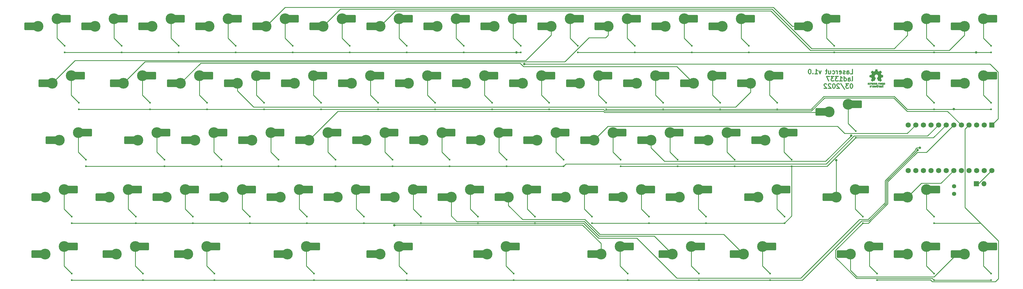
<source format=gbr>
%TF.GenerationSoftware,KiCad,Pcbnew,(6.0.2-0)*%
%TF.CreationDate,2022-03-14T13:24:26+01:00*%
%TF.ProjectId,lasercut,6c617365-7263-4757-942e-6b696361645f,rev?*%
%TF.SameCoordinates,Original*%
%TF.FileFunction,Copper,L2,Bot*%
%TF.FilePolarity,Positive*%
%FSLAX46Y46*%
G04 Gerber Fmt 4.6, Leading zero omitted, Abs format (unit mm)*
G04 Created by KiCad (PCBNEW (6.0.2-0)) date 2022-03-14 13:24:26*
%MOMM*%
%LPD*%
G01*
G04 APERTURE LIST*
G04 Aperture macros list*
%AMRoundRect*
0 Rectangle with rounded corners*
0 $1 Rounding radius*
0 $2 $3 $4 $5 $6 $7 $8 $9 X,Y pos of 4 corners*
0 Add a 4 corners polygon primitive as box body*
4,1,4,$2,$3,$4,$5,$6,$7,$8,$9,$2,$3,0*
0 Add four circle primitives for the rounded corners*
1,1,$1+$1,$2,$3*
1,1,$1+$1,$4,$5*
1,1,$1+$1,$6,$7*
1,1,$1+$1,$8,$9*
0 Add four rect primitives between the rounded corners*
20,1,$1+$1,$2,$3,$4,$5,0*
20,1,$1+$1,$4,$5,$6,$7,0*
20,1,$1+$1,$6,$7,$8,$9,0*
20,1,$1+$1,$8,$9,$2,$3,0*%
G04 Aperture macros list end*
%ADD10C,0.300000*%
%TA.AperFunction,NonConductor*%
%ADD11C,0.300000*%
%TD*%
%TA.AperFunction,EtchedComponent*%
%ADD12C,0.010000*%
%TD*%
%TA.AperFunction,ComponentPad*%
%ADD13C,1.400000*%
%TD*%
%TA.AperFunction,ComponentPad*%
%ADD14R,1.700000X1.700000*%
%TD*%
%TA.AperFunction,ComponentPad*%
%ADD15O,1.700000X1.700000*%
%TD*%
%TA.AperFunction,ComponentPad*%
%ADD16C,3.600000*%
%TD*%
%TA.AperFunction,SMDPad,CuDef*%
%ADD17RoundRect,0.250000X-1.525000X-1.000000X1.525000X-1.000000X1.525000X1.000000X-1.525000X1.000000X0*%
%TD*%
%TA.AperFunction,ComponentPad*%
%ADD18C,1.752600*%
%TD*%
%TA.AperFunction,ComponentPad*%
%ADD19R,1.752600X1.752600*%
%TD*%
%TA.AperFunction,SMDPad,CuDef*%
%ADD20R,0.500000X0.500000*%
%TD*%
%TA.AperFunction,ViaPad*%
%ADD21C,0.800000*%
%TD*%
%TA.AperFunction,Conductor*%
%ADD22C,0.350000*%
%TD*%
%TA.AperFunction,Conductor*%
%ADD23C,0.250000*%
%TD*%
G04 APERTURE END LIST*
D10*
D11*
X302133571Y-47863571D02*
X302847857Y-47863571D01*
X302847857Y-46363571D01*
X300990714Y-47863571D02*
X300990714Y-47077857D01*
X301062142Y-46935000D01*
X301205000Y-46863571D01*
X301490714Y-46863571D01*
X301633571Y-46935000D01*
X300990714Y-47792142D02*
X301133571Y-47863571D01*
X301490714Y-47863571D01*
X301633571Y-47792142D01*
X301705000Y-47649285D01*
X301705000Y-47506428D01*
X301633571Y-47363571D01*
X301490714Y-47292142D01*
X301133571Y-47292142D01*
X300990714Y-47220714D01*
X300347857Y-47792142D02*
X300205000Y-47863571D01*
X299919285Y-47863571D01*
X299776428Y-47792142D01*
X299705000Y-47649285D01*
X299705000Y-47577857D01*
X299776428Y-47435000D01*
X299919285Y-47363571D01*
X300133571Y-47363571D01*
X300276428Y-47292142D01*
X300347857Y-47149285D01*
X300347857Y-47077857D01*
X300276428Y-46935000D01*
X300133571Y-46863571D01*
X299919285Y-46863571D01*
X299776428Y-46935000D01*
X298490714Y-47792142D02*
X298633571Y-47863571D01*
X298919285Y-47863571D01*
X299062142Y-47792142D01*
X299133571Y-47649285D01*
X299133571Y-47077857D01*
X299062142Y-46935000D01*
X298919285Y-46863571D01*
X298633571Y-46863571D01*
X298490714Y-46935000D01*
X298419285Y-47077857D01*
X298419285Y-47220714D01*
X299133571Y-47363571D01*
X297776428Y-47863571D02*
X297776428Y-46863571D01*
X297776428Y-47149285D02*
X297705000Y-47006428D01*
X297633571Y-46935000D01*
X297490714Y-46863571D01*
X297347857Y-46863571D01*
X296205000Y-47792142D02*
X296347857Y-47863571D01*
X296633571Y-47863571D01*
X296776428Y-47792142D01*
X296847857Y-47720714D01*
X296919285Y-47577857D01*
X296919285Y-47149285D01*
X296847857Y-47006428D01*
X296776428Y-46935000D01*
X296633571Y-46863571D01*
X296347857Y-46863571D01*
X296205000Y-46935000D01*
X294919285Y-46863571D02*
X294919285Y-47863571D01*
X295562142Y-46863571D02*
X295562142Y-47649285D01*
X295490714Y-47792142D01*
X295347857Y-47863571D01*
X295133571Y-47863571D01*
X294990714Y-47792142D01*
X294919285Y-47720714D01*
X294419285Y-46863571D02*
X293847857Y-46863571D01*
X294205000Y-46363571D02*
X294205000Y-47649285D01*
X294133571Y-47792142D01*
X293990714Y-47863571D01*
X293847857Y-47863571D01*
X292347857Y-46863571D02*
X291990714Y-47863571D01*
X291633571Y-46863571D01*
X290276428Y-47863571D02*
X291133571Y-47863571D01*
X290705000Y-47863571D02*
X290705000Y-46363571D01*
X290847857Y-46577857D01*
X290990714Y-46720714D01*
X291133571Y-46792142D01*
X289633571Y-47720714D02*
X289562142Y-47792142D01*
X289633571Y-47863571D01*
X289705000Y-47792142D01*
X289633571Y-47720714D01*
X289633571Y-47863571D01*
X288633571Y-46363571D02*
X288490714Y-46363571D01*
X288347857Y-46435000D01*
X288276428Y-46506428D01*
X288205000Y-46649285D01*
X288133571Y-46935000D01*
X288133571Y-47292142D01*
X288205000Y-47577857D01*
X288276428Y-47720714D01*
X288347857Y-47792142D01*
X288490714Y-47863571D01*
X288633571Y-47863571D01*
X288776428Y-47792142D01*
X288847857Y-47720714D01*
X288919285Y-47577857D01*
X288990714Y-47292142D01*
X288990714Y-46935000D01*
X288919285Y-46649285D01*
X288847857Y-46506428D01*
X288776428Y-46435000D01*
X288633571Y-46363571D01*
X302633571Y-50278571D02*
X302776428Y-50207142D01*
X302847857Y-50064285D01*
X302847857Y-48778571D01*
X301419285Y-50278571D02*
X301419285Y-49492857D01*
X301490714Y-49350000D01*
X301633571Y-49278571D01*
X301919285Y-49278571D01*
X302062142Y-49350000D01*
X301419285Y-50207142D02*
X301562142Y-50278571D01*
X301919285Y-50278571D01*
X302062142Y-50207142D01*
X302133571Y-50064285D01*
X302133571Y-49921428D01*
X302062142Y-49778571D01*
X301919285Y-49707142D01*
X301562142Y-49707142D01*
X301419285Y-49635714D01*
X300062142Y-50278571D02*
X300062142Y-48778571D01*
X300062142Y-50207142D02*
X300205000Y-50278571D01*
X300490714Y-50278571D01*
X300633571Y-50207142D01*
X300705000Y-50135714D01*
X300776428Y-49992857D01*
X300776428Y-49564285D01*
X300705000Y-49421428D01*
X300633571Y-49350000D01*
X300490714Y-49278571D01*
X300205000Y-49278571D01*
X300062142Y-49350000D01*
X298562142Y-50278571D02*
X299419285Y-50278571D01*
X298990714Y-50278571D02*
X298990714Y-48778571D01*
X299133571Y-48992857D01*
X299276428Y-49135714D01*
X299419285Y-49207142D01*
X298062142Y-48778571D02*
X297133571Y-48778571D01*
X297633571Y-49350000D01*
X297419285Y-49350000D01*
X297276428Y-49421428D01*
X297205000Y-49492857D01*
X297133571Y-49635714D01*
X297133571Y-49992857D01*
X297205000Y-50135714D01*
X297276428Y-50207142D01*
X297419285Y-50278571D01*
X297847857Y-50278571D01*
X297990714Y-50207142D01*
X298062142Y-50135714D01*
X296633571Y-48778571D02*
X295705000Y-48778571D01*
X296205000Y-49350000D01*
X295990714Y-49350000D01*
X295847857Y-49421428D01*
X295776428Y-49492857D01*
X295705000Y-49635714D01*
X295705000Y-49992857D01*
X295776428Y-50135714D01*
X295847857Y-50207142D01*
X295990714Y-50278571D01*
X296419285Y-50278571D01*
X296562142Y-50207142D01*
X296633571Y-50135714D01*
X295205000Y-48778571D02*
X294205000Y-48778571D01*
X294847857Y-50278571D01*
X302562142Y-51193571D02*
X302419285Y-51193571D01*
X302276428Y-51265000D01*
X302205000Y-51336428D01*
X302133571Y-51479285D01*
X302062142Y-51765000D01*
X302062142Y-52122142D01*
X302133571Y-52407857D01*
X302205000Y-52550714D01*
X302276428Y-52622142D01*
X302419285Y-52693571D01*
X302562142Y-52693571D01*
X302705000Y-52622142D01*
X302776428Y-52550714D01*
X302847857Y-52407857D01*
X302919285Y-52122142D01*
X302919285Y-51765000D01*
X302847857Y-51479285D01*
X302776428Y-51336428D01*
X302705000Y-51265000D01*
X302562142Y-51193571D01*
X301562142Y-51193571D02*
X300633571Y-51193571D01*
X301133571Y-51765000D01*
X300919285Y-51765000D01*
X300776428Y-51836428D01*
X300705000Y-51907857D01*
X300633571Y-52050714D01*
X300633571Y-52407857D01*
X300705000Y-52550714D01*
X300776428Y-52622142D01*
X300919285Y-52693571D01*
X301347857Y-52693571D01*
X301490714Y-52622142D01*
X301562142Y-52550714D01*
X298919285Y-51122142D02*
X300205000Y-53050714D01*
X298490714Y-51336428D02*
X298419285Y-51265000D01*
X298276428Y-51193571D01*
X297919285Y-51193571D01*
X297776428Y-51265000D01*
X297705000Y-51336428D01*
X297633571Y-51479285D01*
X297633571Y-51622142D01*
X297705000Y-51836428D01*
X298562142Y-52693571D01*
X297633571Y-52693571D01*
X296705000Y-51193571D02*
X296562142Y-51193571D01*
X296419285Y-51265000D01*
X296347857Y-51336428D01*
X296276428Y-51479285D01*
X296205000Y-51765000D01*
X296205000Y-52122142D01*
X296276428Y-52407857D01*
X296347857Y-52550714D01*
X296419285Y-52622142D01*
X296562142Y-52693571D01*
X296705000Y-52693571D01*
X296847857Y-52622142D01*
X296919285Y-52550714D01*
X296990714Y-52407857D01*
X297062142Y-52122142D01*
X297062142Y-51765000D01*
X296990714Y-51479285D01*
X296919285Y-51336428D01*
X296847857Y-51265000D01*
X296705000Y-51193571D01*
X295633571Y-51336428D02*
X295562142Y-51265000D01*
X295419285Y-51193571D01*
X295062142Y-51193571D01*
X294919285Y-51265000D01*
X294847857Y-51336428D01*
X294776428Y-51479285D01*
X294776428Y-51622142D01*
X294847857Y-51836428D01*
X295705000Y-52693571D01*
X294776428Y-52693571D01*
X294205000Y-51336428D02*
X294133571Y-51265000D01*
X293990714Y-51193571D01*
X293633571Y-51193571D01*
X293490714Y-51265000D01*
X293419285Y-51336428D01*
X293347857Y-51479285D01*
X293347857Y-51622142D01*
X293419285Y-51836428D01*
X294276428Y-52693571D01*
X293347857Y-52693571D01*
D12*
%TO.C,REF\u002A\u002A*%
X310785983Y-50856452D02*
X310738366Y-50865482D01*
X310738366Y-50865482D02*
X310688966Y-50884370D01*
X310688966Y-50884370D02*
X310683688Y-50886777D01*
X310683688Y-50886777D02*
X310646226Y-50906476D01*
X310646226Y-50906476D02*
X310620283Y-50924781D01*
X310620283Y-50924781D02*
X310611897Y-50936508D01*
X310611897Y-50936508D02*
X310619883Y-50955632D01*
X310619883Y-50955632D02*
X310639280Y-50983850D01*
X310639280Y-50983850D02*
X310647890Y-50994384D01*
X310647890Y-50994384D02*
X310683372Y-51035847D01*
X310683372Y-51035847D02*
X310729115Y-51008858D01*
X310729115Y-51008858D02*
X310772650Y-50990878D01*
X310772650Y-50990878D02*
X310822950Y-50981267D01*
X310822950Y-50981267D02*
X310871188Y-50980660D01*
X310871188Y-50980660D02*
X310908533Y-50989691D01*
X310908533Y-50989691D02*
X310917495Y-50995327D01*
X310917495Y-50995327D02*
X310934563Y-51021171D01*
X310934563Y-51021171D02*
X310936637Y-51050941D01*
X310936637Y-51050941D02*
X310923866Y-51074197D01*
X310923866Y-51074197D02*
X310916312Y-51078708D01*
X310916312Y-51078708D02*
X310893675Y-51084309D01*
X310893675Y-51084309D02*
X310853885Y-51090892D01*
X310853885Y-51090892D02*
X310804834Y-51097183D01*
X310804834Y-51097183D02*
X310795785Y-51098170D01*
X310795785Y-51098170D02*
X310717004Y-51111798D01*
X310717004Y-51111798D02*
X310659864Y-51134946D01*
X310659864Y-51134946D02*
X310621970Y-51169752D01*
X310621970Y-51169752D02*
X310600921Y-51218354D01*
X310600921Y-51218354D02*
X310594365Y-51277718D01*
X310594365Y-51277718D02*
X310603423Y-51345198D01*
X310603423Y-51345198D02*
X310632836Y-51398188D01*
X310632836Y-51398188D02*
X310682722Y-51436783D01*
X310682722Y-51436783D02*
X310753200Y-51461081D01*
X310753200Y-51461081D02*
X310831435Y-51470667D01*
X310831435Y-51470667D02*
X310895234Y-51470552D01*
X310895234Y-51470552D02*
X310946984Y-51461845D01*
X310946984Y-51461845D02*
X310982327Y-51449825D01*
X310982327Y-51449825D02*
X311026983Y-51428880D01*
X311026983Y-51428880D02*
X311068253Y-51404574D01*
X311068253Y-51404574D02*
X311082921Y-51393876D01*
X311082921Y-51393876D02*
X311120643Y-51363084D01*
X311120643Y-51363084D02*
X311075148Y-51317049D01*
X311075148Y-51317049D02*
X311029653Y-51271013D01*
X311029653Y-51271013D02*
X310977928Y-51305243D01*
X310977928Y-51305243D02*
X310926048Y-51330952D01*
X310926048Y-51330952D02*
X310870649Y-51344399D01*
X310870649Y-51344399D02*
X310817395Y-51345818D01*
X310817395Y-51345818D02*
X310771951Y-51335443D01*
X310771951Y-51335443D02*
X310739984Y-51313507D01*
X310739984Y-51313507D02*
X310729662Y-51294998D01*
X310729662Y-51294998D02*
X310731211Y-51265314D01*
X310731211Y-51265314D02*
X310756860Y-51242615D01*
X310756860Y-51242615D02*
X310806540Y-51226940D01*
X310806540Y-51226940D02*
X310860969Y-51219695D01*
X310860969Y-51219695D02*
X310944736Y-51205873D01*
X310944736Y-51205873D02*
X311006967Y-51179796D01*
X311006967Y-51179796D02*
X311048493Y-51140699D01*
X311048493Y-51140699D02*
X311070147Y-51087820D01*
X311070147Y-51087820D02*
X311073147Y-51025126D01*
X311073147Y-51025126D02*
X311058329Y-50959642D01*
X311058329Y-50959642D02*
X311024546Y-50910144D01*
X311024546Y-50910144D02*
X310971495Y-50876408D01*
X310971495Y-50876408D02*
X310898874Y-50858207D01*
X310898874Y-50858207D02*
X310845072Y-50854639D01*
X310845072Y-50854639D02*
X310785983Y-50856452D01*
X310785983Y-50856452D02*
X310785983Y-50856452D01*
G36*
X310898874Y-50858207D02*
G01*
X310971495Y-50876408D01*
X311024546Y-50910144D01*
X311058329Y-50959642D01*
X311073147Y-51025126D01*
X311070147Y-51087820D01*
X311048493Y-51140699D01*
X311006967Y-51179796D01*
X310944736Y-51205873D01*
X310860969Y-51219695D01*
X310806540Y-51226940D01*
X310756860Y-51242615D01*
X310731211Y-51265314D01*
X310729662Y-51294998D01*
X310739984Y-51313507D01*
X310771951Y-51335443D01*
X310817395Y-51345818D01*
X310870649Y-51344399D01*
X310926048Y-51330952D01*
X310977928Y-51305243D01*
X311029653Y-51271013D01*
X311075148Y-51317049D01*
X311120643Y-51363084D01*
X311082921Y-51393876D01*
X311068253Y-51404574D01*
X311026983Y-51428880D01*
X310982327Y-51449825D01*
X310946984Y-51461845D01*
X310895234Y-51470552D01*
X310831435Y-51470667D01*
X310753200Y-51461081D01*
X310682722Y-51436783D01*
X310632836Y-51398188D01*
X310603423Y-51345198D01*
X310594365Y-51277718D01*
X310600921Y-51218354D01*
X310621970Y-51169752D01*
X310659864Y-51134946D01*
X310717004Y-51111798D01*
X310795785Y-51098170D01*
X310804834Y-51097183D01*
X310853885Y-51090892D01*
X310893675Y-51084309D01*
X310916312Y-51078708D01*
X310923866Y-51074197D01*
X310936637Y-51050941D01*
X310934563Y-51021171D01*
X310917495Y-50995327D01*
X310908533Y-50989691D01*
X310871188Y-50980660D01*
X310822950Y-50981267D01*
X310772650Y-50990878D01*
X310729115Y-51008858D01*
X310683372Y-51035847D01*
X310647890Y-50994384D01*
X310639280Y-50983850D01*
X310619883Y-50955632D01*
X310611897Y-50936508D01*
X310620283Y-50924781D01*
X310646226Y-50906476D01*
X310683688Y-50886777D01*
X310688966Y-50884370D01*
X310738366Y-50865482D01*
X310785983Y-50856452D01*
X310845072Y-50854639D01*
X310898874Y-50858207D01*
G37*
X310898874Y-50858207D02*
X310971495Y-50876408D01*
X311024546Y-50910144D01*
X311058329Y-50959642D01*
X311073147Y-51025126D01*
X311070147Y-51087820D01*
X311048493Y-51140699D01*
X311006967Y-51179796D01*
X310944736Y-51205873D01*
X310860969Y-51219695D01*
X310806540Y-51226940D01*
X310756860Y-51242615D01*
X310731211Y-51265314D01*
X310729662Y-51294998D01*
X310739984Y-51313507D01*
X310771951Y-51335443D01*
X310817395Y-51345818D01*
X310870649Y-51344399D01*
X310926048Y-51330952D01*
X310977928Y-51305243D01*
X311029653Y-51271013D01*
X311075148Y-51317049D01*
X311120643Y-51363084D01*
X311082921Y-51393876D01*
X311068253Y-51404574D01*
X311026983Y-51428880D01*
X310982327Y-51449825D01*
X310946984Y-51461845D01*
X310895234Y-51470552D01*
X310831435Y-51470667D01*
X310753200Y-51461081D01*
X310682722Y-51436783D01*
X310632836Y-51398188D01*
X310603423Y-51345198D01*
X310594365Y-51277718D01*
X310600921Y-51218354D01*
X310621970Y-51169752D01*
X310659864Y-51134946D01*
X310717004Y-51111798D01*
X310795785Y-51098170D01*
X310804834Y-51097183D01*
X310853885Y-51090892D01*
X310893675Y-51084309D01*
X310916312Y-51078708D01*
X310923866Y-51074197D01*
X310936637Y-51050941D01*
X310934563Y-51021171D01*
X310917495Y-50995327D01*
X310908533Y-50989691D01*
X310871188Y-50980660D01*
X310822950Y-50981267D01*
X310772650Y-50990878D01*
X310729115Y-51008858D01*
X310683372Y-51035847D01*
X310647890Y-50994384D01*
X310639280Y-50983850D01*
X310619883Y-50955632D01*
X310611897Y-50936508D01*
X310620283Y-50924781D01*
X310646226Y-50906476D01*
X310683688Y-50886777D01*
X310688966Y-50884370D01*
X310738366Y-50865482D01*
X310785983Y-50856452D01*
X310845072Y-50854639D01*
X310898874Y-50858207D01*
X308582774Y-50863880D02*
X308509920Y-50894830D01*
X308509920Y-50894830D02*
X308486973Y-50909895D01*
X308486973Y-50909895D02*
X308457646Y-50933048D01*
X308457646Y-50933048D02*
X308439236Y-50951253D01*
X308439236Y-50951253D02*
X308436039Y-50957183D01*
X308436039Y-50957183D02*
X308445065Y-50970340D01*
X308445065Y-50970340D02*
X308468163Y-50992667D01*
X308468163Y-50992667D02*
X308486656Y-51008250D01*
X308486656Y-51008250D02*
X308537272Y-51048926D01*
X308537272Y-51048926D02*
X308577240Y-51015295D01*
X308577240Y-51015295D02*
X308608126Y-50993584D01*
X308608126Y-50993584D02*
X308638241Y-50986090D01*
X308638241Y-50986090D02*
X308672708Y-50987920D01*
X308672708Y-50987920D02*
X308727439Y-51001528D01*
X308727439Y-51001528D02*
X308765114Y-51029772D01*
X308765114Y-51029772D02*
X308788009Y-51075433D01*
X308788009Y-51075433D02*
X308798403Y-51141289D01*
X308798403Y-51141289D02*
X308798405Y-51141331D01*
X308798405Y-51141331D02*
X308797506Y-51214939D01*
X308797506Y-51214939D02*
X308783537Y-51268946D01*
X308783537Y-51268946D02*
X308755672Y-51305716D01*
X308755672Y-51305716D02*
X308736675Y-51318168D01*
X308736675Y-51318168D02*
X308686224Y-51333673D01*
X308686224Y-51333673D02*
X308632337Y-51333683D01*
X308632337Y-51333683D02*
X308585454Y-51318638D01*
X308585454Y-51318638D02*
X308574356Y-51311287D01*
X308574356Y-51311287D02*
X308546524Y-51292511D01*
X308546524Y-51292511D02*
X308524764Y-51289434D01*
X308524764Y-51289434D02*
X308501296Y-51303409D01*
X308501296Y-51303409D02*
X308475351Y-51328510D01*
X308475351Y-51328510D02*
X308434284Y-51370880D01*
X308434284Y-51370880D02*
X308479879Y-51408464D01*
X308479879Y-51408464D02*
X308550326Y-51450882D01*
X308550326Y-51450882D02*
X308629767Y-51471785D01*
X308629767Y-51471785D02*
X308712785Y-51470272D01*
X308712785Y-51470272D02*
X308767306Y-51456411D01*
X308767306Y-51456411D02*
X308831030Y-51422135D01*
X308831030Y-51422135D02*
X308881995Y-51368212D01*
X308881995Y-51368212D02*
X308905149Y-51330149D01*
X308905149Y-51330149D02*
X308923901Y-51275536D01*
X308923901Y-51275536D02*
X308933285Y-51206369D01*
X308933285Y-51206369D02*
X308933357Y-51131407D01*
X308933357Y-51131407D02*
X308924176Y-51059409D01*
X308924176Y-51059409D02*
X308905801Y-50999137D01*
X308905801Y-50999137D02*
X308902907Y-50992958D01*
X308902907Y-50992958D02*
X308860048Y-50932351D01*
X308860048Y-50932351D02*
X308802021Y-50888224D01*
X308802021Y-50888224D02*
X308733409Y-50861493D01*
X308733409Y-50861493D02*
X308658799Y-50853073D01*
X308658799Y-50853073D02*
X308582774Y-50863880D01*
X308582774Y-50863880D02*
X308582774Y-50863880D01*
G36*
X308733409Y-50861493D02*
G01*
X308802021Y-50888224D01*
X308860048Y-50932351D01*
X308902907Y-50992958D01*
X308905801Y-50999137D01*
X308924176Y-51059409D01*
X308933357Y-51131407D01*
X308933285Y-51206369D01*
X308923901Y-51275536D01*
X308905149Y-51330149D01*
X308881995Y-51368212D01*
X308831030Y-51422135D01*
X308767306Y-51456411D01*
X308712785Y-51470272D01*
X308629767Y-51471785D01*
X308550326Y-51450882D01*
X308479879Y-51408464D01*
X308434284Y-51370880D01*
X308475351Y-51328510D01*
X308501296Y-51303409D01*
X308524764Y-51289434D01*
X308546524Y-51292511D01*
X308574356Y-51311287D01*
X308585454Y-51318638D01*
X308632337Y-51333683D01*
X308686224Y-51333673D01*
X308736675Y-51318168D01*
X308755672Y-51305716D01*
X308783537Y-51268946D01*
X308797506Y-51214939D01*
X308798405Y-51141331D01*
X308798403Y-51141289D01*
X308788009Y-51075433D01*
X308765114Y-51029772D01*
X308727439Y-51001528D01*
X308672708Y-50987920D01*
X308638241Y-50986090D01*
X308608126Y-50993584D01*
X308577240Y-51015295D01*
X308537272Y-51048926D01*
X308486656Y-51008250D01*
X308468163Y-50992667D01*
X308445065Y-50970340D01*
X308436039Y-50957183D01*
X308439236Y-50951253D01*
X308457646Y-50933048D01*
X308486973Y-50909895D01*
X308509920Y-50894830D01*
X308582774Y-50863880D01*
X308658799Y-50853073D01*
X308733409Y-50861493D01*
G37*
X308733409Y-50861493D02*
X308802021Y-50888224D01*
X308860048Y-50932351D01*
X308902907Y-50992958D01*
X308905801Y-50999137D01*
X308924176Y-51059409D01*
X308933357Y-51131407D01*
X308933285Y-51206369D01*
X308923901Y-51275536D01*
X308905149Y-51330149D01*
X308881995Y-51368212D01*
X308831030Y-51422135D01*
X308767306Y-51456411D01*
X308712785Y-51470272D01*
X308629767Y-51471785D01*
X308550326Y-51450882D01*
X308479879Y-51408464D01*
X308434284Y-51370880D01*
X308475351Y-51328510D01*
X308501296Y-51303409D01*
X308524764Y-51289434D01*
X308546524Y-51292511D01*
X308574356Y-51311287D01*
X308585454Y-51318638D01*
X308632337Y-51333683D01*
X308686224Y-51333673D01*
X308736675Y-51318168D01*
X308755672Y-51305716D01*
X308783537Y-51268946D01*
X308797506Y-51214939D01*
X308798405Y-51141331D01*
X308798403Y-51141289D01*
X308788009Y-51075433D01*
X308765114Y-51029772D01*
X308727439Y-51001528D01*
X308672708Y-50987920D01*
X308638241Y-50986090D01*
X308608126Y-50993584D01*
X308577240Y-51015295D01*
X308537272Y-51048926D01*
X308486656Y-51008250D01*
X308468163Y-50992667D01*
X308445065Y-50970340D01*
X308436039Y-50957183D01*
X308439236Y-50951253D01*
X308457646Y-50933048D01*
X308486973Y-50909895D01*
X308509920Y-50894830D01*
X308582774Y-50863880D01*
X308658799Y-50853073D01*
X308733409Y-50861493D01*
X308122102Y-50856457D02*
X308089904Y-50864279D01*
X308089904Y-50864279D02*
X308028175Y-50892921D01*
X308028175Y-50892921D02*
X307975390Y-50936667D01*
X307975390Y-50936667D02*
X307938859Y-50989117D01*
X307938859Y-50989117D02*
X307933840Y-51000893D01*
X307933840Y-51000893D02*
X307926955Y-51031740D01*
X307926955Y-51031740D02*
X307922136Y-51077371D01*
X307922136Y-51077371D02*
X307920495Y-51123492D01*
X307920495Y-51123492D02*
X307920495Y-51210693D01*
X307920495Y-51210693D02*
X308102822Y-51210693D01*
X308102822Y-51210693D02*
X308178021Y-51210978D01*
X308178021Y-51210978D02*
X308230997Y-51212704D01*
X308230997Y-51212704D02*
X308264675Y-51217181D01*
X308264675Y-51217181D02*
X308281980Y-51225720D01*
X308281980Y-51225720D02*
X308285837Y-51239630D01*
X308285837Y-51239630D02*
X308279171Y-51260222D01*
X308279171Y-51260222D02*
X308267230Y-51284315D01*
X308267230Y-51284315D02*
X308233920Y-51324525D01*
X308233920Y-51324525D02*
X308187632Y-51344558D01*
X308187632Y-51344558D02*
X308131056Y-51343905D01*
X308131056Y-51343905D02*
X308066969Y-51322101D01*
X308066969Y-51322101D02*
X308011583Y-51295193D01*
X308011583Y-51295193D02*
X307965625Y-51331532D01*
X307965625Y-51331532D02*
X307919667Y-51367872D01*
X307919667Y-51367872D02*
X307962904Y-51407819D01*
X307962904Y-51407819D02*
X308020626Y-51445563D01*
X308020626Y-51445563D02*
X308091614Y-51468320D01*
X308091614Y-51468320D02*
X308167971Y-51474688D01*
X308167971Y-51474688D02*
X308241801Y-51463268D01*
X308241801Y-51463268D02*
X308253713Y-51459393D01*
X308253713Y-51459393D02*
X308318601Y-51425506D01*
X308318601Y-51425506D02*
X308366870Y-51374986D01*
X308366870Y-51374986D02*
X308399535Y-51306325D01*
X308399535Y-51306325D02*
X308417615Y-51218014D01*
X308417615Y-51218014D02*
X308417825Y-51216121D01*
X308417825Y-51216121D02*
X308419444Y-51119878D01*
X308419444Y-51119878D02*
X308412900Y-51085542D01*
X308412900Y-51085542D02*
X308285148Y-51085542D01*
X308285148Y-51085542D02*
X308273416Y-51090822D01*
X308273416Y-51090822D02*
X308241562Y-51094867D01*
X308241562Y-51094867D02*
X308194603Y-51097176D01*
X308194603Y-51097176D02*
X308164846Y-51097525D01*
X308164846Y-51097525D02*
X308109352Y-51097306D01*
X308109352Y-51097306D02*
X308074654Y-51095916D01*
X308074654Y-51095916D02*
X308056399Y-51092251D01*
X308056399Y-51092251D02*
X308050234Y-51085210D01*
X308050234Y-51085210D02*
X308051805Y-51073690D01*
X308051805Y-51073690D02*
X308053122Y-51069233D01*
X308053122Y-51069233D02*
X308075618Y-51027355D01*
X308075618Y-51027355D02*
X308110997Y-50993604D01*
X308110997Y-50993604D02*
X308142220Y-50978773D01*
X308142220Y-50978773D02*
X308183699Y-50979668D01*
X308183699Y-50979668D02*
X308225731Y-50998164D01*
X308225731Y-50998164D02*
X308260988Y-51028786D01*
X308260988Y-51028786D02*
X308282146Y-51066062D01*
X308282146Y-51066062D02*
X308285148Y-51085542D01*
X308285148Y-51085542D02*
X308412900Y-51085542D01*
X308412900Y-51085542D02*
X308403310Y-51035229D01*
X308403310Y-51035229D02*
X308371302Y-50964191D01*
X308371302Y-50964191D02*
X308325299Y-50908779D01*
X308325299Y-50908779D02*
X308267179Y-50871009D01*
X308267179Y-50871009D02*
X308198820Y-50852896D01*
X308198820Y-50852896D02*
X308122102Y-50856457D01*
X308122102Y-50856457D02*
X308122102Y-50856457D01*
G36*
X308417825Y-51216121D02*
G01*
X308417615Y-51218014D01*
X308399535Y-51306325D01*
X308366870Y-51374986D01*
X308318601Y-51425506D01*
X308253713Y-51459393D01*
X308241801Y-51463268D01*
X308167971Y-51474688D01*
X308091614Y-51468320D01*
X308020626Y-51445563D01*
X307962904Y-51407819D01*
X307919667Y-51367872D01*
X307965625Y-51331532D01*
X308011583Y-51295193D01*
X308066969Y-51322101D01*
X308131056Y-51343905D01*
X308187632Y-51344558D01*
X308233920Y-51324525D01*
X308267230Y-51284315D01*
X308279171Y-51260222D01*
X308285837Y-51239630D01*
X308281980Y-51225720D01*
X308264675Y-51217181D01*
X308230997Y-51212704D01*
X308178021Y-51210978D01*
X308102822Y-51210693D01*
X307920495Y-51210693D01*
X307920495Y-51123492D01*
X307921857Y-51085210D01*
X308050234Y-51085210D01*
X308056399Y-51092251D01*
X308074654Y-51095916D01*
X308109352Y-51097306D01*
X308164846Y-51097525D01*
X308194603Y-51097176D01*
X308241562Y-51094867D01*
X308273416Y-51090822D01*
X308285148Y-51085542D01*
X308282146Y-51066062D01*
X308260988Y-51028786D01*
X308225731Y-50998164D01*
X308183699Y-50979668D01*
X308142220Y-50978773D01*
X308110997Y-50993604D01*
X308075618Y-51027355D01*
X308053122Y-51069233D01*
X308051805Y-51073690D01*
X308050234Y-51085210D01*
X307921857Y-51085210D01*
X307922136Y-51077371D01*
X307926955Y-51031740D01*
X307933840Y-51000893D01*
X307938859Y-50989117D01*
X307975390Y-50936667D01*
X308028175Y-50892921D01*
X308089904Y-50864279D01*
X308122102Y-50856457D01*
X308198820Y-50852896D01*
X308267179Y-50871009D01*
X308325299Y-50908779D01*
X308371302Y-50964191D01*
X308403310Y-51035229D01*
X308412900Y-51085542D01*
X308419444Y-51119878D01*
X308417825Y-51216121D01*
G37*
X308417825Y-51216121D02*
X308417615Y-51218014D01*
X308399535Y-51306325D01*
X308366870Y-51374986D01*
X308318601Y-51425506D01*
X308253713Y-51459393D01*
X308241801Y-51463268D01*
X308167971Y-51474688D01*
X308091614Y-51468320D01*
X308020626Y-51445563D01*
X307962904Y-51407819D01*
X307919667Y-51367872D01*
X307965625Y-51331532D01*
X308011583Y-51295193D01*
X308066969Y-51322101D01*
X308131056Y-51343905D01*
X308187632Y-51344558D01*
X308233920Y-51324525D01*
X308267230Y-51284315D01*
X308279171Y-51260222D01*
X308285837Y-51239630D01*
X308281980Y-51225720D01*
X308264675Y-51217181D01*
X308230997Y-51212704D01*
X308178021Y-51210978D01*
X308102822Y-51210693D01*
X307920495Y-51210693D01*
X307920495Y-51123492D01*
X307921857Y-51085210D01*
X308050234Y-51085210D01*
X308056399Y-51092251D01*
X308074654Y-51095916D01*
X308109352Y-51097306D01*
X308164846Y-51097525D01*
X308194603Y-51097176D01*
X308241562Y-51094867D01*
X308273416Y-51090822D01*
X308285148Y-51085542D01*
X308282146Y-51066062D01*
X308260988Y-51028786D01*
X308225731Y-50998164D01*
X308183699Y-50979668D01*
X308142220Y-50978773D01*
X308110997Y-50993604D01*
X308075618Y-51027355D01*
X308053122Y-51069233D01*
X308051805Y-51073690D01*
X308050234Y-51085210D01*
X307921857Y-51085210D01*
X307922136Y-51077371D01*
X307926955Y-51031740D01*
X307933840Y-51000893D01*
X307938859Y-50989117D01*
X307975390Y-50936667D01*
X308028175Y-50892921D01*
X308089904Y-50864279D01*
X308122102Y-50856457D01*
X308198820Y-50852896D01*
X308267179Y-50871009D01*
X308325299Y-50908779D01*
X308371302Y-50964191D01*
X308403310Y-51035229D01*
X308412900Y-51085542D01*
X308419444Y-51119878D01*
X308417825Y-51216121D01*
X312184210Y-51806555D02*
X312125055Y-51822339D01*
X312125055Y-51822339D02*
X312080023Y-51850948D01*
X312080023Y-51850948D02*
X312048246Y-51888419D01*
X312048246Y-51888419D02*
X312038366Y-51904411D01*
X312038366Y-51904411D02*
X312031073Y-51921163D01*
X312031073Y-51921163D02*
X312025974Y-51942592D01*
X312025974Y-51942592D02*
X312022679Y-51972616D01*
X312022679Y-51972616D02*
X312020797Y-52015154D01*
X312020797Y-52015154D02*
X312019937Y-52074122D01*
X312019937Y-52074122D02*
X312019707Y-52153440D01*
X312019707Y-52153440D02*
X312019703Y-52174484D01*
X312019703Y-52174484D02*
X312019703Y-52417822D01*
X312019703Y-52417822D02*
X312080059Y-52417822D01*
X312080059Y-52417822D02*
X312118557Y-52415126D01*
X312118557Y-52415126D02*
X312147023Y-52408295D01*
X312147023Y-52408295D02*
X312154155Y-52404083D01*
X312154155Y-52404083D02*
X312173652Y-52396813D01*
X312173652Y-52396813D02*
X312193566Y-52404083D01*
X312193566Y-52404083D02*
X312226353Y-52413160D01*
X312226353Y-52413160D02*
X312273978Y-52416813D01*
X312273978Y-52416813D02*
X312326764Y-52415228D01*
X312326764Y-52415228D02*
X312375036Y-52408589D01*
X312375036Y-52408589D02*
X312403218Y-52400072D01*
X312403218Y-52400072D02*
X312457753Y-52365063D01*
X312457753Y-52365063D02*
X312491835Y-52316479D01*
X312491835Y-52316479D02*
X312507157Y-52251882D01*
X312507157Y-52251882D02*
X312507299Y-52250223D01*
X312507299Y-52250223D02*
X312505955Y-52221566D01*
X312505955Y-52221566D02*
X312384356Y-52221566D01*
X312384356Y-52221566D02*
X312373726Y-52254161D01*
X312373726Y-52254161D02*
X312356410Y-52272505D01*
X312356410Y-52272505D02*
X312321652Y-52286379D01*
X312321652Y-52286379D02*
X312275773Y-52291917D01*
X312275773Y-52291917D02*
X312228988Y-52289191D01*
X312228988Y-52289191D02*
X312191514Y-52278274D01*
X312191514Y-52278274D02*
X312181015Y-52271269D01*
X312181015Y-52271269D02*
X312162668Y-52238904D01*
X312162668Y-52238904D02*
X312158020Y-52202111D01*
X312158020Y-52202111D02*
X312158020Y-52153763D01*
X312158020Y-52153763D02*
X312227582Y-52153763D01*
X312227582Y-52153763D02*
X312293667Y-52158850D01*
X312293667Y-52158850D02*
X312343764Y-52173263D01*
X312343764Y-52173263D02*
X312374929Y-52195729D01*
X312374929Y-52195729D02*
X312384356Y-52221566D01*
X312384356Y-52221566D02*
X312505955Y-52221566D01*
X312505955Y-52221566D02*
X312503987Y-52179647D01*
X312503987Y-52179647D02*
X312480710Y-52123845D01*
X312480710Y-52123845D02*
X312436948Y-52081647D01*
X312436948Y-52081647D02*
X312430899Y-52077808D01*
X312430899Y-52077808D02*
X312404907Y-52065309D01*
X312404907Y-52065309D02*
X312372735Y-52057740D01*
X312372735Y-52057740D02*
X312327760Y-52054061D01*
X312327760Y-52054061D02*
X312274331Y-52053216D01*
X312274331Y-52053216D02*
X312158020Y-52053169D01*
X312158020Y-52053169D02*
X312158020Y-52004411D01*
X312158020Y-52004411D02*
X312162953Y-51966581D01*
X312162953Y-51966581D02*
X312175543Y-51941236D01*
X312175543Y-51941236D02*
X312177017Y-51939887D01*
X312177017Y-51939887D02*
X312205034Y-51928800D01*
X312205034Y-51928800D02*
X312247326Y-51924503D01*
X312247326Y-51924503D02*
X312294064Y-51926615D01*
X312294064Y-51926615D02*
X312335418Y-51934756D01*
X312335418Y-51934756D02*
X312359957Y-51946965D01*
X312359957Y-51946965D02*
X312373253Y-51956746D01*
X312373253Y-51956746D02*
X312387294Y-51958613D01*
X312387294Y-51958613D02*
X312406671Y-51950600D01*
X312406671Y-51950600D02*
X312435976Y-51930739D01*
X312435976Y-51930739D02*
X312479803Y-51897063D01*
X312479803Y-51897063D02*
X312483825Y-51893909D01*
X312483825Y-51893909D02*
X312481764Y-51882236D01*
X312481764Y-51882236D02*
X312464568Y-51862822D01*
X312464568Y-51862822D02*
X312438433Y-51841248D01*
X312438433Y-51841248D02*
X312409552Y-51823096D01*
X312409552Y-51823096D02*
X312400478Y-51818809D01*
X312400478Y-51818809D02*
X312367380Y-51810256D01*
X312367380Y-51810256D02*
X312318880Y-51804155D01*
X312318880Y-51804155D02*
X312264695Y-51801708D01*
X312264695Y-51801708D02*
X312262161Y-51801703D01*
X312262161Y-51801703D02*
X312184210Y-51806555D01*
X312184210Y-51806555D02*
X312184210Y-51806555D01*
G36*
X312507157Y-52251882D02*
G01*
X312491835Y-52316479D01*
X312457753Y-52365063D01*
X312403218Y-52400072D01*
X312375036Y-52408589D01*
X312326764Y-52415228D01*
X312273978Y-52416813D01*
X312226353Y-52413160D01*
X312193566Y-52404083D01*
X312173652Y-52396813D01*
X312154155Y-52404083D01*
X312147023Y-52408295D01*
X312118557Y-52415126D01*
X312080059Y-52417822D01*
X312019703Y-52417822D01*
X312019703Y-52202111D01*
X312158020Y-52202111D01*
X312162668Y-52238904D01*
X312181015Y-52271269D01*
X312191514Y-52278274D01*
X312228988Y-52289191D01*
X312275773Y-52291917D01*
X312321652Y-52286379D01*
X312356410Y-52272505D01*
X312373726Y-52254161D01*
X312384356Y-52221566D01*
X312374929Y-52195729D01*
X312343764Y-52173263D01*
X312293667Y-52158850D01*
X312227582Y-52153763D01*
X312158020Y-52153763D01*
X312158020Y-52202111D01*
X312019703Y-52202111D01*
X312019703Y-52174484D01*
X312019707Y-52153440D01*
X312019937Y-52074122D01*
X312020797Y-52015154D01*
X312022679Y-51972616D01*
X312025974Y-51942592D01*
X312031073Y-51921163D01*
X312038366Y-51904411D01*
X312048246Y-51888419D01*
X312080023Y-51850948D01*
X312125055Y-51822339D01*
X312184210Y-51806555D01*
X312262161Y-51801703D01*
X312264695Y-51801708D01*
X312318880Y-51804155D01*
X312367380Y-51810256D01*
X312400478Y-51818809D01*
X312409552Y-51823096D01*
X312438433Y-51841248D01*
X312464568Y-51862822D01*
X312481764Y-51882236D01*
X312483825Y-51893909D01*
X312479803Y-51897063D01*
X312435976Y-51930739D01*
X312406671Y-51950600D01*
X312387294Y-51958613D01*
X312373253Y-51956746D01*
X312359957Y-51946965D01*
X312335418Y-51934756D01*
X312294064Y-51926615D01*
X312247326Y-51924503D01*
X312205034Y-51928800D01*
X312177017Y-51939887D01*
X312175543Y-51941236D01*
X312162953Y-51966581D01*
X312158020Y-52004411D01*
X312158020Y-52053169D01*
X312274331Y-52053216D01*
X312327760Y-52054061D01*
X312372735Y-52057740D01*
X312404907Y-52065309D01*
X312430899Y-52077808D01*
X312436948Y-52081647D01*
X312480710Y-52123845D01*
X312503987Y-52179647D01*
X312505955Y-52221566D01*
X312507299Y-52250223D01*
X312507157Y-52251882D01*
G37*
X312507157Y-52251882D02*
X312491835Y-52316479D01*
X312457753Y-52365063D01*
X312403218Y-52400072D01*
X312375036Y-52408589D01*
X312326764Y-52415228D01*
X312273978Y-52416813D01*
X312226353Y-52413160D01*
X312193566Y-52404083D01*
X312173652Y-52396813D01*
X312154155Y-52404083D01*
X312147023Y-52408295D01*
X312118557Y-52415126D01*
X312080059Y-52417822D01*
X312019703Y-52417822D01*
X312019703Y-52202111D01*
X312158020Y-52202111D01*
X312162668Y-52238904D01*
X312181015Y-52271269D01*
X312191514Y-52278274D01*
X312228988Y-52289191D01*
X312275773Y-52291917D01*
X312321652Y-52286379D01*
X312356410Y-52272505D01*
X312373726Y-52254161D01*
X312384356Y-52221566D01*
X312374929Y-52195729D01*
X312343764Y-52173263D01*
X312293667Y-52158850D01*
X312227582Y-52153763D01*
X312158020Y-52153763D01*
X312158020Y-52202111D01*
X312019703Y-52202111D01*
X312019703Y-52174484D01*
X312019707Y-52153440D01*
X312019937Y-52074122D01*
X312020797Y-52015154D01*
X312022679Y-51972616D01*
X312025974Y-51942592D01*
X312031073Y-51921163D01*
X312038366Y-51904411D01*
X312048246Y-51888419D01*
X312080023Y-51850948D01*
X312125055Y-51822339D01*
X312184210Y-51806555D01*
X312262161Y-51801703D01*
X312264695Y-51801708D01*
X312318880Y-51804155D01*
X312367380Y-51810256D01*
X312400478Y-51818809D01*
X312409552Y-51823096D01*
X312438433Y-51841248D01*
X312464568Y-51862822D01*
X312481764Y-51882236D01*
X312483825Y-51893909D01*
X312479803Y-51897063D01*
X312435976Y-51930739D01*
X312406671Y-51950600D01*
X312387294Y-51958613D01*
X312373253Y-51956746D01*
X312359957Y-51946965D01*
X312335418Y-51934756D01*
X312294064Y-51926615D01*
X312247326Y-51924503D01*
X312205034Y-51928800D01*
X312177017Y-51939887D01*
X312175543Y-51941236D01*
X312162953Y-51966581D01*
X312158020Y-52004411D01*
X312158020Y-52053169D01*
X312274331Y-52053216D01*
X312327760Y-52054061D01*
X312372735Y-52057740D01*
X312404907Y-52065309D01*
X312430899Y-52077808D01*
X312436948Y-52081647D01*
X312480710Y-52123845D01*
X312503987Y-52179647D01*
X312505955Y-52221566D01*
X312507299Y-52250223D01*
X312507157Y-52251882D01*
X308767419Y-51804970D02*
X308707315Y-51820597D01*
X308707315Y-51820597D02*
X308656979Y-51852848D01*
X308656979Y-51852848D02*
X308632607Y-51876940D01*
X308632607Y-51876940D02*
X308592655Y-51933895D01*
X308592655Y-51933895D02*
X308569758Y-51999965D01*
X308569758Y-51999965D02*
X308561892Y-52081182D01*
X308561892Y-52081182D02*
X308561852Y-52087748D01*
X308561852Y-52087748D02*
X308561782Y-52153763D01*
X308561782Y-52153763D02*
X308941736Y-52153763D01*
X308941736Y-52153763D02*
X308933637Y-52188342D01*
X308933637Y-52188342D02*
X308919013Y-52219659D01*
X308919013Y-52219659D02*
X308893419Y-52252291D01*
X308893419Y-52252291D02*
X308888065Y-52257500D01*
X308888065Y-52257500D02*
X308842057Y-52285694D01*
X308842057Y-52285694D02*
X308789590Y-52290475D01*
X308789590Y-52290475D02*
X308729197Y-52271926D01*
X308729197Y-52271926D02*
X308718960Y-52266931D01*
X308718960Y-52266931D02*
X308687561Y-52251745D01*
X308687561Y-52251745D02*
X308666530Y-52243094D01*
X308666530Y-52243094D02*
X308662861Y-52242293D01*
X308662861Y-52242293D02*
X308650052Y-52250063D01*
X308650052Y-52250063D02*
X308625622Y-52269072D01*
X308625622Y-52269072D02*
X308613221Y-52279460D01*
X308613221Y-52279460D02*
X308587524Y-52303321D01*
X308587524Y-52303321D02*
X308579085Y-52319077D01*
X308579085Y-52319077D02*
X308584942Y-52333571D01*
X308584942Y-52333571D02*
X308588072Y-52337534D01*
X308588072Y-52337534D02*
X308609275Y-52354879D01*
X308609275Y-52354879D02*
X308644262Y-52375959D01*
X308644262Y-52375959D02*
X308668663Y-52388265D01*
X308668663Y-52388265D02*
X308737928Y-52409946D01*
X308737928Y-52409946D02*
X308814612Y-52416971D01*
X308814612Y-52416971D02*
X308887235Y-52408647D01*
X308887235Y-52408647D02*
X308907574Y-52402686D01*
X308907574Y-52402686D02*
X308970524Y-52368952D01*
X308970524Y-52368952D02*
X309017185Y-52317045D01*
X309017185Y-52317045D02*
X309047827Y-52246459D01*
X309047827Y-52246459D02*
X309062718Y-52156692D01*
X309062718Y-52156692D02*
X309064353Y-52109753D01*
X309064353Y-52109753D02*
X309059579Y-52041413D01*
X309059579Y-52041413D02*
X308939010Y-52041413D01*
X308939010Y-52041413D02*
X308927348Y-52046465D01*
X308927348Y-52046465D02*
X308896002Y-52050429D01*
X308896002Y-52050429D02*
X308850429Y-52052768D01*
X308850429Y-52052768D02*
X308819554Y-52053169D01*
X308819554Y-52053169D02*
X308764019Y-52052783D01*
X308764019Y-52052783D02*
X308728967Y-52050975D01*
X308728967Y-52050975D02*
X308709738Y-52046773D01*
X308709738Y-52046773D02*
X308701670Y-52039203D01*
X308701670Y-52039203D02*
X308700099Y-52028218D01*
X308700099Y-52028218D02*
X308710879Y-51994381D01*
X308710879Y-51994381D02*
X308738020Y-51960940D01*
X308738020Y-51960940D02*
X308773723Y-51935272D01*
X308773723Y-51935272D02*
X308809440Y-51924772D01*
X308809440Y-51924772D02*
X308857952Y-51934086D01*
X308857952Y-51934086D02*
X308899947Y-51961013D01*
X308899947Y-51961013D02*
X308929064Y-51999827D01*
X308929064Y-51999827D02*
X308939010Y-52041413D01*
X308939010Y-52041413D02*
X309059579Y-52041413D01*
X309059579Y-52041413D02*
X309057401Y-52010236D01*
X309057401Y-52010236D02*
X309035945Y-51930949D01*
X309035945Y-51930949D02*
X308999530Y-51871263D01*
X308999530Y-51871263D02*
X308947703Y-51830549D01*
X308947703Y-51830549D02*
X308880010Y-51808179D01*
X308880010Y-51808179D02*
X308843338Y-51803871D01*
X308843338Y-51803871D02*
X308767419Y-51804970D01*
X308767419Y-51804970D02*
X308767419Y-51804970D01*
G36*
X309062718Y-52156692D02*
G01*
X309047827Y-52246459D01*
X309017185Y-52317045D01*
X308970524Y-52368952D01*
X308907574Y-52402686D01*
X308887235Y-52408647D01*
X308814612Y-52416971D01*
X308737928Y-52409946D01*
X308668663Y-52388265D01*
X308644262Y-52375959D01*
X308609275Y-52354879D01*
X308588072Y-52337534D01*
X308584942Y-52333571D01*
X308579085Y-52319077D01*
X308587524Y-52303321D01*
X308613221Y-52279460D01*
X308625622Y-52269072D01*
X308650052Y-52250063D01*
X308662861Y-52242293D01*
X308666530Y-52243094D01*
X308687561Y-52251745D01*
X308718960Y-52266931D01*
X308729197Y-52271926D01*
X308789590Y-52290475D01*
X308842057Y-52285694D01*
X308888065Y-52257500D01*
X308893419Y-52252291D01*
X308919013Y-52219659D01*
X308933637Y-52188342D01*
X308941736Y-52153763D01*
X308561782Y-52153763D01*
X308561852Y-52087748D01*
X308561892Y-52081182D01*
X308567022Y-52028218D01*
X308700099Y-52028218D01*
X308701670Y-52039203D01*
X308709738Y-52046773D01*
X308728967Y-52050975D01*
X308764019Y-52052783D01*
X308819554Y-52053169D01*
X308850429Y-52052768D01*
X308896002Y-52050429D01*
X308927348Y-52046465D01*
X308939010Y-52041413D01*
X308929064Y-51999827D01*
X308899947Y-51961013D01*
X308857952Y-51934086D01*
X308809440Y-51924772D01*
X308773723Y-51935272D01*
X308738020Y-51960940D01*
X308710879Y-51994381D01*
X308700099Y-52028218D01*
X308567022Y-52028218D01*
X308569758Y-51999965D01*
X308592655Y-51933895D01*
X308632607Y-51876940D01*
X308656979Y-51852848D01*
X308707315Y-51820597D01*
X308767419Y-51804970D01*
X308843338Y-51803871D01*
X308880010Y-51808179D01*
X308947703Y-51830549D01*
X308999530Y-51871263D01*
X309035945Y-51930949D01*
X309057401Y-52010236D01*
X309059579Y-52041413D01*
X309064353Y-52109753D01*
X309062718Y-52156692D01*
G37*
X309062718Y-52156692D02*
X309047827Y-52246459D01*
X309017185Y-52317045D01*
X308970524Y-52368952D01*
X308907574Y-52402686D01*
X308887235Y-52408647D01*
X308814612Y-52416971D01*
X308737928Y-52409946D01*
X308668663Y-52388265D01*
X308644262Y-52375959D01*
X308609275Y-52354879D01*
X308588072Y-52337534D01*
X308584942Y-52333571D01*
X308579085Y-52319077D01*
X308587524Y-52303321D01*
X308613221Y-52279460D01*
X308625622Y-52269072D01*
X308650052Y-52250063D01*
X308662861Y-52242293D01*
X308666530Y-52243094D01*
X308687561Y-52251745D01*
X308718960Y-52266931D01*
X308729197Y-52271926D01*
X308789590Y-52290475D01*
X308842057Y-52285694D01*
X308888065Y-52257500D01*
X308893419Y-52252291D01*
X308919013Y-52219659D01*
X308933637Y-52188342D01*
X308941736Y-52153763D01*
X308561782Y-52153763D01*
X308561852Y-52087748D01*
X308561892Y-52081182D01*
X308567022Y-52028218D01*
X308700099Y-52028218D01*
X308701670Y-52039203D01*
X308709738Y-52046773D01*
X308728967Y-52050975D01*
X308764019Y-52052783D01*
X308819554Y-52053169D01*
X308850429Y-52052768D01*
X308896002Y-52050429D01*
X308927348Y-52046465D01*
X308939010Y-52041413D01*
X308929064Y-51999827D01*
X308899947Y-51961013D01*
X308857952Y-51934086D01*
X308809440Y-51924772D01*
X308773723Y-51935272D01*
X308738020Y-51960940D01*
X308710879Y-51994381D01*
X308700099Y-52028218D01*
X308567022Y-52028218D01*
X308569758Y-51999965D01*
X308592655Y-51933895D01*
X308632607Y-51876940D01*
X308656979Y-51852848D01*
X308707315Y-51820597D01*
X308767419Y-51804970D01*
X308843338Y-51803871D01*
X308880010Y-51808179D01*
X308947703Y-51830549D01*
X308999530Y-51871263D01*
X309035945Y-51930949D01*
X309057401Y-52010236D01*
X309059579Y-52041413D01*
X309064353Y-52109753D01*
X309062718Y-52156692D01*
X313338261Y-50865148D02*
X313272479Y-50894231D01*
X313272479Y-50894231D02*
X313222540Y-50942793D01*
X313222540Y-50942793D02*
X313188374Y-51010908D01*
X313188374Y-51010908D02*
X313169907Y-51098651D01*
X313169907Y-51098651D02*
X313168583Y-51112351D01*
X313168583Y-51112351D02*
X313167546Y-51208939D01*
X313167546Y-51208939D02*
X313180993Y-51293602D01*
X313180993Y-51293602D02*
X313208108Y-51362221D01*
X313208108Y-51362221D02*
X313222627Y-51384294D01*
X313222627Y-51384294D02*
X313273201Y-51431011D01*
X313273201Y-51431011D02*
X313337609Y-51461268D01*
X313337609Y-51461268D02*
X313409666Y-51473824D01*
X313409666Y-51473824D02*
X313483185Y-51467439D01*
X313483185Y-51467439D02*
X313539072Y-51447772D01*
X313539072Y-51447772D02*
X313587132Y-51414629D01*
X313587132Y-51414629D02*
X313626412Y-51371175D01*
X313626412Y-51371175D02*
X313627092Y-51370158D01*
X313627092Y-51370158D02*
X313643044Y-51343338D01*
X313643044Y-51343338D02*
X313653410Y-51316368D01*
X313653410Y-51316368D02*
X313659688Y-51282332D01*
X313659688Y-51282332D02*
X313663373Y-51234310D01*
X313663373Y-51234310D02*
X313664997Y-51194931D01*
X313664997Y-51194931D02*
X313665672Y-51159219D01*
X313665672Y-51159219D02*
X313539955Y-51159219D01*
X313539955Y-51159219D02*
X313538726Y-51194770D01*
X313538726Y-51194770D02*
X313534266Y-51242094D01*
X313534266Y-51242094D02*
X313526397Y-51272465D01*
X313526397Y-51272465D02*
X313512207Y-51294072D01*
X313512207Y-51294072D02*
X313498917Y-51306694D01*
X313498917Y-51306694D02*
X313451802Y-51333122D01*
X313451802Y-51333122D02*
X313402505Y-51336653D01*
X313402505Y-51336653D02*
X313356593Y-51317639D01*
X313356593Y-51317639D02*
X313333638Y-51296331D01*
X313333638Y-51296331D02*
X313317096Y-51274859D01*
X313317096Y-51274859D02*
X313307421Y-51254313D01*
X313307421Y-51254313D02*
X313303174Y-51227574D01*
X313303174Y-51227574D02*
X313302920Y-51187523D01*
X313302920Y-51187523D02*
X313304228Y-51150638D01*
X313304228Y-51150638D02*
X313307043Y-51097947D01*
X313307043Y-51097947D02*
X313311505Y-51063772D01*
X313311505Y-51063772D02*
X313319548Y-51041480D01*
X313319548Y-51041480D02*
X313333103Y-51024442D01*
X313333103Y-51024442D02*
X313343845Y-51014703D01*
X313343845Y-51014703D02*
X313388777Y-50989123D01*
X313388777Y-50989123D02*
X313437249Y-50987847D01*
X313437249Y-50987847D02*
X313477894Y-51002999D01*
X313477894Y-51002999D02*
X313512567Y-51034642D01*
X313512567Y-51034642D02*
X313533224Y-51086620D01*
X313533224Y-51086620D02*
X313539955Y-51159219D01*
X313539955Y-51159219D02*
X313665672Y-51159219D01*
X313665672Y-51159219D02*
X313666479Y-51116621D01*
X313666479Y-51116621D02*
X313663948Y-51058056D01*
X313663948Y-51058056D02*
X313656362Y-51014007D01*
X313656362Y-51014007D02*
X313642681Y-50979248D01*
X313642681Y-50979248D02*
X313621865Y-50948551D01*
X313621865Y-50948551D02*
X313614147Y-50939436D01*
X313614147Y-50939436D02*
X313565889Y-50894021D01*
X313565889Y-50894021D02*
X313514128Y-50867493D01*
X313514128Y-50867493D02*
X313450828Y-50856379D01*
X313450828Y-50856379D02*
X313419961Y-50855471D01*
X313419961Y-50855471D02*
X313338261Y-50865148D01*
X313338261Y-50865148D02*
X313338261Y-50865148D01*
G36*
X313663373Y-51234310D02*
G01*
X313659688Y-51282332D01*
X313653410Y-51316368D01*
X313643044Y-51343338D01*
X313627092Y-51370158D01*
X313626412Y-51371175D01*
X313587132Y-51414629D01*
X313539072Y-51447772D01*
X313483185Y-51467439D01*
X313409666Y-51473824D01*
X313337609Y-51461268D01*
X313273201Y-51431011D01*
X313222627Y-51384294D01*
X313208108Y-51362221D01*
X313180993Y-51293602D01*
X313167546Y-51208939D01*
X313167776Y-51187523D01*
X313302920Y-51187523D01*
X313303174Y-51227574D01*
X313307421Y-51254313D01*
X313317096Y-51274859D01*
X313333638Y-51296331D01*
X313356593Y-51317639D01*
X313402505Y-51336653D01*
X313451802Y-51333122D01*
X313498917Y-51306694D01*
X313512207Y-51294072D01*
X313526397Y-51272465D01*
X313534266Y-51242094D01*
X313538726Y-51194770D01*
X313539955Y-51159219D01*
X313533224Y-51086620D01*
X313512567Y-51034642D01*
X313477894Y-51002999D01*
X313437249Y-50987847D01*
X313388777Y-50989123D01*
X313343845Y-51014703D01*
X313333103Y-51024442D01*
X313319548Y-51041480D01*
X313311505Y-51063772D01*
X313307043Y-51097947D01*
X313304228Y-51150638D01*
X313302920Y-51187523D01*
X313167776Y-51187523D01*
X313168583Y-51112351D01*
X313169907Y-51098651D01*
X313188374Y-51010908D01*
X313222540Y-50942793D01*
X313272479Y-50894231D01*
X313338261Y-50865148D01*
X313419961Y-50855471D01*
X313450828Y-50856379D01*
X313514128Y-50867493D01*
X313565889Y-50894021D01*
X313614147Y-50939436D01*
X313621865Y-50948551D01*
X313642681Y-50979248D01*
X313656362Y-51014007D01*
X313663948Y-51058056D01*
X313666479Y-51116621D01*
X313665672Y-51159219D01*
X313664997Y-51194931D01*
X313663373Y-51234310D01*
G37*
X313663373Y-51234310D02*
X313659688Y-51282332D01*
X313653410Y-51316368D01*
X313643044Y-51343338D01*
X313627092Y-51370158D01*
X313626412Y-51371175D01*
X313587132Y-51414629D01*
X313539072Y-51447772D01*
X313483185Y-51467439D01*
X313409666Y-51473824D01*
X313337609Y-51461268D01*
X313273201Y-51431011D01*
X313222627Y-51384294D01*
X313208108Y-51362221D01*
X313180993Y-51293602D01*
X313167546Y-51208939D01*
X313167776Y-51187523D01*
X313302920Y-51187523D01*
X313303174Y-51227574D01*
X313307421Y-51254313D01*
X313317096Y-51274859D01*
X313333638Y-51296331D01*
X313356593Y-51317639D01*
X313402505Y-51336653D01*
X313451802Y-51333122D01*
X313498917Y-51306694D01*
X313512207Y-51294072D01*
X313526397Y-51272465D01*
X313534266Y-51242094D01*
X313538726Y-51194770D01*
X313539955Y-51159219D01*
X313533224Y-51086620D01*
X313512567Y-51034642D01*
X313477894Y-51002999D01*
X313437249Y-50987847D01*
X313388777Y-50989123D01*
X313343845Y-51014703D01*
X313333103Y-51024442D01*
X313319548Y-51041480D01*
X313311505Y-51063772D01*
X313307043Y-51097947D01*
X313304228Y-51150638D01*
X313302920Y-51187523D01*
X313167776Y-51187523D01*
X313168583Y-51112351D01*
X313169907Y-51098651D01*
X313188374Y-51010908D01*
X313222540Y-50942793D01*
X313272479Y-50894231D01*
X313338261Y-50865148D01*
X313419961Y-50855471D01*
X313450828Y-50856379D01*
X313514128Y-50867493D01*
X313565889Y-50894021D01*
X313614147Y-50939436D01*
X313621865Y-50948551D01*
X313642681Y-50979248D01*
X313656362Y-51014007D01*
X313663948Y-51058056D01*
X313666479Y-51116621D01*
X313665672Y-51159219D01*
X313664997Y-51194931D01*
X313663373Y-51234310D01*
X309806633Y-51054342D02*
X309805445Y-51146563D01*
X309805445Y-51146563D02*
X309801103Y-51216610D01*
X309801103Y-51216610D02*
X309792442Y-51267381D01*
X309792442Y-51267381D02*
X309778296Y-51301772D01*
X309778296Y-51301772D02*
X309757500Y-51322679D01*
X309757500Y-51322679D02*
X309728890Y-51333000D01*
X309728890Y-51333000D02*
X309693465Y-51335636D01*
X309693465Y-51335636D02*
X309656364Y-51332682D01*
X309656364Y-51332682D02*
X309628182Y-51321889D01*
X309628182Y-51321889D02*
X309607757Y-51300360D01*
X309607757Y-51300360D02*
X309593921Y-51265199D01*
X309593921Y-51265199D02*
X309585509Y-51213510D01*
X309585509Y-51213510D02*
X309581357Y-51142394D01*
X309581357Y-51142394D02*
X309580297Y-51054342D01*
X309580297Y-51054342D02*
X309580297Y-50858614D01*
X309580297Y-50858614D02*
X309441980Y-50858614D01*
X309441980Y-50858614D02*
X309441980Y-51462179D01*
X309441980Y-51462179D02*
X309511138Y-51462179D01*
X309511138Y-51462179D02*
X309552830Y-51460489D01*
X309552830Y-51460489D02*
X309574299Y-51454556D01*
X309574299Y-51454556D02*
X309580297Y-51443293D01*
X309580297Y-51443293D02*
X309583909Y-51433261D01*
X309583909Y-51433261D02*
X309598286Y-51435383D01*
X309598286Y-51435383D02*
X309627264Y-51449580D01*
X309627264Y-51449580D02*
X309693681Y-51471480D01*
X309693681Y-51471480D02*
X309764125Y-51469928D01*
X309764125Y-51469928D02*
X309831623Y-51446147D01*
X309831623Y-51446147D02*
X309863767Y-51427362D01*
X309863767Y-51427362D02*
X309888285Y-51407022D01*
X309888285Y-51407022D02*
X309906196Y-51381573D01*
X309906196Y-51381573D02*
X309918521Y-51347458D01*
X309918521Y-51347458D02*
X309926277Y-51301121D01*
X309926277Y-51301121D02*
X309930484Y-51239007D01*
X309930484Y-51239007D02*
X309932160Y-51157561D01*
X309932160Y-51157561D02*
X309932376Y-51094578D01*
X309932376Y-51094578D02*
X309932376Y-50858614D01*
X309932376Y-50858614D02*
X309806633Y-50858614D01*
X309806633Y-50858614D02*
X309806633Y-51054342D01*
X309806633Y-51054342D02*
X309806633Y-51054342D01*
G36*
X309580297Y-51054342D02*
G01*
X309581357Y-51142394D01*
X309585509Y-51213510D01*
X309593921Y-51265199D01*
X309607757Y-51300360D01*
X309628182Y-51321889D01*
X309656364Y-51332682D01*
X309693465Y-51335636D01*
X309728890Y-51333000D01*
X309757500Y-51322679D01*
X309778296Y-51301772D01*
X309792442Y-51267381D01*
X309801103Y-51216610D01*
X309805445Y-51146563D01*
X309806633Y-51054342D01*
X309806633Y-50858614D01*
X309932376Y-50858614D01*
X309932376Y-51094578D01*
X309932160Y-51157561D01*
X309930484Y-51239007D01*
X309926277Y-51301121D01*
X309918521Y-51347458D01*
X309906196Y-51381573D01*
X309888285Y-51407022D01*
X309863767Y-51427362D01*
X309831623Y-51446147D01*
X309764125Y-51469928D01*
X309693681Y-51471480D01*
X309627264Y-51449580D01*
X309598286Y-51435383D01*
X309583909Y-51433261D01*
X309580297Y-51443293D01*
X309574299Y-51454556D01*
X309552830Y-51460489D01*
X309511138Y-51462179D01*
X309441980Y-51462179D01*
X309441980Y-50858614D01*
X309580297Y-50858614D01*
X309580297Y-51054342D01*
G37*
X309580297Y-51054342D02*
X309581357Y-51142394D01*
X309585509Y-51213510D01*
X309593921Y-51265199D01*
X309607757Y-51300360D01*
X309628182Y-51321889D01*
X309656364Y-51332682D01*
X309693465Y-51335636D01*
X309728890Y-51333000D01*
X309757500Y-51322679D01*
X309778296Y-51301772D01*
X309792442Y-51267381D01*
X309801103Y-51216610D01*
X309805445Y-51146563D01*
X309806633Y-51054342D01*
X309806633Y-50858614D01*
X309932376Y-50858614D01*
X309932376Y-51094578D01*
X309932160Y-51157561D01*
X309930484Y-51239007D01*
X309926277Y-51301121D01*
X309918521Y-51347458D01*
X309906196Y-51381573D01*
X309888285Y-51407022D01*
X309863767Y-51427362D01*
X309831623Y-51446147D01*
X309764125Y-51469928D01*
X309693681Y-51471480D01*
X309627264Y-51449580D01*
X309598286Y-51435383D01*
X309583909Y-51433261D01*
X309580297Y-51443293D01*
X309574299Y-51454556D01*
X309552830Y-51460489D01*
X309511138Y-51462179D01*
X309441980Y-51462179D01*
X309441980Y-50858614D01*
X309580297Y-50858614D01*
X309580297Y-51054342D01*
X311001188Y-52417822D02*
X311070346Y-52417822D01*
X311070346Y-52417822D02*
X311110488Y-52416645D01*
X311110488Y-52416645D02*
X311131394Y-52411772D01*
X311131394Y-52411772D02*
X311138922Y-52401186D01*
X311138922Y-52401186D02*
X311139505Y-52394029D01*
X311139505Y-52394029D02*
X311140774Y-52379676D01*
X311140774Y-52379676D02*
X311148779Y-52376923D01*
X311148779Y-52376923D02*
X311169815Y-52385771D01*
X311169815Y-52385771D02*
X311186173Y-52394029D01*
X311186173Y-52394029D02*
X311248977Y-52413597D01*
X311248977Y-52413597D02*
X311317248Y-52414729D01*
X311317248Y-52414729D02*
X311372752Y-52400135D01*
X311372752Y-52400135D02*
X311424438Y-52364877D01*
X311424438Y-52364877D02*
X311463838Y-52312835D01*
X311463838Y-52312835D02*
X311485413Y-52251450D01*
X311485413Y-52251450D02*
X311485962Y-52248018D01*
X311485962Y-52248018D02*
X311489167Y-52210571D01*
X311489167Y-52210571D02*
X311490761Y-52156813D01*
X311490761Y-52156813D02*
X311490633Y-52116155D01*
X311490633Y-52116155D02*
X311353279Y-52116155D01*
X311353279Y-52116155D02*
X311350097Y-52170194D01*
X311350097Y-52170194D02*
X311342859Y-52214735D01*
X311342859Y-52214735D02*
X311333060Y-52239888D01*
X311333060Y-52239888D02*
X311295989Y-52274260D01*
X311295989Y-52274260D02*
X311251974Y-52286582D01*
X311251974Y-52286582D02*
X311206584Y-52276618D01*
X311206584Y-52276618D02*
X311167797Y-52246895D01*
X311167797Y-52246895D02*
X311153108Y-52226905D01*
X311153108Y-52226905D02*
X311144519Y-52203050D01*
X311144519Y-52203050D02*
X311140496Y-52168230D01*
X311140496Y-52168230D02*
X311139505Y-52115930D01*
X311139505Y-52115930D02*
X311141278Y-52064139D01*
X311141278Y-52064139D02*
X311145963Y-52018634D01*
X311145963Y-52018634D02*
X311152603Y-51988181D01*
X311152603Y-51988181D02*
X311153710Y-51985452D01*
X311153710Y-51985452D02*
X311180491Y-51953000D01*
X311180491Y-51953000D02*
X311219579Y-51935183D01*
X311219579Y-51935183D02*
X311263315Y-51932306D01*
X311263315Y-51932306D02*
X311304038Y-51944674D01*
X311304038Y-51944674D02*
X311334087Y-51972593D01*
X311334087Y-51972593D02*
X311337204Y-51978148D01*
X311337204Y-51978148D02*
X311346961Y-52012022D01*
X311346961Y-52012022D02*
X311352277Y-52060728D01*
X311352277Y-52060728D02*
X311353279Y-52116155D01*
X311353279Y-52116155D02*
X311490633Y-52116155D01*
X311490633Y-52116155D02*
X311490568Y-52095540D01*
X311490568Y-52095540D02*
X311489664Y-52062563D01*
X311489664Y-52062563D02*
X311483514Y-51980981D01*
X311483514Y-51980981D02*
X311470733Y-51919730D01*
X311470733Y-51919730D02*
X311449471Y-51874449D01*
X311449471Y-51874449D02*
X311417878Y-51840779D01*
X311417878Y-51840779D02*
X311387207Y-51821014D01*
X311387207Y-51821014D02*
X311344354Y-51807120D01*
X311344354Y-51807120D02*
X311291056Y-51802354D01*
X311291056Y-51802354D02*
X311236480Y-51806236D01*
X311236480Y-51806236D02*
X311189792Y-51818282D01*
X311189792Y-51818282D02*
X311165124Y-51832693D01*
X311165124Y-51832693D02*
X311139505Y-51855878D01*
X311139505Y-51855878D02*
X311139505Y-51562773D01*
X311139505Y-51562773D02*
X311001188Y-51562773D01*
X311001188Y-51562773D02*
X311001188Y-52417822D01*
X311001188Y-52417822D02*
X311001188Y-52417822D01*
G36*
X311489167Y-52210571D02*
G01*
X311485962Y-52248018D01*
X311485413Y-52251450D01*
X311463838Y-52312835D01*
X311424438Y-52364877D01*
X311372752Y-52400135D01*
X311317248Y-52414729D01*
X311248977Y-52413597D01*
X311186173Y-52394029D01*
X311169815Y-52385771D01*
X311148779Y-52376923D01*
X311140774Y-52379676D01*
X311139505Y-52394029D01*
X311138922Y-52401186D01*
X311131394Y-52411772D01*
X311110488Y-52416645D01*
X311070346Y-52417822D01*
X311001188Y-52417822D01*
X311001188Y-52115930D01*
X311139505Y-52115930D01*
X311140496Y-52168230D01*
X311144519Y-52203050D01*
X311153108Y-52226905D01*
X311167797Y-52246895D01*
X311206584Y-52276618D01*
X311251974Y-52286582D01*
X311295989Y-52274260D01*
X311333060Y-52239888D01*
X311342859Y-52214735D01*
X311350097Y-52170194D01*
X311353279Y-52116155D01*
X311352277Y-52060728D01*
X311346961Y-52012022D01*
X311337204Y-51978148D01*
X311334087Y-51972593D01*
X311304038Y-51944674D01*
X311263315Y-51932306D01*
X311219579Y-51935183D01*
X311180491Y-51953000D01*
X311153710Y-51985452D01*
X311152603Y-51988181D01*
X311145963Y-52018634D01*
X311141278Y-52064139D01*
X311139505Y-52115930D01*
X311001188Y-52115930D01*
X311001188Y-51562773D01*
X311139505Y-51562773D01*
X311139505Y-51855878D01*
X311165124Y-51832693D01*
X311189792Y-51818282D01*
X311236480Y-51806236D01*
X311291056Y-51802354D01*
X311344354Y-51807120D01*
X311387207Y-51821014D01*
X311417878Y-51840779D01*
X311449471Y-51874449D01*
X311470733Y-51919730D01*
X311483514Y-51980981D01*
X311489664Y-52062563D01*
X311490568Y-52095540D01*
X311490633Y-52116155D01*
X311490761Y-52156813D01*
X311489167Y-52210571D01*
G37*
X311489167Y-52210571D02*
X311485962Y-52248018D01*
X311485413Y-52251450D01*
X311463838Y-52312835D01*
X311424438Y-52364877D01*
X311372752Y-52400135D01*
X311317248Y-52414729D01*
X311248977Y-52413597D01*
X311186173Y-52394029D01*
X311169815Y-52385771D01*
X311148779Y-52376923D01*
X311140774Y-52379676D01*
X311139505Y-52394029D01*
X311138922Y-52401186D01*
X311131394Y-52411772D01*
X311110488Y-52416645D01*
X311070346Y-52417822D01*
X311001188Y-52417822D01*
X311001188Y-52115930D01*
X311139505Y-52115930D01*
X311140496Y-52168230D01*
X311144519Y-52203050D01*
X311153108Y-52226905D01*
X311167797Y-52246895D01*
X311206584Y-52276618D01*
X311251974Y-52286582D01*
X311295989Y-52274260D01*
X311333060Y-52239888D01*
X311342859Y-52214735D01*
X311350097Y-52170194D01*
X311353279Y-52116155D01*
X311352277Y-52060728D01*
X311346961Y-52012022D01*
X311337204Y-51978148D01*
X311334087Y-51972593D01*
X311304038Y-51944674D01*
X311263315Y-51932306D01*
X311219579Y-51935183D01*
X311180491Y-51953000D01*
X311153710Y-51985452D01*
X311152603Y-51988181D01*
X311145963Y-52018634D01*
X311141278Y-52064139D01*
X311139505Y-52115930D01*
X311001188Y-52115930D01*
X311001188Y-51562773D01*
X311139505Y-51562773D01*
X311139505Y-51855878D01*
X311165124Y-51832693D01*
X311189792Y-51818282D01*
X311236480Y-51806236D01*
X311291056Y-51802354D01*
X311344354Y-51807120D01*
X311387207Y-51821014D01*
X311417878Y-51840779D01*
X311449471Y-51874449D01*
X311470733Y-51919730D01*
X311483514Y-51980981D01*
X311489664Y-52062563D01*
X311490568Y-52095540D01*
X311490633Y-52116155D01*
X311490761Y-52156813D01*
X311489167Y-52210571D01*
X311793356Y-51803020D02*
X311774539Y-51808660D01*
X311774539Y-51808660D02*
X311768473Y-51821053D01*
X311768473Y-51821053D02*
X311768218Y-51826647D01*
X311768218Y-51826647D02*
X311767129Y-51842230D01*
X311767129Y-51842230D02*
X311759632Y-51844676D01*
X311759632Y-51844676D02*
X311739381Y-51833993D01*
X311739381Y-51833993D02*
X311727351Y-51826694D01*
X311727351Y-51826694D02*
X311689400Y-51811063D01*
X311689400Y-51811063D02*
X311644072Y-51803334D01*
X311644072Y-51803334D02*
X311596544Y-51802740D01*
X311596544Y-51802740D02*
X311551995Y-51808513D01*
X311551995Y-51808513D02*
X311515602Y-51819884D01*
X311515602Y-51819884D02*
X311492543Y-51836088D01*
X311492543Y-51836088D02*
X311487996Y-51856355D01*
X311487996Y-51856355D02*
X311490291Y-51861843D01*
X311490291Y-51861843D02*
X311507020Y-51884626D01*
X311507020Y-51884626D02*
X311532963Y-51912647D01*
X311532963Y-51912647D02*
X311537655Y-51917177D01*
X311537655Y-51917177D02*
X311562383Y-51938005D01*
X311562383Y-51938005D02*
X311583718Y-51944735D01*
X311583718Y-51944735D02*
X311613555Y-51940038D01*
X311613555Y-51940038D02*
X311625508Y-51936917D01*
X311625508Y-51936917D02*
X311662705Y-51929421D01*
X311662705Y-51929421D02*
X311688859Y-51932792D01*
X311688859Y-51932792D02*
X311710946Y-51944681D01*
X311710946Y-51944681D02*
X311731178Y-51960635D01*
X311731178Y-51960635D02*
X311746079Y-51980700D01*
X311746079Y-51980700D02*
X311756434Y-52008702D01*
X311756434Y-52008702D02*
X311763029Y-52048467D01*
X311763029Y-52048467D02*
X311766649Y-52103823D01*
X311766649Y-52103823D02*
X311768078Y-52178594D01*
X311768078Y-52178594D02*
X311768218Y-52223740D01*
X311768218Y-52223740D02*
X311768218Y-52417822D01*
X311768218Y-52417822D02*
X311893960Y-52417822D01*
X311893960Y-52417822D02*
X311893960Y-51801683D01*
X311893960Y-51801683D02*
X311831089Y-51801683D01*
X311831089Y-51801683D02*
X311793356Y-51803020D01*
X311793356Y-51803020D02*
X311793356Y-51803020D01*
G36*
X311893960Y-52417822D02*
G01*
X311768218Y-52417822D01*
X311768218Y-52223740D01*
X311768078Y-52178594D01*
X311766649Y-52103823D01*
X311763029Y-52048467D01*
X311756434Y-52008702D01*
X311746079Y-51980700D01*
X311731178Y-51960635D01*
X311710946Y-51944681D01*
X311688859Y-51932792D01*
X311662705Y-51929421D01*
X311625508Y-51936917D01*
X311613555Y-51940038D01*
X311583718Y-51944735D01*
X311562383Y-51938005D01*
X311537655Y-51917177D01*
X311532963Y-51912647D01*
X311507020Y-51884626D01*
X311490291Y-51861843D01*
X311487996Y-51856355D01*
X311492543Y-51836088D01*
X311515602Y-51819884D01*
X311551995Y-51808513D01*
X311596544Y-51802740D01*
X311644072Y-51803334D01*
X311689400Y-51811063D01*
X311727351Y-51826694D01*
X311739381Y-51833993D01*
X311759632Y-51844676D01*
X311767129Y-51842230D01*
X311768218Y-51826647D01*
X311768473Y-51821053D01*
X311774539Y-51808660D01*
X311793356Y-51803020D01*
X311831089Y-51801683D01*
X311893960Y-51801683D01*
X311893960Y-52417822D01*
G37*
X311893960Y-52417822D02*
X311768218Y-52417822D01*
X311768218Y-52223740D01*
X311768078Y-52178594D01*
X311766649Y-52103823D01*
X311763029Y-52048467D01*
X311756434Y-52008702D01*
X311746079Y-51980700D01*
X311731178Y-51960635D01*
X311710946Y-51944681D01*
X311688859Y-51932792D01*
X311662705Y-51929421D01*
X311625508Y-51936917D01*
X311613555Y-51940038D01*
X311583718Y-51944735D01*
X311562383Y-51938005D01*
X311537655Y-51917177D01*
X311532963Y-51912647D01*
X311507020Y-51884626D01*
X311490291Y-51861843D01*
X311487996Y-51856355D01*
X311492543Y-51836088D01*
X311515602Y-51819884D01*
X311551995Y-51808513D01*
X311596544Y-51802740D01*
X311644072Y-51803334D01*
X311689400Y-51811063D01*
X311727351Y-51826694D01*
X311739381Y-51833993D01*
X311759632Y-51844676D01*
X311767129Y-51842230D01*
X311768218Y-51826647D01*
X311768473Y-51821053D01*
X311774539Y-51808660D01*
X311793356Y-51803020D01*
X311831089Y-51801683D01*
X311893960Y-51801683D01*
X311893960Y-52417822D01*
X312708759Y-50869184D02*
X312682247Y-50882282D01*
X312682247Y-50882282D02*
X312649553Y-50905106D01*
X312649553Y-50905106D02*
X312625725Y-50929996D01*
X312625725Y-50929996D02*
X312609406Y-50961249D01*
X312609406Y-50961249D02*
X312599240Y-51003166D01*
X312599240Y-51003166D02*
X312593872Y-51060044D01*
X312593872Y-51060044D02*
X312591944Y-51136184D01*
X312591944Y-51136184D02*
X312591831Y-51168917D01*
X312591831Y-51168917D02*
X312592161Y-51240656D01*
X312592161Y-51240656D02*
X312593527Y-51291927D01*
X312593527Y-51291927D02*
X312596500Y-51327404D01*
X312596500Y-51327404D02*
X312601649Y-51351763D01*
X312601649Y-51351763D02*
X312609543Y-51369680D01*
X312609543Y-51369680D02*
X312617757Y-51381902D01*
X312617757Y-51381902D02*
X312670187Y-51433905D01*
X312670187Y-51433905D02*
X312731930Y-51465184D01*
X312731930Y-51465184D02*
X312798536Y-51474592D01*
X312798536Y-51474592D02*
X312865558Y-51460980D01*
X312865558Y-51460980D02*
X312886792Y-51451354D01*
X312886792Y-51451354D02*
X312937624Y-51424859D01*
X312937624Y-51424859D02*
X312937624Y-51840052D01*
X312937624Y-51840052D02*
X312900525Y-51820868D01*
X312900525Y-51820868D02*
X312851643Y-51806025D01*
X312851643Y-51806025D02*
X312791561Y-51802222D01*
X312791561Y-51802222D02*
X312731564Y-51809243D01*
X312731564Y-51809243D02*
X312686256Y-51825013D01*
X312686256Y-51825013D02*
X312648675Y-51855047D01*
X312648675Y-51855047D02*
X312616564Y-51898024D01*
X312616564Y-51898024D02*
X312614150Y-51902436D01*
X312614150Y-51902436D02*
X312603967Y-51923221D01*
X312603967Y-51923221D02*
X312596530Y-51944170D01*
X312596530Y-51944170D02*
X312591411Y-51969548D01*
X312591411Y-51969548D02*
X312588181Y-52003618D01*
X312588181Y-52003618D02*
X312586413Y-52050641D01*
X312586413Y-52050641D02*
X312585677Y-52114882D01*
X312585677Y-52114882D02*
X312585544Y-52187176D01*
X312585544Y-52187176D02*
X312585544Y-52417822D01*
X312585544Y-52417822D02*
X312723861Y-52417822D01*
X312723861Y-52417822D02*
X312723861Y-51992533D01*
X312723861Y-51992533D02*
X312762549Y-51959979D01*
X312762549Y-51959979D02*
X312802738Y-51933940D01*
X312802738Y-51933940D02*
X312840797Y-51929205D01*
X312840797Y-51929205D02*
X312879066Y-51941389D01*
X312879066Y-51941389D02*
X312899462Y-51953320D01*
X312899462Y-51953320D02*
X312914642Y-51970313D01*
X312914642Y-51970313D02*
X312925438Y-51995995D01*
X312925438Y-51995995D02*
X312932683Y-52033991D01*
X312932683Y-52033991D02*
X312937208Y-52087926D01*
X312937208Y-52087926D02*
X312939844Y-52161425D01*
X312939844Y-52161425D02*
X312940772Y-52210347D01*
X312940772Y-52210347D02*
X312943911Y-52411535D01*
X312943911Y-52411535D02*
X313009926Y-52415336D01*
X313009926Y-52415336D02*
X313075940Y-52419136D01*
X313075940Y-52419136D02*
X313075940Y-51170650D01*
X313075940Y-51170650D02*
X312937624Y-51170650D01*
X312937624Y-51170650D02*
X312934097Y-51240254D01*
X312934097Y-51240254D02*
X312922215Y-51288569D01*
X312922215Y-51288569D02*
X312900020Y-51318631D01*
X312900020Y-51318631D02*
X312865559Y-51333471D01*
X312865559Y-51333471D02*
X312830742Y-51336436D01*
X312830742Y-51336436D02*
X312791329Y-51333028D01*
X312791329Y-51333028D02*
X312765171Y-51319617D01*
X312765171Y-51319617D02*
X312748814Y-51301896D01*
X312748814Y-51301896D02*
X312735937Y-51282835D01*
X312735937Y-51282835D02*
X312728272Y-51261601D01*
X312728272Y-51261601D02*
X312724861Y-51231849D01*
X312724861Y-51231849D02*
X312724749Y-51187236D01*
X312724749Y-51187236D02*
X312725897Y-51149880D01*
X312725897Y-51149880D02*
X312728532Y-51093604D01*
X312728532Y-51093604D02*
X312732456Y-51056658D01*
X312732456Y-51056658D02*
X312739063Y-51033223D01*
X312739063Y-51033223D02*
X312749749Y-51017480D01*
X312749749Y-51017480D02*
X312759833Y-51008380D01*
X312759833Y-51008380D02*
X312801970Y-50988537D01*
X312801970Y-50988537D02*
X312851840Y-50985332D01*
X312851840Y-50985332D02*
X312880476Y-50992168D01*
X312880476Y-50992168D02*
X312908828Y-51016464D01*
X312908828Y-51016464D02*
X312927609Y-51063728D01*
X312927609Y-51063728D02*
X312936712Y-51133624D01*
X312936712Y-51133624D02*
X312937624Y-51170650D01*
X312937624Y-51170650D02*
X313075940Y-51170650D01*
X313075940Y-51170650D02*
X313075940Y-50858614D01*
X313075940Y-50858614D02*
X313006782Y-50858614D01*
X313006782Y-50858614D02*
X312965260Y-50860256D01*
X312965260Y-50860256D02*
X312943838Y-50866087D01*
X312943838Y-50866087D02*
X312937626Y-50877461D01*
X312937626Y-50877461D02*
X312937624Y-50877798D01*
X312937624Y-50877798D02*
X312934742Y-50888938D01*
X312934742Y-50888938D02*
X312922030Y-50887673D01*
X312922030Y-50887673D02*
X312896757Y-50875433D01*
X312896757Y-50875433D02*
X312837869Y-50856707D01*
X312837869Y-50856707D02*
X312771615Y-50854739D01*
X312771615Y-50854739D02*
X312708759Y-50869184D01*
X312708759Y-50869184D02*
X312708759Y-50869184D01*
G36*
X313009926Y-52415336D02*
G01*
X312943911Y-52411535D01*
X312940772Y-52210347D01*
X312939844Y-52161425D01*
X312937208Y-52087926D01*
X312932683Y-52033991D01*
X312925438Y-51995995D01*
X312914642Y-51970313D01*
X312899462Y-51953320D01*
X312879066Y-51941389D01*
X312840797Y-51929205D01*
X312802738Y-51933940D01*
X312762549Y-51959979D01*
X312723861Y-51992533D01*
X312723861Y-52417822D01*
X312585544Y-52417822D01*
X312585544Y-52187176D01*
X312585677Y-52114882D01*
X312586413Y-52050641D01*
X312588181Y-52003618D01*
X312591411Y-51969548D01*
X312596530Y-51944170D01*
X312603967Y-51923221D01*
X312614150Y-51902436D01*
X312616564Y-51898024D01*
X312648675Y-51855047D01*
X312686256Y-51825013D01*
X312731564Y-51809243D01*
X312791561Y-51802222D01*
X312851643Y-51806025D01*
X312900525Y-51820868D01*
X312937624Y-51840052D01*
X312937624Y-51424859D01*
X312886792Y-51451354D01*
X312865558Y-51460980D01*
X312798536Y-51474592D01*
X312731930Y-51465184D01*
X312670187Y-51433905D01*
X312617757Y-51381902D01*
X312609543Y-51369680D01*
X312601649Y-51351763D01*
X312596500Y-51327404D01*
X312593527Y-51291927D01*
X312592161Y-51240656D01*
X312591915Y-51187236D01*
X312724749Y-51187236D01*
X312724861Y-51231849D01*
X312728272Y-51261601D01*
X312735937Y-51282835D01*
X312748814Y-51301896D01*
X312765171Y-51319617D01*
X312791329Y-51333028D01*
X312830742Y-51336436D01*
X312865559Y-51333471D01*
X312900020Y-51318631D01*
X312922215Y-51288569D01*
X312934097Y-51240254D01*
X312937624Y-51170650D01*
X312936712Y-51133624D01*
X312927609Y-51063728D01*
X312908828Y-51016464D01*
X312880476Y-50992168D01*
X312851840Y-50985332D01*
X312801970Y-50988537D01*
X312759833Y-51008380D01*
X312749749Y-51017480D01*
X312739063Y-51033223D01*
X312732456Y-51056658D01*
X312728532Y-51093604D01*
X312725897Y-51149880D01*
X312724749Y-51187236D01*
X312591915Y-51187236D01*
X312591831Y-51168917D01*
X312591944Y-51136184D01*
X312593872Y-51060044D01*
X312599240Y-51003166D01*
X312609406Y-50961249D01*
X312625725Y-50929996D01*
X312649553Y-50905106D01*
X312682247Y-50882282D01*
X312708759Y-50869184D01*
X312771615Y-50854739D01*
X312837869Y-50856707D01*
X312896757Y-50875433D01*
X312922030Y-50887673D01*
X312934742Y-50888938D01*
X312937624Y-50877798D01*
X312937626Y-50877461D01*
X312943838Y-50866087D01*
X312965260Y-50860256D01*
X313006782Y-50858614D01*
X313075940Y-50858614D01*
X313075940Y-52419136D01*
X313009926Y-52415336D01*
G37*
X313009926Y-52415336D02*
X312943911Y-52411535D01*
X312940772Y-52210347D01*
X312939844Y-52161425D01*
X312937208Y-52087926D01*
X312932683Y-52033991D01*
X312925438Y-51995995D01*
X312914642Y-51970313D01*
X312899462Y-51953320D01*
X312879066Y-51941389D01*
X312840797Y-51929205D01*
X312802738Y-51933940D01*
X312762549Y-51959979D01*
X312723861Y-51992533D01*
X312723861Y-52417822D01*
X312585544Y-52417822D01*
X312585544Y-52187176D01*
X312585677Y-52114882D01*
X312586413Y-52050641D01*
X312588181Y-52003618D01*
X312591411Y-51969548D01*
X312596530Y-51944170D01*
X312603967Y-51923221D01*
X312614150Y-51902436D01*
X312616564Y-51898024D01*
X312648675Y-51855047D01*
X312686256Y-51825013D01*
X312731564Y-51809243D01*
X312791561Y-51802222D01*
X312851643Y-51806025D01*
X312900525Y-51820868D01*
X312937624Y-51840052D01*
X312937624Y-51424859D01*
X312886792Y-51451354D01*
X312865558Y-51460980D01*
X312798536Y-51474592D01*
X312731930Y-51465184D01*
X312670187Y-51433905D01*
X312617757Y-51381902D01*
X312609543Y-51369680D01*
X312601649Y-51351763D01*
X312596500Y-51327404D01*
X312593527Y-51291927D01*
X312592161Y-51240656D01*
X312591915Y-51187236D01*
X312724749Y-51187236D01*
X312724861Y-51231849D01*
X312728272Y-51261601D01*
X312735937Y-51282835D01*
X312748814Y-51301896D01*
X312765171Y-51319617D01*
X312791329Y-51333028D01*
X312830742Y-51336436D01*
X312865559Y-51333471D01*
X312900020Y-51318631D01*
X312922215Y-51288569D01*
X312934097Y-51240254D01*
X312937624Y-51170650D01*
X312936712Y-51133624D01*
X312927609Y-51063728D01*
X312908828Y-51016464D01*
X312880476Y-50992168D01*
X312851840Y-50985332D01*
X312801970Y-50988537D01*
X312759833Y-51008380D01*
X312749749Y-51017480D01*
X312739063Y-51033223D01*
X312732456Y-51056658D01*
X312728532Y-51093604D01*
X312725897Y-51149880D01*
X312724749Y-51187236D01*
X312591915Y-51187236D01*
X312591831Y-51168917D01*
X312591944Y-51136184D01*
X312593872Y-51060044D01*
X312599240Y-51003166D01*
X312609406Y-50961249D01*
X312625725Y-50929996D01*
X312649553Y-50905106D01*
X312682247Y-50882282D01*
X312708759Y-50869184D01*
X312771615Y-50854739D01*
X312837869Y-50856707D01*
X312896757Y-50875433D01*
X312922030Y-50887673D01*
X312934742Y-50888938D01*
X312937624Y-50877798D01*
X312937626Y-50877461D01*
X312943838Y-50866087D01*
X312965260Y-50860256D01*
X313006782Y-50858614D01*
X313075940Y-50858614D01*
X313075940Y-52419136D01*
X313009926Y-52415336D01*
X311554012Y-50869002D02*
X311522717Y-50883950D01*
X311522717Y-50883950D02*
X311492409Y-50905541D01*
X311492409Y-50905541D02*
X311469318Y-50930391D01*
X311469318Y-50930391D02*
X311452500Y-50962087D01*
X311452500Y-50962087D02*
X311441006Y-51004214D01*
X311441006Y-51004214D02*
X311433891Y-51060358D01*
X311433891Y-51060358D02*
X311430207Y-51134106D01*
X311430207Y-51134106D02*
X311429008Y-51229044D01*
X311429008Y-51229044D02*
X311428989Y-51238985D01*
X311428989Y-51238985D02*
X311428713Y-51462179D01*
X311428713Y-51462179D02*
X311567030Y-51462179D01*
X311567030Y-51462179D02*
X311567030Y-51256418D01*
X311567030Y-51256418D02*
X311567128Y-51180189D01*
X311567128Y-51180189D02*
X311567809Y-51124939D01*
X311567809Y-51124939D02*
X311569651Y-51086501D01*
X311569651Y-51086501D02*
X311573233Y-51060706D01*
X311573233Y-51060706D02*
X311579132Y-51043384D01*
X311579132Y-51043384D02*
X311587927Y-51030368D01*
X311587927Y-51030368D02*
X311600180Y-51017507D01*
X311600180Y-51017507D02*
X311643047Y-50989873D01*
X311643047Y-50989873D02*
X311689843Y-50984745D01*
X311689843Y-50984745D02*
X311734424Y-51002217D01*
X311734424Y-51002217D02*
X311749928Y-51015221D01*
X311749928Y-51015221D02*
X311761310Y-51027447D01*
X311761310Y-51027447D02*
X311769481Y-51040540D01*
X311769481Y-51040540D02*
X311774974Y-51058615D01*
X311774974Y-51058615D02*
X311778320Y-51085787D01*
X311778320Y-51085787D02*
X311780051Y-51126170D01*
X311780051Y-51126170D02*
X311780697Y-51183879D01*
X311780697Y-51183879D02*
X311780792Y-51254132D01*
X311780792Y-51254132D02*
X311780792Y-51462179D01*
X311780792Y-51462179D02*
X311919109Y-51462179D01*
X311919109Y-51462179D02*
X311919109Y-50858614D01*
X311919109Y-50858614D02*
X311849950Y-50858614D01*
X311849950Y-50858614D02*
X311808428Y-50860256D01*
X311808428Y-50860256D02*
X311787006Y-50866087D01*
X311787006Y-50866087D02*
X311780795Y-50877461D01*
X311780795Y-50877461D02*
X311780792Y-50877798D01*
X311780792Y-50877798D02*
X311777910Y-50888938D01*
X311777910Y-50888938D02*
X311765199Y-50887674D01*
X311765199Y-50887674D02*
X311739926Y-50875434D01*
X311739926Y-50875434D02*
X311682605Y-50857424D01*
X311682605Y-50857424D02*
X311617037Y-50855421D01*
X311617037Y-50855421D02*
X311554012Y-50869002D01*
X311554012Y-50869002D02*
X311554012Y-50869002D01*
G36*
X311682605Y-50857424D02*
G01*
X311739926Y-50875434D01*
X311765199Y-50887674D01*
X311777910Y-50888938D01*
X311780792Y-50877798D01*
X311780795Y-50877461D01*
X311787006Y-50866087D01*
X311808428Y-50860256D01*
X311849950Y-50858614D01*
X311919109Y-50858614D01*
X311919109Y-51462179D01*
X311780792Y-51462179D01*
X311780792Y-51254132D01*
X311780697Y-51183879D01*
X311780051Y-51126170D01*
X311778320Y-51085787D01*
X311774974Y-51058615D01*
X311769481Y-51040540D01*
X311761310Y-51027447D01*
X311749928Y-51015221D01*
X311734424Y-51002217D01*
X311689843Y-50984745D01*
X311643047Y-50989873D01*
X311600180Y-51017507D01*
X311587927Y-51030368D01*
X311579132Y-51043384D01*
X311573233Y-51060706D01*
X311569651Y-51086501D01*
X311567809Y-51124939D01*
X311567128Y-51180189D01*
X311567030Y-51256418D01*
X311567030Y-51462179D01*
X311428713Y-51462179D01*
X311428989Y-51238985D01*
X311429008Y-51229044D01*
X311430207Y-51134106D01*
X311433891Y-51060358D01*
X311441006Y-51004214D01*
X311452500Y-50962087D01*
X311469318Y-50930391D01*
X311492409Y-50905541D01*
X311522717Y-50883950D01*
X311554012Y-50869002D01*
X311617037Y-50855421D01*
X311682605Y-50857424D01*
G37*
X311682605Y-50857424D02*
X311739926Y-50875434D01*
X311765199Y-50887674D01*
X311777910Y-50888938D01*
X311780792Y-50877798D01*
X311780795Y-50877461D01*
X311787006Y-50866087D01*
X311808428Y-50860256D01*
X311849950Y-50858614D01*
X311919109Y-50858614D01*
X311919109Y-51462179D01*
X311780792Y-51462179D01*
X311780792Y-51254132D01*
X311780697Y-51183879D01*
X311780051Y-51126170D01*
X311778320Y-51085787D01*
X311774974Y-51058615D01*
X311769481Y-51040540D01*
X311761310Y-51027447D01*
X311749928Y-51015221D01*
X311734424Y-51002217D01*
X311689843Y-50984745D01*
X311643047Y-50989873D01*
X311600180Y-51017507D01*
X311587927Y-51030368D01*
X311579132Y-51043384D01*
X311573233Y-51060706D01*
X311569651Y-51086501D01*
X311567809Y-51124939D01*
X311567128Y-51180189D01*
X311567030Y-51256418D01*
X311567030Y-51462179D01*
X311428713Y-51462179D01*
X311428989Y-51238985D01*
X311429008Y-51229044D01*
X311430207Y-51134106D01*
X311433891Y-51060358D01*
X311441006Y-51004214D01*
X311452500Y-50962087D01*
X311469318Y-50930391D01*
X311492409Y-50905541D01*
X311522717Y-50883950D01*
X311554012Y-50869002D01*
X311617037Y-50855421D01*
X311682605Y-50857424D01*
X310423036Y-46690018D02*
X310366188Y-46991570D01*
X310366188Y-46991570D02*
X309946662Y-47164512D01*
X309946662Y-47164512D02*
X309695016Y-46993395D01*
X309695016Y-46993395D02*
X309624542Y-46945750D01*
X309624542Y-46945750D02*
X309560837Y-46903210D01*
X309560837Y-46903210D02*
X309506874Y-46867715D01*
X309506874Y-46867715D02*
X309465627Y-46841210D01*
X309465627Y-46841210D02*
X309440066Y-46825636D01*
X309440066Y-46825636D02*
X309433105Y-46822278D01*
X309433105Y-46822278D02*
X309420565Y-46830914D01*
X309420565Y-46830914D02*
X309393769Y-46854792D01*
X309393769Y-46854792D02*
X309355720Y-46890859D01*
X309355720Y-46890859D02*
X309309421Y-46936067D01*
X309309421Y-46936067D02*
X309257877Y-46987364D01*
X309257877Y-46987364D02*
X309204091Y-47041701D01*
X309204091Y-47041701D02*
X309151065Y-47096028D01*
X309151065Y-47096028D02*
X309101805Y-47147295D01*
X309101805Y-47147295D02*
X309059313Y-47192451D01*
X309059313Y-47192451D02*
X309026593Y-47228446D01*
X309026593Y-47228446D02*
X309006649Y-47252230D01*
X309006649Y-47252230D02*
X309001881Y-47260190D01*
X309001881Y-47260190D02*
X309008743Y-47274865D01*
X309008743Y-47274865D02*
X309027980Y-47307014D01*
X309027980Y-47307014D02*
X309057570Y-47353492D01*
X309057570Y-47353492D02*
X309095490Y-47411156D01*
X309095490Y-47411156D02*
X309139718Y-47476860D01*
X309139718Y-47476860D02*
X309165346Y-47514336D01*
X309165346Y-47514336D02*
X309212059Y-47582768D01*
X309212059Y-47582768D02*
X309253568Y-47644520D01*
X309253568Y-47644520D02*
X309287860Y-47696519D01*
X309287860Y-47696519D02*
X309312920Y-47735692D01*
X309312920Y-47735692D02*
X309326736Y-47758965D01*
X309326736Y-47758965D02*
X309328812Y-47763855D01*
X309328812Y-47763855D02*
X309324105Y-47777755D01*
X309324105Y-47777755D02*
X309311277Y-47810150D01*
X309311277Y-47810150D02*
X309292262Y-47856485D01*
X309292262Y-47856485D02*
X309268997Y-47912206D01*
X309268997Y-47912206D02*
X309243416Y-47972758D01*
X309243416Y-47972758D02*
X309217455Y-48033586D01*
X309217455Y-48033586D02*
X309193050Y-48090136D01*
X309193050Y-48090136D02*
X309172137Y-48137852D01*
X309172137Y-48137852D02*
X309156651Y-48172181D01*
X309156651Y-48172181D02*
X309148528Y-48188568D01*
X309148528Y-48188568D02*
X309148048Y-48189212D01*
X309148048Y-48189212D02*
X309135293Y-48192341D01*
X309135293Y-48192341D02*
X309101323Y-48199321D01*
X309101323Y-48199321D02*
X309049660Y-48209467D01*
X309049660Y-48209467D02*
X308983824Y-48222092D01*
X308983824Y-48222092D02*
X308907336Y-48236509D01*
X308907336Y-48236509D02*
X308862710Y-48244823D01*
X308862710Y-48244823D02*
X308780979Y-48260384D01*
X308780979Y-48260384D02*
X308707157Y-48275192D01*
X308707157Y-48275192D02*
X308644979Y-48288436D01*
X308644979Y-48288436D02*
X308598178Y-48299305D01*
X308598178Y-48299305D02*
X308570491Y-48306989D01*
X308570491Y-48306989D02*
X308564926Y-48309427D01*
X308564926Y-48309427D02*
X308559474Y-48325930D01*
X308559474Y-48325930D02*
X308555076Y-48363200D01*
X308555076Y-48363200D02*
X308551728Y-48416880D01*
X308551728Y-48416880D02*
X308549426Y-48482612D01*
X308549426Y-48482612D02*
X308548168Y-48556037D01*
X308548168Y-48556037D02*
X308547952Y-48632796D01*
X308547952Y-48632796D02*
X308548773Y-48708532D01*
X308548773Y-48708532D02*
X308550629Y-48778886D01*
X308550629Y-48778886D02*
X308553518Y-48839500D01*
X308553518Y-48839500D02*
X308557435Y-48886016D01*
X308557435Y-48886016D02*
X308562378Y-48914075D01*
X308562378Y-48914075D02*
X308565343Y-48919916D01*
X308565343Y-48919916D02*
X308583066Y-48926917D01*
X308583066Y-48926917D02*
X308620619Y-48936927D01*
X308620619Y-48936927D02*
X308673036Y-48948769D01*
X308673036Y-48948769D02*
X308735348Y-48961267D01*
X308735348Y-48961267D02*
X308757100Y-48965310D01*
X308757100Y-48965310D02*
X308861976Y-48984520D01*
X308861976Y-48984520D02*
X308944820Y-48999991D01*
X308944820Y-48999991D02*
X309008370Y-49012337D01*
X309008370Y-49012337D02*
X309055363Y-49022173D01*
X309055363Y-49022173D02*
X309088537Y-49030114D01*
X309088537Y-49030114D02*
X309110629Y-49036776D01*
X309110629Y-49036776D02*
X309124376Y-49042773D01*
X309124376Y-49042773D02*
X309132516Y-49048719D01*
X309132516Y-49048719D02*
X309133655Y-49049894D01*
X309133655Y-49049894D02*
X309145023Y-49068826D01*
X309145023Y-49068826D02*
X309162365Y-49105669D01*
X309162365Y-49105669D02*
X309183950Y-49155913D01*
X309183950Y-49155913D02*
X309208046Y-49215046D01*
X309208046Y-49215046D02*
X309232921Y-49278556D01*
X309232921Y-49278556D02*
X309256843Y-49341932D01*
X309256843Y-49341932D02*
X309278081Y-49400662D01*
X309278081Y-49400662D02*
X309294903Y-49450235D01*
X309294903Y-49450235D02*
X309305578Y-49486139D01*
X309305578Y-49486139D02*
X309308373Y-49503862D01*
X309308373Y-49503862D02*
X309308140Y-49504483D01*
X309308140Y-49504483D02*
X309298669Y-49518970D01*
X309298669Y-49518970D02*
X309277182Y-49550844D01*
X309277182Y-49550844D02*
X309245937Y-49596789D01*
X309245937Y-49596789D02*
X309207193Y-49653485D01*
X309207193Y-49653485D02*
X309163207Y-49717617D01*
X309163207Y-49717617D02*
X309150681Y-49735842D01*
X309150681Y-49735842D02*
X309106016Y-49801914D01*
X309106016Y-49801914D02*
X309066712Y-49862200D01*
X309066712Y-49862200D02*
X309034912Y-49913235D01*
X309034912Y-49913235D02*
X309012755Y-49951560D01*
X309012755Y-49951560D02*
X309002383Y-49973711D01*
X309002383Y-49973711D02*
X309001881Y-49976432D01*
X309001881Y-49976432D02*
X309010595Y-49990736D01*
X309010595Y-49990736D02*
X309034675Y-50019072D01*
X309034675Y-50019072D02*
X309071024Y-50058396D01*
X309071024Y-50058396D02*
X309116547Y-50105661D01*
X309116547Y-50105661D02*
X309168148Y-50157823D01*
X309168148Y-50157823D02*
X309222733Y-50211835D01*
X309222733Y-50211835D02*
X309277206Y-50264653D01*
X309277206Y-50264653D02*
X309328471Y-50313231D01*
X309328471Y-50313231D02*
X309373433Y-50354523D01*
X309373433Y-50354523D02*
X309408996Y-50385485D01*
X309408996Y-50385485D02*
X309432065Y-50403070D01*
X309432065Y-50403070D02*
X309438446Y-50405941D01*
X309438446Y-50405941D02*
X309453301Y-50399178D01*
X309453301Y-50399178D02*
X309483714Y-50380939D01*
X309483714Y-50380939D02*
X309524732Y-50354297D01*
X309524732Y-50354297D02*
X309556291Y-50332852D01*
X309556291Y-50332852D02*
X309613475Y-50293503D01*
X309613475Y-50293503D02*
X309681194Y-50247171D01*
X309681194Y-50247171D02*
X309749120Y-50200913D01*
X309749120Y-50200913D02*
X309785639Y-50176155D01*
X309785639Y-50176155D02*
X309909248Y-50092547D01*
X309909248Y-50092547D02*
X310013009Y-50148650D01*
X310013009Y-50148650D02*
X310060280Y-50173228D01*
X310060280Y-50173228D02*
X310100477Y-50192331D01*
X310100477Y-50192331D02*
X310127674Y-50203227D01*
X310127674Y-50203227D02*
X310134598Y-50204743D01*
X310134598Y-50204743D02*
X310142923Y-50193549D01*
X310142923Y-50193549D02*
X310159346Y-50161917D01*
X310159346Y-50161917D02*
X310182643Y-50112765D01*
X310182643Y-50112765D02*
X310211586Y-50049010D01*
X310211586Y-50049010D02*
X310244950Y-49973571D01*
X310244950Y-49973571D02*
X310281509Y-49889364D01*
X310281509Y-49889364D02*
X310320036Y-49799308D01*
X310320036Y-49799308D02*
X310359306Y-49706321D01*
X310359306Y-49706321D02*
X310398092Y-49613320D01*
X310398092Y-49613320D02*
X310435170Y-49523223D01*
X310435170Y-49523223D02*
X310469311Y-49438948D01*
X310469311Y-49438948D02*
X310499292Y-49363413D01*
X310499292Y-49363413D02*
X310523884Y-49299534D01*
X310523884Y-49299534D02*
X310541864Y-49250231D01*
X310541864Y-49250231D02*
X310552003Y-49218421D01*
X310552003Y-49218421D02*
X310553634Y-49207496D01*
X310553634Y-49207496D02*
X310540709Y-49193561D01*
X310540709Y-49193561D02*
X310512411Y-49170940D01*
X310512411Y-49170940D02*
X310474654Y-49144333D01*
X310474654Y-49144333D02*
X310471485Y-49142228D01*
X310471485Y-49142228D02*
X310373900Y-49064114D01*
X310373900Y-49064114D02*
X310295214Y-48972982D01*
X310295214Y-48972982D02*
X310236109Y-48871745D01*
X310236109Y-48871745D02*
X310197268Y-48763318D01*
X310197268Y-48763318D02*
X310179372Y-48650614D01*
X310179372Y-48650614D02*
X310183103Y-48536548D01*
X310183103Y-48536548D02*
X310209143Y-48424034D01*
X310209143Y-48424034D02*
X310258175Y-48315985D01*
X310258175Y-48315985D02*
X310272600Y-48292345D01*
X310272600Y-48292345D02*
X310347631Y-48196887D01*
X310347631Y-48196887D02*
X310436270Y-48120232D01*
X310436270Y-48120232D02*
X310535451Y-48062780D01*
X310535451Y-48062780D02*
X310642105Y-48024929D01*
X310642105Y-48024929D02*
X310753164Y-48007078D01*
X310753164Y-48007078D02*
X310865561Y-48009625D01*
X310865561Y-48009625D02*
X310976227Y-48032970D01*
X310976227Y-48032970D02*
X311082094Y-48077510D01*
X311082094Y-48077510D02*
X311180095Y-48143645D01*
X311180095Y-48143645D02*
X311210410Y-48170487D01*
X311210410Y-48170487D02*
X311287562Y-48254512D01*
X311287562Y-48254512D02*
X311343782Y-48342966D01*
X311343782Y-48342966D02*
X311382347Y-48442115D01*
X311382347Y-48442115D02*
X311403826Y-48540303D01*
X311403826Y-48540303D02*
X311409128Y-48650697D01*
X311409128Y-48650697D02*
X311391448Y-48761640D01*
X311391448Y-48761640D02*
X311352581Y-48869381D01*
X311352581Y-48869381D02*
X311294323Y-48970169D01*
X311294323Y-48970169D02*
X311218469Y-49060256D01*
X311218469Y-49060256D02*
X311126817Y-49135892D01*
X311126817Y-49135892D02*
X311114772Y-49143864D01*
X311114772Y-49143864D02*
X311076611Y-49169974D01*
X311076611Y-49169974D02*
X311047601Y-49192595D01*
X311047601Y-49192595D02*
X311033732Y-49207039D01*
X311033732Y-49207039D02*
X311033531Y-49207496D01*
X311033531Y-49207496D02*
X311036508Y-49223121D01*
X311036508Y-49223121D02*
X311048311Y-49258582D01*
X311048311Y-49258582D02*
X311067714Y-49310962D01*
X311067714Y-49310962D02*
X311093488Y-49377345D01*
X311093488Y-49377345D02*
X311124409Y-49454814D01*
X311124409Y-49454814D02*
X311159249Y-49540450D01*
X311159249Y-49540450D02*
X311196783Y-49631337D01*
X311196783Y-49631337D02*
X311235783Y-49724559D01*
X311235783Y-49724559D02*
X311275023Y-49817197D01*
X311275023Y-49817197D02*
X311313276Y-49906335D01*
X311313276Y-49906335D02*
X311349317Y-49989055D01*
X311349317Y-49989055D02*
X311381917Y-50062441D01*
X311381917Y-50062441D02*
X311409852Y-50123575D01*
X311409852Y-50123575D02*
X311431895Y-50169541D01*
X311431895Y-50169541D02*
X311446818Y-50197421D01*
X311446818Y-50197421D02*
X311452828Y-50204743D01*
X311452828Y-50204743D02*
X311471191Y-50199041D01*
X311471191Y-50199041D02*
X311505552Y-50183749D01*
X311505552Y-50183749D02*
X311549984Y-50161599D01*
X311549984Y-50161599D02*
X311574417Y-50148650D01*
X311574417Y-50148650D02*
X311678178Y-50092547D01*
X311678178Y-50092547D02*
X311801787Y-50176155D01*
X311801787Y-50176155D02*
X311864886Y-50218987D01*
X311864886Y-50218987D02*
X311933970Y-50266122D01*
X311933970Y-50266122D02*
X311998707Y-50310503D01*
X311998707Y-50310503D02*
X312031134Y-50332852D01*
X312031134Y-50332852D02*
X312076741Y-50363477D01*
X312076741Y-50363477D02*
X312115360Y-50387747D01*
X312115360Y-50387747D02*
X312141952Y-50402587D01*
X312141952Y-50402587D02*
X312150590Y-50405724D01*
X312150590Y-50405724D02*
X312163161Y-50397261D01*
X312163161Y-50397261D02*
X312190984Y-50373636D01*
X312190984Y-50373636D02*
X312231361Y-50337302D01*
X312231361Y-50337302D02*
X312281595Y-50290711D01*
X312281595Y-50290711D02*
X312338988Y-50236317D01*
X312338988Y-50236317D02*
X312375286Y-50201392D01*
X312375286Y-50201392D02*
X312438790Y-50138996D01*
X312438790Y-50138996D02*
X312493673Y-50083188D01*
X312493673Y-50083188D02*
X312537714Y-50036354D01*
X312537714Y-50036354D02*
X312568695Y-50000882D01*
X312568695Y-50000882D02*
X312584398Y-49979161D01*
X312584398Y-49979161D02*
X312585905Y-49974752D01*
X312585905Y-49974752D02*
X312578914Y-49957985D01*
X312578914Y-49957985D02*
X312559594Y-49924082D01*
X312559594Y-49924082D02*
X312530091Y-49876476D01*
X312530091Y-49876476D02*
X312492545Y-49818599D01*
X312492545Y-49818599D02*
X312449100Y-49753884D01*
X312449100Y-49753884D02*
X312436745Y-49735842D01*
X312436745Y-49735842D02*
X312391727Y-49670267D01*
X312391727Y-49670267D02*
X312351340Y-49611228D01*
X312351340Y-49611228D02*
X312317840Y-49562042D01*
X312317840Y-49562042D02*
X312293486Y-49526028D01*
X312293486Y-49526028D02*
X312280536Y-49506502D01*
X312280536Y-49506502D02*
X312279285Y-49504483D01*
X312279285Y-49504483D02*
X312281156Y-49488922D01*
X312281156Y-49488922D02*
X312291087Y-49454709D01*
X312291087Y-49454709D02*
X312307347Y-49406355D01*
X312307347Y-49406355D02*
X312328205Y-49348371D01*
X312328205Y-49348371D02*
X312351927Y-49285270D01*
X312351927Y-49285270D02*
X312376784Y-49221563D01*
X312376784Y-49221563D02*
X312401042Y-49161761D01*
X312401042Y-49161761D02*
X312422971Y-49110376D01*
X312422971Y-49110376D02*
X312440838Y-49071919D01*
X312440838Y-49071919D02*
X312452913Y-49050902D01*
X312452913Y-49050902D02*
X312453771Y-49049894D01*
X312453771Y-49049894D02*
X312461154Y-49043888D01*
X312461154Y-49043888D02*
X312473625Y-49037948D01*
X312473625Y-49037948D02*
X312493920Y-49031460D01*
X312493920Y-49031460D02*
X312524778Y-49023809D01*
X312524778Y-49023809D02*
X312568934Y-49014380D01*
X312568934Y-49014380D02*
X312629126Y-49002559D01*
X312629126Y-49002559D02*
X312708093Y-48987729D01*
X312708093Y-48987729D02*
X312808570Y-48969277D01*
X312808570Y-48969277D02*
X312830325Y-48965310D01*
X312830325Y-48965310D02*
X312894802Y-48952853D01*
X312894802Y-48952853D02*
X312951011Y-48940666D01*
X312951011Y-48940666D02*
X312993987Y-48929926D01*
X312993987Y-48929926D02*
X313018760Y-48921809D01*
X313018760Y-48921809D02*
X313022082Y-48919916D01*
X313022082Y-48919916D02*
X313027556Y-48903138D01*
X313027556Y-48903138D02*
X313032006Y-48865645D01*
X313032006Y-48865645D02*
X313035428Y-48811794D01*
X313035428Y-48811794D02*
X313037819Y-48745944D01*
X313037819Y-48745944D02*
X313039177Y-48672453D01*
X313039177Y-48672453D02*
X313039499Y-48595680D01*
X313039499Y-48595680D02*
X313038781Y-48519983D01*
X313038781Y-48519983D02*
X313037021Y-48449720D01*
X313037021Y-48449720D02*
X313034216Y-48389250D01*
X313034216Y-48389250D02*
X313030362Y-48342930D01*
X313030362Y-48342930D02*
X313025457Y-48315119D01*
X313025457Y-48315119D02*
X313022500Y-48309427D01*
X313022500Y-48309427D02*
X313006037Y-48303686D01*
X313006037Y-48303686D02*
X312968551Y-48294345D01*
X312968551Y-48294345D02*
X312913775Y-48282215D01*
X312913775Y-48282215D02*
X312845445Y-48268107D01*
X312845445Y-48268107D02*
X312767294Y-48252830D01*
X312767294Y-48252830D02*
X312724716Y-48244823D01*
X312724716Y-48244823D02*
X312643929Y-48229721D01*
X312643929Y-48229721D02*
X312571887Y-48216040D01*
X312571887Y-48216040D02*
X312512111Y-48204467D01*
X312512111Y-48204467D02*
X312468121Y-48195687D01*
X312468121Y-48195687D02*
X312443439Y-48190387D01*
X312443439Y-48190387D02*
X312439377Y-48189212D01*
X312439377Y-48189212D02*
X312432511Y-48175965D01*
X312432511Y-48175965D02*
X312417998Y-48144057D01*
X312417998Y-48144057D02*
X312397771Y-48098047D01*
X312397771Y-48098047D02*
X312373766Y-48042492D01*
X312373766Y-48042492D02*
X312347918Y-47981953D01*
X312347918Y-47981953D02*
X312322160Y-47920986D01*
X312322160Y-47920986D02*
X312298427Y-47864151D01*
X312298427Y-47864151D02*
X312278654Y-47816006D01*
X312278654Y-47816006D02*
X312264776Y-47781110D01*
X312264776Y-47781110D02*
X312258726Y-47764021D01*
X312258726Y-47764021D02*
X312258614Y-47763274D01*
X312258614Y-47763274D02*
X312265472Y-47749793D01*
X312265472Y-47749793D02*
X312284698Y-47718770D01*
X312284698Y-47718770D02*
X312314272Y-47673289D01*
X312314272Y-47673289D02*
X312352173Y-47616432D01*
X312352173Y-47616432D02*
X312396380Y-47551283D01*
X312396380Y-47551283D02*
X312422079Y-47513862D01*
X312422079Y-47513862D02*
X312468907Y-47445247D01*
X312468907Y-47445247D02*
X312510499Y-47382952D01*
X312510499Y-47382952D02*
X312544825Y-47330129D01*
X312544825Y-47330129D02*
X312569857Y-47289927D01*
X312569857Y-47289927D02*
X312583565Y-47265500D01*
X312583565Y-47265500D02*
X312585544Y-47260024D01*
X312585544Y-47260024D02*
X312577034Y-47247278D01*
X312577034Y-47247278D02*
X312553507Y-47220063D01*
X312553507Y-47220063D02*
X312517968Y-47181428D01*
X312517968Y-47181428D02*
X312473423Y-47134423D01*
X312473423Y-47134423D02*
X312422877Y-47082095D01*
X312422877Y-47082095D02*
X312369336Y-47027495D01*
X312369336Y-47027495D02*
X312315805Y-46973670D01*
X312315805Y-46973670D02*
X312265289Y-46923670D01*
X312265289Y-46923670D02*
X312220794Y-46880543D01*
X312220794Y-46880543D02*
X312185325Y-46847339D01*
X312185325Y-46847339D02*
X312161887Y-46827106D01*
X312161887Y-46827106D02*
X312154046Y-46822278D01*
X312154046Y-46822278D02*
X312141280Y-46829067D01*
X312141280Y-46829067D02*
X312110744Y-46848142D01*
X312110744Y-46848142D02*
X312065410Y-46877561D01*
X312065410Y-46877561D02*
X312008244Y-46915381D01*
X312008244Y-46915381D02*
X311942216Y-46959661D01*
X311942216Y-46959661D02*
X311892410Y-46993395D01*
X311892410Y-46993395D02*
X311640764Y-47164512D01*
X311640764Y-47164512D02*
X311431001Y-47078041D01*
X311431001Y-47078041D02*
X311221237Y-46991570D01*
X311221237Y-46991570D02*
X311164389Y-46690018D01*
X311164389Y-46690018D02*
X311107540Y-46388466D01*
X311107540Y-46388466D02*
X310479885Y-46388466D01*
X310479885Y-46388466D02*
X310423036Y-46690018D01*
X310423036Y-46690018D02*
X310423036Y-46690018D01*
G36*
X311164389Y-46690018D02*
G01*
X311221237Y-46991570D01*
X311431001Y-47078041D01*
X311640764Y-47164512D01*
X311892410Y-46993395D01*
X311942216Y-46959661D01*
X312008244Y-46915381D01*
X312065410Y-46877561D01*
X312110744Y-46848142D01*
X312141280Y-46829067D01*
X312154046Y-46822278D01*
X312161887Y-46827106D01*
X312185325Y-46847339D01*
X312220794Y-46880543D01*
X312265289Y-46923670D01*
X312315805Y-46973670D01*
X312369336Y-47027495D01*
X312422877Y-47082095D01*
X312473423Y-47134423D01*
X312517968Y-47181428D01*
X312553507Y-47220063D01*
X312577034Y-47247278D01*
X312585544Y-47260024D01*
X312583565Y-47265500D01*
X312569857Y-47289927D01*
X312544825Y-47330129D01*
X312510499Y-47382952D01*
X312468907Y-47445247D01*
X312422079Y-47513862D01*
X312396380Y-47551283D01*
X312352173Y-47616432D01*
X312314272Y-47673289D01*
X312284698Y-47718770D01*
X312265472Y-47749793D01*
X312258614Y-47763274D01*
X312258726Y-47764021D01*
X312264776Y-47781110D01*
X312278654Y-47816006D01*
X312298427Y-47864151D01*
X312322160Y-47920986D01*
X312347918Y-47981953D01*
X312373766Y-48042492D01*
X312397771Y-48098047D01*
X312417998Y-48144057D01*
X312432511Y-48175965D01*
X312439377Y-48189212D01*
X312443439Y-48190387D01*
X312468121Y-48195687D01*
X312512111Y-48204467D01*
X312571887Y-48216040D01*
X312643929Y-48229721D01*
X312724716Y-48244823D01*
X312767294Y-48252830D01*
X312845445Y-48268107D01*
X312913775Y-48282215D01*
X312968551Y-48294345D01*
X313006037Y-48303686D01*
X313022500Y-48309427D01*
X313025457Y-48315119D01*
X313030362Y-48342930D01*
X313034216Y-48389250D01*
X313037021Y-48449720D01*
X313038781Y-48519983D01*
X313039499Y-48595680D01*
X313039177Y-48672453D01*
X313037819Y-48745944D01*
X313035428Y-48811794D01*
X313032006Y-48865645D01*
X313027556Y-48903138D01*
X313022082Y-48919916D01*
X313018760Y-48921809D01*
X312993987Y-48929926D01*
X312951011Y-48940666D01*
X312894802Y-48952853D01*
X312830325Y-48965310D01*
X312808570Y-48969277D01*
X312708093Y-48987729D01*
X312629126Y-49002559D01*
X312568934Y-49014380D01*
X312524778Y-49023809D01*
X312493920Y-49031460D01*
X312473625Y-49037948D01*
X312461154Y-49043888D01*
X312453771Y-49049894D01*
X312452913Y-49050902D01*
X312440838Y-49071919D01*
X312422971Y-49110376D01*
X312401042Y-49161761D01*
X312376784Y-49221563D01*
X312351927Y-49285270D01*
X312328205Y-49348371D01*
X312307347Y-49406355D01*
X312291087Y-49454709D01*
X312281156Y-49488922D01*
X312279285Y-49504483D01*
X312280536Y-49506502D01*
X312293486Y-49526028D01*
X312317840Y-49562042D01*
X312351340Y-49611228D01*
X312391727Y-49670267D01*
X312436745Y-49735842D01*
X312449100Y-49753884D01*
X312492545Y-49818599D01*
X312530091Y-49876476D01*
X312559594Y-49924082D01*
X312578914Y-49957985D01*
X312585905Y-49974752D01*
X312584398Y-49979161D01*
X312568695Y-50000882D01*
X312537714Y-50036354D01*
X312493673Y-50083188D01*
X312438790Y-50138996D01*
X312375286Y-50201392D01*
X312338988Y-50236317D01*
X312281595Y-50290711D01*
X312231361Y-50337302D01*
X312190984Y-50373636D01*
X312163161Y-50397261D01*
X312150590Y-50405724D01*
X312141952Y-50402587D01*
X312115360Y-50387747D01*
X312076741Y-50363477D01*
X312031134Y-50332852D01*
X311998707Y-50310503D01*
X311933970Y-50266122D01*
X311864886Y-50218987D01*
X311801787Y-50176155D01*
X311678178Y-50092547D01*
X311574417Y-50148650D01*
X311549984Y-50161599D01*
X311505552Y-50183749D01*
X311471191Y-50199041D01*
X311452828Y-50204743D01*
X311446818Y-50197421D01*
X311431895Y-50169541D01*
X311409852Y-50123575D01*
X311381917Y-50062441D01*
X311349317Y-49989055D01*
X311313276Y-49906335D01*
X311275023Y-49817197D01*
X311235783Y-49724559D01*
X311196783Y-49631337D01*
X311159249Y-49540450D01*
X311124409Y-49454814D01*
X311093488Y-49377345D01*
X311067714Y-49310962D01*
X311048311Y-49258582D01*
X311036508Y-49223121D01*
X311033531Y-49207496D01*
X311033732Y-49207039D01*
X311047601Y-49192595D01*
X311076611Y-49169974D01*
X311114772Y-49143864D01*
X311126817Y-49135892D01*
X311218469Y-49060256D01*
X311294323Y-48970169D01*
X311352581Y-48869381D01*
X311391448Y-48761640D01*
X311409128Y-48650697D01*
X311403826Y-48540303D01*
X311382347Y-48442115D01*
X311343782Y-48342966D01*
X311287562Y-48254512D01*
X311210410Y-48170487D01*
X311180095Y-48143645D01*
X311082094Y-48077510D01*
X310976227Y-48032970D01*
X310865561Y-48009625D01*
X310753164Y-48007078D01*
X310642105Y-48024929D01*
X310535451Y-48062780D01*
X310436270Y-48120232D01*
X310347631Y-48196887D01*
X310272600Y-48292345D01*
X310258175Y-48315985D01*
X310209143Y-48424034D01*
X310183103Y-48536548D01*
X310179372Y-48650614D01*
X310197268Y-48763318D01*
X310236109Y-48871745D01*
X310295214Y-48972982D01*
X310373900Y-49064114D01*
X310471485Y-49142228D01*
X310474654Y-49144333D01*
X310512411Y-49170940D01*
X310540709Y-49193561D01*
X310553634Y-49207496D01*
X310552003Y-49218421D01*
X310541864Y-49250231D01*
X310523884Y-49299534D01*
X310499292Y-49363413D01*
X310469311Y-49438948D01*
X310435170Y-49523223D01*
X310398092Y-49613320D01*
X310359306Y-49706321D01*
X310320036Y-49799308D01*
X310281509Y-49889364D01*
X310244950Y-49973571D01*
X310211586Y-50049010D01*
X310182643Y-50112765D01*
X310159346Y-50161917D01*
X310142923Y-50193549D01*
X310134598Y-50204743D01*
X310127674Y-50203227D01*
X310100477Y-50192331D01*
X310060280Y-50173228D01*
X310013009Y-50148650D01*
X309909248Y-50092547D01*
X309785639Y-50176155D01*
X309749120Y-50200913D01*
X309681194Y-50247171D01*
X309613475Y-50293503D01*
X309556291Y-50332852D01*
X309524732Y-50354297D01*
X309483714Y-50380939D01*
X309453301Y-50399178D01*
X309438446Y-50405941D01*
X309432065Y-50403070D01*
X309408996Y-50385485D01*
X309373433Y-50354523D01*
X309328471Y-50313231D01*
X309277206Y-50264653D01*
X309222733Y-50211835D01*
X309168148Y-50157823D01*
X309116547Y-50105661D01*
X309071024Y-50058396D01*
X309034675Y-50019072D01*
X309010595Y-49990736D01*
X309001881Y-49976432D01*
X309002383Y-49973711D01*
X309012755Y-49951560D01*
X309034912Y-49913235D01*
X309066712Y-49862200D01*
X309106016Y-49801914D01*
X309150681Y-49735842D01*
X309163207Y-49717617D01*
X309207193Y-49653485D01*
X309245937Y-49596789D01*
X309277182Y-49550844D01*
X309298669Y-49518970D01*
X309308140Y-49504483D01*
X309308373Y-49503862D01*
X309305578Y-49486139D01*
X309294903Y-49450235D01*
X309278081Y-49400662D01*
X309256843Y-49341932D01*
X309232921Y-49278556D01*
X309208046Y-49215046D01*
X309183950Y-49155913D01*
X309162365Y-49105669D01*
X309145023Y-49068826D01*
X309133655Y-49049894D01*
X309132516Y-49048719D01*
X309124376Y-49042773D01*
X309110629Y-49036776D01*
X309088537Y-49030114D01*
X309055363Y-49022173D01*
X309008370Y-49012337D01*
X308944820Y-48999991D01*
X308861976Y-48984520D01*
X308757100Y-48965310D01*
X308735348Y-48961267D01*
X308673036Y-48948769D01*
X308620619Y-48936927D01*
X308583066Y-48926917D01*
X308565343Y-48919916D01*
X308562378Y-48914075D01*
X308557435Y-48886016D01*
X308553518Y-48839500D01*
X308550629Y-48778886D01*
X308548773Y-48708532D01*
X308547952Y-48632796D01*
X308548168Y-48556037D01*
X308549426Y-48482612D01*
X308551728Y-48416880D01*
X308555076Y-48363200D01*
X308559474Y-48325930D01*
X308564926Y-48309427D01*
X308570491Y-48306989D01*
X308598178Y-48299305D01*
X308644979Y-48288436D01*
X308707157Y-48275192D01*
X308780979Y-48260384D01*
X308862710Y-48244823D01*
X308907336Y-48236509D01*
X308983824Y-48222092D01*
X309049660Y-48209467D01*
X309101323Y-48199321D01*
X309135293Y-48192341D01*
X309148048Y-48189212D01*
X309148528Y-48188568D01*
X309156651Y-48172181D01*
X309172137Y-48137852D01*
X309193050Y-48090136D01*
X309217455Y-48033586D01*
X309243416Y-47972758D01*
X309268997Y-47912206D01*
X309292262Y-47856485D01*
X309311277Y-47810150D01*
X309324105Y-47777755D01*
X309328812Y-47763855D01*
X309326736Y-47758965D01*
X309312920Y-47735692D01*
X309287860Y-47696519D01*
X309253568Y-47644520D01*
X309212059Y-47582768D01*
X309165346Y-47514336D01*
X309139718Y-47476860D01*
X309095490Y-47411156D01*
X309057570Y-47353492D01*
X309027980Y-47307014D01*
X309008743Y-47274865D01*
X309001881Y-47260190D01*
X309006649Y-47252230D01*
X309026593Y-47228446D01*
X309059313Y-47192451D01*
X309101805Y-47147295D01*
X309151065Y-47096028D01*
X309204091Y-47041701D01*
X309257877Y-46987364D01*
X309309421Y-46936067D01*
X309355720Y-46890859D01*
X309393769Y-46854792D01*
X309420565Y-46830914D01*
X309433105Y-46822278D01*
X309440066Y-46825636D01*
X309465627Y-46841210D01*
X309506874Y-46867715D01*
X309560837Y-46903210D01*
X309624542Y-46945750D01*
X309695016Y-46993395D01*
X309946662Y-47164512D01*
X310366188Y-46991570D01*
X310423036Y-46690018D01*
X310479885Y-46388466D01*
X311107540Y-46388466D01*
X311164389Y-46690018D01*
G37*
X311164389Y-46690018D02*
X311221237Y-46991570D01*
X311431001Y-47078041D01*
X311640764Y-47164512D01*
X311892410Y-46993395D01*
X311942216Y-46959661D01*
X312008244Y-46915381D01*
X312065410Y-46877561D01*
X312110744Y-46848142D01*
X312141280Y-46829067D01*
X312154046Y-46822278D01*
X312161887Y-46827106D01*
X312185325Y-46847339D01*
X312220794Y-46880543D01*
X312265289Y-46923670D01*
X312315805Y-46973670D01*
X312369336Y-47027495D01*
X312422877Y-47082095D01*
X312473423Y-47134423D01*
X312517968Y-47181428D01*
X312553507Y-47220063D01*
X312577034Y-47247278D01*
X312585544Y-47260024D01*
X312583565Y-47265500D01*
X312569857Y-47289927D01*
X312544825Y-47330129D01*
X312510499Y-47382952D01*
X312468907Y-47445247D01*
X312422079Y-47513862D01*
X312396380Y-47551283D01*
X312352173Y-47616432D01*
X312314272Y-47673289D01*
X312284698Y-47718770D01*
X312265472Y-47749793D01*
X312258614Y-47763274D01*
X312258726Y-47764021D01*
X312264776Y-47781110D01*
X312278654Y-47816006D01*
X312298427Y-47864151D01*
X312322160Y-47920986D01*
X312347918Y-47981953D01*
X312373766Y-48042492D01*
X312397771Y-48098047D01*
X312417998Y-48144057D01*
X312432511Y-48175965D01*
X312439377Y-48189212D01*
X312443439Y-48190387D01*
X312468121Y-48195687D01*
X312512111Y-48204467D01*
X312571887Y-48216040D01*
X312643929Y-48229721D01*
X312724716Y-48244823D01*
X312767294Y-48252830D01*
X312845445Y-48268107D01*
X312913775Y-48282215D01*
X312968551Y-48294345D01*
X313006037Y-48303686D01*
X313022500Y-48309427D01*
X313025457Y-48315119D01*
X313030362Y-48342930D01*
X313034216Y-48389250D01*
X313037021Y-48449720D01*
X313038781Y-48519983D01*
X313039499Y-48595680D01*
X313039177Y-48672453D01*
X313037819Y-48745944D01*
X313035428Y-48811794D01*
X313032006Y-48865645D01*
X313027556Y-48903138D01*
X313022082Y-48919916D01*
X313018760Y-48921809D01*
X312993987Y-48929926D01*
X312951011Y-48940666D01*
X312894802Y-48952853D01*
X312830325Y-48965310D01*
X312808570Y-48969277D01*
X312708093Y-48987729D01*
X312629126Y-49002559D01*
X312568934Y-49014380D01*
X312524778Y-49023809D01*
X312493920Y-49031460D01*
X312473625Y-49037948D01*
X312461154Y-49043888D01*
X312453771Y-49049894D01*
X312452913Y-49050902D01*
X312440838Y-49071919D01*
X312422971Y-49110376D01*
X312401042Y-49161761D01*
X312376784Y-49221563D01*
X312351927Y-49285270D01*
X312328205Y-49348371D01*
X312307347Y-49406355D01*
X312291087Y-49454709D01*
X312281156Y-49488922D01*
X312279285Y-49504483D01*
X312280536Y-49506502D01*
X312293486Y-49526028D01*
X312317840Y-49562042D01*
X312351340Y-49611228D01*
X312391727Y-49670267D01*
X312436745Y-49735842D01*
X312449100Y-49753884D01*
X312492545Y-49818599D01*
X312530091Y-49876476D01*
X312559594Y-49924082D01*
X312578914Y-49957985D01*
X312585905Y-49974752D01*
X312584398Y-49979161D01*
X312568695Y-50000882D01*
X312537714Y-50036354D01*
X312493673Y-50083188D01*
X312438790Y-50138996D01*
X312375286Y-50201392D01*
X312338988Y-50236317D01*
X312281595Y-50290711D01*
X312231361Y-50337302D01*
X312190984Y-50373636D01*
X312163161Y-50397261D01*
X312150590Y-50405724D01*
X312141952Y-50402587D01*
X312115360Y-50387747D01*
X312076741Y-50363477D01*
X312031134Y-50332852D01*
X311998707Y-50310503D01*
X311933970Y-50266122D01*
X311864886Y-50218987D01*
X311801787Y-50176155D01*
X311678178Y-50092547D01*
X311574417Y-50148650D01*
X311549984Y-50161599D01*
X311505552Y-50183749D01*
X311471191Y-50199041D01*
X311452828Y-50204743D01*
X311446818Y-50197421D01*
X311431895Y-50169541D01*
X311409852Y-50123575D01*
X311381917Y-50062441D01*
X311349317Y-49989055D01*
X311313276Y-49906335D01*
X311275023Y-49817197D01*
X311235783Y-49724559D01*
X311196783Y-49631337D01*
X311159249Y-49540450D01*
X311124409Y-49454814D01*
X311093488Y-49377345D01*
X311067714Y-49310962D01*
X311048311Y-49258582D01*
X311036508Y-49223121D01*
X311033531Y-49207496D01*
X311033732Y-49207039D01*
X311047601Y-49192595D01*
X311076611Y-49169974D01*
X311114772Y-49143864D01*
X311126817Y-49135892D01*
X311218469Y-49060256D01*
X311294323Y-48970169D01*
X311352581Y-48869381D01*
X311391448Y-48761640D01*
X311409128Y-48650697D01*
X311403826Y-48540303D01*
X311382347Y-48442115D01*
X311343782Y-48342966D01*
X311287562Y-48254512D01*
X311210410Y-48170487D01*
X311180095Y-48143645D01*
X311082094Y-48077510D01*
X310976227Y-48032970D01*
X310865561Y-48009625D01*
X310753164Y-48007078D01*
X310642105Y-48024929D01*
X310535451Y-48062780D01*
X310436270Y-48120232D01*
X310347631Y-48196887D01*
X310272600Y-48292345D01*
X310258175Y-48315985D01*
X310209143Y-48424034D01*
X310183103Y-48536548D01*
X310179372Y-48650614D01*
X310197268Y-48763318D01*
X310236109Y-48871745D01*
X310295214Y-48972982D01*
X310373900Y-49064114D01*
X310471485Y-49142228D01*
X310474654Y-49144333D01*
X310512411Y-49170940D01*
X310540709Y-49193561D01*
X310553634Y-49207496D01*
X310552003Y-49218421D01*
X310541864Y-49250231D01*
X310523884Y-49299534D01*
X310499292Y-49363413D01*
X310469311Y-49438948D01*
X310435170Y-49523223D01*
X310398092Y-49613320D01*
X310359306Y-49706321D01*
X310320036Y-49799308D01*
X310281509Y-49889364D01*
X310244950Y-49973571D01*
X310211586Y-50049010D01*
X310182643Y-50112765D01*
X310159346Y-50161917D01*
X310142923Y-50193549D01*
X310134598Y-50204743D01*
X310127674Y-50203227D01*
X310100477Y-50192331D01*
X310060280Y-50173228D01*
X310013009Y-50148650D01*
X309909248Y-50092547D01*
X309785639Y-50176155D01*
X309749120Y-50200913D01*
X309681194Y-50247171D01*
X309613475Y-50293503D01*
X309556291Y-50332852D01*
X309524732Y-50354297D01*
X309483714Y-50380939D01*
X309453301Y-50399178D01*
X309438446Y-50405941D01*
X309432065Y-50403070D01*
X309408996Y-50385485D01*
X309373433Y-50354523D01*
X309328471Y-50313231D01*
X309277206Y-50264653D01*
X309222733Y-50211835D01*
X309168148Y-50157823D01*
X309116547Y-50105661D01*
X309071024Y-50058396D01*
X309034675Y-50019072D01*
X309010595Y-49990736D01*
X309001881Y-49976432D01*
X309002383Y-49973711D01*
X309012755Y-49951560D01*
X309034912Y-49913235D01*
X309066712Y-49862200D01*
X309106016Y-49801914D01*
X309150681Y-49735842D01*
X309163207Y-49717617D01*
X309207193Y-49653485D01*
X309245937Y-49596789D01*
X309277182Y-49550844D01*
X309298669Y-49518970D01*
X309308140Y-49504483D01*
X309308373Y-49503862D01*
X309305578Y-49486139D01*
X309294903Y-49450235D01*
X309278081Y-49400662D01*
X309256843Y-49341932D01*
X309232921Y-49278556D01*
X309208046Y-49215046D01*
X309183950Y-49155913D01*
X309162365Y-49105669D01*
X309145023Y-49068826D01*
X309133655Y-49049894D01*
X309132516Y-49048719D01*
X309124376Y-49042773D01*
X309110629Y-49036776D01*
X309088537Y-49030114D01*
X309055363Y-49022173D01*
X309008370Y-49012337D01*
X308944820Y-48999991D01*
X308861976Y-48984520D01*
X308757100Y-48965310D01*
X308735348Y-48961267D01*
X308673036Y-48948769D01*
X308620619Y-48936927D01*
X308583066Y-48926917D01*
X308565343Y-48919916D01*
X308562378Y-48914075D01*
X308557435Y-48886016D01*
X308553518Y-48839500D01*
X308550629Y-48778886D01*
X308548773Y-48708532D01*
X308547952Y-48632796D01*
X308548168Y-48556037D01*
X308549426Y-48482612D01*
X308551728Y-48416880D01*
X308555076Y-48363200D01*
X308559474Y-48325930D01*
X308564926Y-48309427D01*
X308570491Y-48306989D01*
X308598178Y-48299305D01*
X308644979Y-48288436D01*
X308707157Y-48275192D01*
X308780979Y-48260384D01*
X308862710Y-48244823D01*
X308907336Y-48236509D01*
X308983824Y-48222092D01*
X309049660Y-48209467D01*
X309101323Y-48199321D01*
X309135293Y-48192341D01*
X309148048Y-48189212D01*
X309148528Y-48188568D01*
X309156651Y-48172181D01*
X309172137Y-48137852D01*
X309193050Y-48090136D01*
X309217455Y-48033586D01*
X309243416Y-47972758D01*
X309268997Y-47912206D01*
X309292262Y-47856485D01*
X309311277Y-47810150D01*
X309324105Y-47777755D01*
X309328812Y-47763855D01*
X309326736Y-47758965D01*
X309312920Y-47735692D01*
X309287860Y-47696519D01*
X309253568Y-47644520D01*
X309212059Y-47582768D01*
X309165346Y-47514336D01*
X309139718Y-47476860D01*
X309095490Y-47411156D01*
X309057570Y-47353492D01*
X309027980Y-47307014D01*
X309008743Y-47274865D01*
X309001881Y-47260190D01*
X309006649Y-47252230D01*
X309026593Y-47228446D01*
X309059313Y-47192451D01*
X309101805Y-47147295D01*
X309151065Y-47096028D01*
X309204091Y-47041701D01*
X309257877Y-46987364D01*
X309309421Y-46936067D01*
X309355720Y-46890859D01*
X309393769Y-46854792D01*
X309420565Y-46830914D01*
X309433105Y-46822278D01*
X309440066Y-46825636D01*
X309465627Y-46841210D01*
X309506874Y-46867715D01*
X309560837Y-46903210D01*
X309624542Y-46945750D01*
X309695016Y-46993395D01*
X309946662Y-47164512D01*
X310366188Y-46991570D01*
X310423036Y-46690018D01*
X310479885Y-46388466D01*
X311107540Y-46388466D01*
X311164389Y-46690018D01*
X310189238Y-50866055D02*
X310125637Y-50900692D01*
X310125637Y-50900692D02*
X310075877Y-50955372D01*
X310075877Y-50955372D02*
X310052432Y-50999842D01*
X310052432Y-50999842D02*
X310042366Y-51039121D01*
X310042366Y-51039121D02*
X310035844Y-51095116D01*
X310035844Y-51095116D02*
X310033049Y-51159621D01*
X310033049Y-51159621D02*
X310034164Y-51224429D01*
X310034164Y-51224429D02*
X310039374Y-51281334D01*
X310039374Y-51281334D02*
X310045459Y-51311727D01*
X310045459Y-51311727D02*
X310065986Y-51353306D01*
X310065986Y-51353306D02*
X310101537Y-51397468D01*
X310101537Y-51397468D02*
X310144381Y-51436087D01*
X310144381Y-51436087D02*
X310186789Y-51461034D01*
X310186789Y-51461034D02*
X310187823Y-51461430D01*
X310187823Y-51461430D02*
X310240447Y-51472331D01*
X310240447Y-51472331D02*
X310302812Y-51472601D01*
X310302812Y-51472601D02*
X310362076Y-51462676D01*
X310362076Y-51462676D02*
X310384960Y-51454722D01*
X310384960Y-51454722D02*
X310443898Y-51421300D01*
X310443898Y-51421300D02*
X310486110Y-51377511D01*
X310486110Y-51377511D02*
X310513844Y-51319538D01*
X310513844Y-51319538D02*
X310529349Y-51243565D01*
X310529349Y-51243565D02*
X310532857Y-51203771D01*
X310532857Y-51203771D02*
X310532410Y-51153766D01*
X310532410Y-51153766D02*
X310397624Y-51153766D01*
X310397624Y-51153766D02*
X310393083Y-51226732D01*
X310393083Y-51226732D02*
X310380014Y-51282334D01*
X310380014Y-51282334D02*
X310359244Y-51317861D01*
X310359244Y-51317861D02*
X310344448Y-51328020D01*
X310344448Y-51328020D02*
X310306536Y-51335104D01*
X310306536Y-51335104D02*
X310261473Y-51333007D01*
X310261473Y-51333007D02*
X310222513Y-51322812D01*
X310222513Y-51322812D02*
X310212296Y-51317204D01*
X310212296Y-51317204D02*
X310185341Y-51284538D01*
X310185341Y-51284538D02*
X310167549Y-51234545D01*
X310167549Y-51234545D02*
X310159976Y-51173705D01*
X310159976Y-51173705D02*
X310163675Y-51108497D01*
X310163675Y-51108497D02*
X310171943Y-51069253D01*
X310171943Y-51069253D02*
X310195680Y-51023805D01*
X310195680Y-51023805D02*
X310233151Y-50995396D01*
X310233151Y-50995396D02*
X310278280Y-50985573D01*
X310278280Y-50985573D02*
X310324989Y-50995887D01*
X310324989Y-50995887D02*
X310360868Y-51021112D01*
X310360868Y-51021112D02*
X310379723Y-51041925D01*
X310379723Y-51041925D02*
X310390728Y-51062439D01*
X310390728Y-51062439D02*
X310395974Y-51090203D01*
X310395974Y-51090203D02*
X310397551Y-51132762D01*
X310397551Y-51132762D02*
X310397624Y-51153766D01*
X310397624Y-51153766D02*
X310532410Y-51153766D01*
X310532410Y-51153766D02*
X310531906Y-51097580D01*
X310531906Y-51097580D02*
X310514612Y-51010501D01*
X310514612Y-51010501D02*
X310480971Y-50942530D01*
X310480971Y-50942530D02*
X310430982Y-50893664D01*
X310430982Y-50893664D02*
X310364644Y-50863899D01*
X310364644Y-50863899D02*
X310350399Y-50860448D01*
X310350399Y-50860448D02*
X310264790Y-50852345D01*
X310264790Y-50852345D02*
X310189238Y-50866055D01*
X310189238Y-50866055D02*
X310189238Y-50866055D01*
G36*
X310529349Y-51243565D02*
G01*
X310513844Y-51319538D01*
X310486110Y-51377511D01*
X310443898Y-51421300D01*
X310384960Y-51454722D01*
X310362076Y-51462676D01*
X310302812Y-51472601D01*
X310240447Y-51472331D01*
X310187823Y-51461430D01*
X310186789Y-51461034D01*
X310144381Y-51436087D01*
X310101537Y-51397468D01*
X310065986Y-51353306D01*
X310045459Y-51311727D01*
X310039374Y-51281334D01*
X310034164Y-51224429D01*
X310033291Y-51173705D01*
X310159976Y-51173705D01*
X310167549Y-51234545D01*
X310185341Y-51284538D01*
X310212296Y-51317204D01*
X310222513Y-51322812D01*
X310261473Y-51333007D01*
X310306536Y-51335104D01*
X310344448Y-51328020D01*
X310359244Y-51317861D01*
X310380014Y-51282334D01*
X310393083Y-51226732D01*
X310397624Y-51153766D01*
X310397551Y-51132762D01*
X310395974Y-51090203D01*
X310390728Y-51062439D01*
X310379723Y-51041925D01*
X310360868Y-51021112D01*
X310324989Y-50995887D01*
X310278280Y-50985573D01*
X310233151Y-50995396D01*
X310195680Y-51023805D01*
X310171943Y-51069253D01*
X310163675Y-51108497D01*
X310159976Y-51173705D01*
X310033291Y-51173705D01*
X310033049Y-51159621D01*
X310035844Y-51095116D01*
X310042366Y-51039121D01*
X310052432Y-50999842D01*
X310075877Y-50955372D01*
X310125637Y-50900692D01*
X310189238Y-50866055D01*
X310264790Y-50852345D01*
X310350399Y-50860448D01*
X310364644Y-50863899D01*
X310430982Y-50893664D01*
X310480971Y-50942530D01*
X310514612Y-51010501D01*
X310531906Y-51097580D01*
X310532410Y-51153766D01*
X310532857Y-51203771D01*
X310529349Y-51243565D01*
G37*
X310529349Y-51243565D02*
X310513844Y-51319538D01*
X310486110Y-51377511D01*
X310443898Y-51421300D01*
X310384960Y-51454722D01*
X310362076Y-51462676D01*
X310302812Y-51472601D01*
X310240447Y-51472331D01*
X310187823Y-51461430D01*
X310186789Y-51461034D01*
X310144381Y-51436087D01*
X310101537Y-51397468D01*
X310065986Y-51353306D01*
X310045459Y-51311727D01*
X310039374Y-51281334D01*
X310034164Y-51224429D01*
X310033291Y-51173705D01*
X310159976Y-51173705D01*
X310167549Y-51234545D01*
X310185341Y-51284538D01*
X310212296Y-51317204D01*
X310222513Y-51322812D01*
X310261473Y-51333007D01*
X310306536Y-51335104D01*
X310344448Y-51328020D01*
X310359244Y-51317861D01*
X310380014Y-51282334D01*
X310393083Y-51226732D01*
X310397624Y-51153766D01*
X310397551Y-51132762D01*
X310395974Y-51090203D01*
X310390728Y-51062439D01*
X310379723Y-51041925D01*
X310360868Y-51021112D01*
X310324989Y-50995887D01*
X310278280Y-50985573D01*
X310233151Y-50995396D01*
X310195680Y-51023805D01*
X310171943Y-51069253D01*
X310163675Y-51108497D01*
X310159976Y-51173705D01*
X310033291Y-51173705D01*
X310033049Y-51159621D01*
X310035844Y-51095116D01*
X310042366Y-51039121D01*
X310052432Y-50999842D01*
X310075877Y-50955372D01*
X310125637Y-50900692D01*
X310189238Y-50866055D01*
X310264790Y-50852345D01*
X310350399Y-50860448D01*
X310364644Y-50863899D01*
X310430982Y-50893664D01*
X310480971Y-50942530D01*
X310514612Y-51010501D01*
X310531906Y-51097580D01*
X310532410Y-51153766D01*
X310532857Y-51203771D01*
X310529349Y-51243565D01*
X310518476Y-51804237D02*
X310468745Y-51807971D01*
X310468745Y-51807971D02*
X310338709Y-52197773D01*
X310338709Y-52197773D02*
X310318322Y-52128614D01*
X310318322Y-52128614D02*
X310306054Y-52085874D01*
X310306054Y-52085874D02*
X310289915Y-52028115D01*
X310289915Y-52028115D02*
X310272488Y-51964625D01*
X310272488Y-51964625D02*
X310263274Y-51930570D01*
X310263274Y-51930570D02*
X310228612Y-51801683D01*
X310228612Y-51801683D02*
X310085609Y-51801683D01*
X310085609Y-51801683D02*
X310128354Y-51936857D01*
X310128354Y-51936857D02*
X310149404Y-52003342D01*
X310149404Y-52003342D02*
X310174833Y-52083539D01*
X310174833Y-52083539D02*
X310201390Y-52167193D01*
X310201390Y-52167193D02*
X310225098Y-52241782D01*
X310225098Y-52241782D02*
X310279098Y-52411535D01*
X310279098Y-52411535D02*
X310337402Y-52415328D01*
X310337402Y-52415328D02*
X310395705Y-52419122D01*
X310395705Y-52419122D02*
X310427321Y-52314734D01*
X310427321Y-52314734D02*
X310446818Y-52249889D01*
X310446818Y-52249889D02*
X310468096Y-52178400D01*
X310468096Y-52178400D02*
X310486692Y-52115263D01*
X310486692Y-52115263D02*
X310487426Y-52112750D01*
X310487426Y-52112750D02*
X310501316Y-52069969D01*
X310501316Y-52069969D02*
X310513571Y-52040779D01*
X310513571Y-52040779D02*
X310522154Y-52029741D01*
X310522154Y-52029741D02*
X310523918Y-52031018D01*
X310523918Y-52031018D02*
X310530109Y-52048130D01*
X310530109Y-52048130D02*
X310541872Y-52084787D01*
X310541872Y-52084787D02*
X310557775Y-52136378D01*
X310557775Y-52136378D02*
X310576386Y-52198294D01*
X310576386Y-52198294D02*
X310586457Y-52232352D01*
X310586457Y-52232352D02*
X310640993Y-52417822D01*
X310640993Y-52417822D02*
X310756736Y-52417822D01*
X310756736Y-52417822D02*
X310849263Y-52125471D01*
X310849263Y-52125471D02*
X310875256Y-52043462D01*
X310875256Y-52043462D02*
X310898934Y-51968987D01*
X310898934Y-51968987D02*
X310919180Y-51905544D01*
X310919180Y-51905544D02*
X310934874Y-51856632D01*
X310934874Y-51856632D02*
X310944898Y-51825749D01*
X310944898Y-51825749D02*
X310947945Y-51816726D01*
X310947945Y-51816726D02*
X310945533Y-51807487D01*
X310945533Y-51807487D02*
X310926592Y-51803441D01*
X310926592Y-51803441D02*
X310887177Y-51803846D01*
X310887177Y-51803846D02*
X310881007Y-51804152D01*
X310881007Y-51804152D02*
X310807914Y-51807971D01*
X310807914Y-51807971D02*
X310760043Y-51984010D01*
X310760043Y-51984010D02*
X310742447Y-52048211D01*
X310742447Y-52048211D02*
X310726723Y-52104649D01*
X310726723Y-52104649D02*
X310714254Y-52148422D01*
X310714254Y-52148422D02*
X310706426Y-52174630D01*
X310706426Y-52174630D02*
X310704980Y-52178903D01*
X310704980Y-52178903D02*
X310698986Y-52173990D01*
X310698986Y-52173990D02*
X310686899Y-52148532D01*
X310686899Y-52148532D02*
X310670107Y-52105997D01*
X310670107Y-52105997D02*
X310649997Y-52049850D01*
X310649997Y-52049850D02*
X310632997Y-51999130D01*
X310632997Y-51999130D02*
X310568206Y-51800504D01*
X310568206Y-51800504D02*
X310518476Y-51804237D01*
X310518476Y-51804237D02*
X310518476Y-51804237D01*
G36*
X310632997Y-51999130D02*
G01*
X310649997Y-52049850D01*
X310670107Y-52105997D01*
X310686899Y-52148532D01*
X310698986Y-52173990D01*
X310704980Y-52178903D01*
X310706426Y-52174630D01*
X310714254Y-52148422D01*
X310726723Y-52104649D01*
X310742447Y-52048211D01*
X310760043Y-51984010D01*
X310807914Y-51807971D01*
X310881007Y-51804152D01*
X310887177Y-51803846D01*
X310926592Y-51803441D01*
X310945533Y-51807487D01*
X310947945Y-51816726D01*
X310944898Y-51825749D01*
X310934874Y-51856632D01*
X310919180Y-51905544D01*
X310898934Y-51968987D01*
X310875256Y-52043462D01*
X310849263Y-52125471D01*
X310756736Y-52417822D01*
X310640993Y-52417822D01*
X310586457Y-52232352D01*
X310576386Y-52198294D01*
X310557775Y-52136378D01*
X310541872Y-52084787D01*
X310530109Y-52048130D01*
X310523918Y-52031018D01*
X310522154Y-52029741D01*
X310513571Y-52040779D01*
X310501316Y-52069969D01*
X310487426Y-52112750D01*
X310486692Y-52115263D01*
X310468096Y-52178400D01*
X310446818Y-52249889D01*
X310427321Y-52314734D01*
X310395705Y-52419122D01*
X310337402Y-52415328D01*
X310279098Y-52411535D01*
X310225098Y-52241782D01*
X310201390Y-52167193D01*
X310174833Y-52083539D01*
X310149404Y-52003342D01*
X310128354Y-51936857D01*
X310085609Y-51801683D01*
X310228612Y-51801683D01*
X310263274Y-51930570D01*
X310272488Y-51964625D01*
X310289915Y-52028115D01*
X310306054Y-52085874D01*
X310318322Y-52128614D01*
X310338709Y-52197773D01*
X310468745Y-51807971D01*
X310518476Y-51804237D01*
X310568206Y-51800504D01*
X310632997Y-51999130D01*
G37*
X310632997Y-51999130D02*
X310649997Y-52049850D01*
X310670107Y-52105997D01*
X310686899Y-52148532D01*
X310698986Y-52173990D01*
X310704980Y-52178903D01*
X310706426Y-52174630D01*
X310714254Y-52148422D01*
X310726723Y-52104649D01*
X310742447Y-52048211D01*
X310760043Y-51984010D01*
X310807914Y-51807971D01*
X310881007Y-51804152D01*
X310887177Y-51803846D01*
X310926592Y-51803441D01*
X310945533Y-51807487D01*
X310947945Y-51816726D01*
X310944898Y-51825749D01*
X310934874Y-51856632D01*
X310919180Y-51905544D01*
X310898934Y-51968987D01*
X310875256Y-52043462D01*
X310849263Y-52125471D01*
X310756736Y-52417822D01*
X310640993Y-52417822D01*
X310586457Y-52232352D01*
X310576386Y-52198294D01*
X310557775Y-52136378D01*
X310541872Y-52084787D01*
X310530109Y-52048130D01*
X310523918Y-52031018D01*
X310522154Y-52029741D01*
X310513571Y-52040779D01*
X310501316Y-52069969D01*
X310487426Y-52112750D01*
X310486692Y-52115263D01*
X310468096Y-52178400D01*
X310446818Y-52249889D01*
X310427321Y-52314734D01*
X310395705Y-52419122D01*
X310337402Y-52415328D01*
X310279098Y-52411535D01*
X310225098Y-52241782D01*
X310201390Y-52167193D01*
X310174833Y-52083539D01*
X310149404Y-52003342D01*
X310128354Y-51936857D01*
X310085609Y-51801683D01*
X310228612Y-51801683D01*
X310263274Y-51930570D01*
X310272488Y-51964625D01*
X310289915Y-52028115D01*
X310306054Y-52085874D01*
X310318322Y-52128614D01*
X310338709Y-52197773D01*
X310468745Y-51807971D01*
X310518476Y-51804237D01*
X310568206Y-51800504D01*
X310632997Y-51999130D01*
X309000540Y-50858030D02*
X308957289Y-50871245D01*
X308957289Y-50871245D02*
X308929442Y-50887941D01*
X308929442Y-50887941D02*
X308920371Y-50901145D01*
X308920371Y-50901145D02*
X308922868Y-50916797D01*
X308922868Y-50916797D02*
X308939069Y-50941385D01*
X308939069Y-50941385D02*
X308952768Y-50958800D01*
X308952768Y-50958800D02*
X308981008Y-50990283D01*
X308981008Y-50990283D02*
X309002225Y-51003529D01*
X309002225Y-51003529D02*
X309020312Y-51002664D01*
X309020312Y-51002664D02*
X309073965Y-50989010D01*
X309073965Y-50989010D02*
X309113370Y-50989630D01*
X309113370Y-50989630D02*
X309145368Y-51005104D01*
X309145368Y-51005104D02*
X309156110Y-51014161D01*
X309156110Y-51014161D02*
X309190495Y-51046027D01*
X309190495Y-51046027D02*
X309190495Y-51462179D01*
X309190495Y-51462179D02*
X309328812Y-51462179D01*
X309328812Y-51462179D02*
X309328812Y-50858614D01*
X309328812Y-50858614D02*
X309259653Y-50858614D01*
X309259653Y-50858614D02*
X309218131Y-50860256D01*
X309218131Y-50860256D02*
X309196709Y-50866087D01*
X309196709Y-50866087D02*
X309190498Y-50877461D01*
X309190498Y-50877461D02*
X309190495Y-50877798D01*
X309190495Y-50877798D02*
X309187561Y-50889713D01*
X309187561Y-50889713D02*
X309174296Y-50888159D01*
X309174296Y-50888159D02*
X309155916Y-50879563D01*
X309155916Y-50879563D02*
X309117954Y-50863568D01*
X309117954Y-50863568D02*
X309087128Y-50853945D01*
X309087128Y-50853945D02*
X309047464Y-50851478D01*
X309047464Y-50851478D02*
X309000540Y-50858030D01*
X309000540Y-50858030D02*
X309000540Y-50858030D01*
G36*
X309087128Y-50853945D02*
G01*
X309117954Y-50863568D01*
X309155916Y-50879563D01*
X309174296Y-50888159D01*
X309187561Y-50889713D01*
X309190495Y-50877798D01*
X309190498Y-50877461D01*
X309196709Y-50866087D01*
X309218131Y-50860256D01*
X309259653Y-50858614D01*
X309328812Y-50858614D01*
X309328812Y-51462179D01*
X309190495Y-51462179D01*
X309190495Y-51046027D01*
X309156110Y-51014161D01*
X309145368Y-51005104D01*
X309113370Y-50989630D01*
X309073965Y-50989010D01*
X309020312Y-51002664D01*
X309002225Y-51003529D01*
X308981008Y-50990283D01*
X308952768Y-50958800D01*
X308939069Y-50941385D01*
X308922868Y-50916797D01*
X308920371Y-50901145D01*
X308929442Y-50887941D01*
X308957289Y-50871245D01*
X309000540Y-50858030D01*
X309047464Y-50851478D01*
X309087128Y-50853945D01*
G37*
X309087128Y-50853945D02*
X309117954Y-50863568D01*
X309155916Y-50879563D01*
X309174296Y-50888159D01*
X309187561Y-50889713D01*
X309190495Y-50877798D01*
X309190498Y-50877461D01*
X309196709Y-50866087D01*
X309218131Y-50860256D01*
X309259653Y-50858614D01*
X309328812Y-50858614D01*
X309328812Y-51462179D01*
X309190495Y-51462179D01*
X309190495Y-51046027D01*
X309156110Y-51014161D01*
X309145368Y-51005104D01*
X309113370Y-50989630D01*
X309073965Y-50989010D01*
X309020312Y-51002664D01*
X309002225Y-51003529D01*
X308981008Y-50990283D01*
X308952768Y-50958800D01*
X308939069Y-50941385D01*
X308922868Y-50916797D01*
X308920371Y-50901145D01*
X308929442Y-50887941D01*
X308957289Y-50871245D01*
X309000540Y-50858030D01*
X309047464Y-50851478D01*
X309087128Y-50853945D01*
X309761589Y-51805417D02*
X309708589Y-51818290D01*
X309708589Y-51818290D02*
X309693269Y-51825110D01*
X309693269Y-51825110D02*
X309663572Y-51842974D01*
X309663572Y-51842974D02*
X309640780Y-51863093D01*
X309640780Y-51863093D02*
X309623917Y-51888962D01*
X309623917Y-51888962D02*
X309612002Y-51924073D01*
X309612002Y-51924073D02*
X309604058Y-51971920D01*
X309604058Y-51971920D02*
X309599106Y-52035996D01*
X309599106Y-52035996D02*
X309596169Y-52119794D01*
X309596169Y-52119794D02*
X309595053Y-52175768D01*
X309595053Y-52175768D02*
X309590948Y-52417822D01*
X309590948Y-52417822D02*
X309661068Y-52417822D01*
X309661068Y-52417822D02*
X309703607Y-52416038D01*
X309703607Y-52416038D02*
X309725524Y-52409942D01*
X309725524Y-52409942D02*
X309731188Y-52399706D01*
X309731188Y-52399706D02*
X309734179Y-52388637D01*
X309734179Y-52388637D02*
X309747549Y-52390754D01*
X309747549Y-52390754D02*
X309765767Y-52399629D01*
X309765767Y-52399629D02*
X309811376Y-52413233D01*
X309811376Y-52413233D02*
X309869993Y-52416899D01*
X309869993Y-52416899D02*
X309931646Y-52410903D01*
X309931646Y-52410903D02*
X309986362Y-52395521D01*
X309986362Y-52395521D02*
X309991270Y-52393386D01*
X309991270Y-52393386D02*
X310041277Y-52358255D01*
X310041277Y-52358255D02*
X310074244Y-52309419D01*
X310074244Y-52309419D02*
X310089413Y-52252333D01*
X310089413Y-52252333D02*
X310088254Y-52231824D01*
X310088254Y-52231824D02*
X309964492Y-52231824D01*
X309964492Y-52231824D02*
X309953587Y-52259425D01*
X309953587Y-52259425D02*
X309921255Y-52279204D01*
X309921255Y-52279204D02*
X309869090Y-52289819D01*
X309869090Y-52289819D02*
X309841213Y-52291228D01*
X309841213Y-52291228D02*
X309794753Y-52287620D01*
X309794753Y-52287620D02*
X309763871Y-52273597D01*
X309763871Y-52273597D02*
X309756336Y-52266931D01*
X309756336Y-52266931D02*
X309735924Y-52230666D01*
X309735924Y-52230666D02*
X309731188Y-52197773D01*
X309731188Y-52197773D02*
X309731188Y-52153763D01*
X309731188Y-52153763D02*
X309792487Y-52153763D01*
X309792487Y-52153763D02*
X309863744Y-52157395D01*
X309863744Y-52157395D02*
X309913724Y-52168818D01*
X309913724Y-52168818D02*
X309945304Y-52188824D01*
X309945304Y-52188824D02*
X309952374Y-52197743D01*
X309952374Y-52197743D02*
X309964492Y-52231824D01*
X309964492Y-52231824D02*
X310088254Y-52231824D01*
X310088254Y-52231824D02*
X310086029Y-52192456D01*
X310086029Y-52192456D02*
X310063337Y-52135244D01*
X310063337Y-52135244D02*
X310032376Y-52096580D01*
X310032376Y-52096580D02*
X310013624Y-52079864D01*
X310013624Y-52079864D02*
X309995267Y-52068878D01*
X309995267Y-52068878D02*
X309971381Y-52062180D01*
X309971381Y-52062180D02*
X309936043Y-52058326D01*
X309936043Y-52058326D02*
X309883331Y-52055873D01*
X309883331Y-52055873D02*
X309862423Y-52055168D01*
X309862423Y-52055168D02*
X309731188Y-52050879D01*
X309731188Y-52050879D02*
X309731380Y-52011158D01*
X309731380Y-52011158D02*
X309736463Y-51969405D01*
X309736463Y-51969405D02*
X309754838Y-51944158D01*
X309754838Y-51944158D02*
X309791961Y-51928030D01*
X309791961Y-51928030D02*
X309792957Y-51927742D01*
X309792957Y-51927742D02*
X309845590Y-51921400D01*
X309845590Y-51921400D02*
X309897094Y-51929684D01*
X309897094Y-51929684D02*
X309935370Y-51949827D01*
X309935370Y-51949827D02*
X309950728Y-51959773D01*
X309950728Y-51959773D02*
X309967270Y-51958397D01*
X309967270Y-51958397D02*
X309992725Y-51943987D01*
X309992725Y-51943987D02*
X310007672Y-51933817D01*
X310007672Y-51933817D02*
X310036909Y-51912088D01*
X310036909Y-51912088D02*
X310055020Y-51895800D01*
X310055020Y-51895800D02*
X310057926Y-51891137D01*
X310057926Y-51891137D02*
X310045960Y-51867005D01*
X310045960Y-51867005D02*
X310010604Y-51838185D01*
X310010604Y-51838185D02*
X309995247Y-51828461D01*
X309995247Y-51828461D02*
X309951099Y-51811714D01*
X309951099Y-51811714D02*
X309891602Y-51802227D01*
X309891602Y-51802227D02*
X309825513Y-51800095D01*
X309825513Y-51800095D02*
X309761589Y-51805417D01*
X309761589Y-51805417D02*
X309761589Y-51805417D01*
G36*
X310074244Y-52309419D02*
G01*
X310041277Y-52358255D01*
X309991270Y-52393386D01*
X309986362Y-52395521D01*
X309931646Y-52410903D01*
X309869993Y-52416899D01*
X309811376Y-52413233D01*
X309765767Y-52399629D01*
X309747549Y-52390754D01*
X309734179Y-52388637D01*
X309731188Y-52399706D01*
X309725524Y-52409942D01*
X309703607Y-52416038D01*
X309661068Y-52417822D01*
X309590948Y-52417822D01*
X309594680Y-52197773D01*
X309731188Y-52197773D01*
X309735924Y-52230666D01*
X309756336Y-52266931D01*
X309763871Y-52273597D01*
X309794753Y-52287620D01*
X309841213Y-52291228D01*
X309869090Y-52289819D01*
X309921255Y-52279204D01*
X309953587Y-52259425D01*
X309964492Y-52231824D01*
X309952374Y-52197743D01*
X309945304Y-52188824D01*
X309913724Y-52168818D01*
X309863744Y-52157395D01*
X309792487Y-52153763D01*
X309731188Y-52153763D01*
X309731188Y-52197773D01*
X309594680Y-52197773D01*
X309595053Y-52175768D01*
X309596169Y-52119794D01*
X309599106Y-52035996D01*
X309604058Y-51971920D01*
X309612002Y-51924073D01*
X309623917Y-51888962D01*
X309640780Y-51863093D01*
X309663572Y-51842974D01*
X309693269Y-51825110D01*
X309708589Y-51818290D01*
X309761589Y-51805417D01*
X309825513Y-51800095D01*
X309891602Y-51802227D01*
X309951099Y-51811714D01*
X309995247Y-51828461D01*
X310010604Y-51838185D01*
X310045960Y-51867005D01*
X310057926Y-51891137D01*
X310055020Y-51895800D01*
X310036909Y-51912088D01*
X310007672Y-51933817D01*
X309992725Y-51943987D01*
X309967270Y-51958397D01*
X309950728Y-51959773D01*
X309935370Y-51949827D01*
X309897094Y-51929684D01*
X309845590Y-51921400D01*
X309792957Y-51927742D01*
X309791961Y-51928030D01*
X309754838Y-51944158D01*
X309736463Y-51969405D01*
X309731380Y-52011158D01*
X309731188Y-52050879D01*
X309862423Y-52055168D01*
X309883331Y-52055873D01*
X309936043Y-52058326D01*
X309971381Y-52062180D01*
X309995267Y-52068878D01*
X310013624Y-52079864D01*
X310032376Y-52096580D01*
X310063337Y-52135244D01*
X310086029Y-52192456D01*
X310088254Y-52231824D01*
X310089413Y-52252333D01*
X310074244Y-52309419D01*
G37*
X310074244Y-52309419D02*
X310041277Y-52358255D01*
X309991270Y-52393386D01*
X309986362Y-52395521D01*
X309931646Y-52410903D01*
X309869993Y-52416899D01*
X309811376Y-52413233D01*
X309765767Y-52399629D01*
X309747549Y-52390754D01*
X309734179Y-52388637D01*
X309731188Y-52399706D01*
X309725524Y-52409942D01*
X309703607Y-52416038D01*
X309661068Y-52417822D01*
X309590948Y-52417822D01*
X309594680Y-52197773D01*
X309731188Y-52197773D01*
X309735924Y-52230666D01*
X309756336Y-52266931D01*
X309763871Y-52273597D01*
X309794753Y-52287620D01*
X309841213Y-52291228D01*
X309869090Y-52289819D01*
X309921255Y-52279204D01*
X309953587Y-52259425D01*
X309964492Y-52231824D01*
X309952374Y-52197743D01*
X309945304Y-52188824D01*
X309913724Y-52168818D01*
X309863744Y-52157395D01*
X309792487Y-52153763D01*
X309731188Y-52153763D01*
X309731188Y-52197773D01*
X309594680Y-52197773D01*
X309595053Y-52175768D01*
X309596169Y-52119794D01*
X309599106Y-52035996D01*
X309604058Y-51971920D01*
X309612002Y-51924073D01*
X309623917Y-51888962D01*
X309640780Y-51863093D01*
X309663572Y-51842974D01*
X309693269Y-51825110D01*
X309708589Y-51818290D01*
X309761589Y-51805417D01*
X309825513Y-51800095D01*
X309891602Y-51802227D01*
X309951099Y-51811714D01*
X309995247Y-51828461D01*
X310010604Y-51838185D01*
X310045960Y-51867005D01*
X310057926Y-51891137D01*
X310055020Y-51895800D01*
X310036909Y-51912088D01*
X310007672Y-51933817D01*
X309992725Y-51943987D01*
X309967270Y-51958397D01*
X309950728Y-51959773D01*
X309935370Y-51949827D01*
X309897094Y-51929684D01*
X309845590Y-51921400D01*
X309792957Y-51927742D01*
X309791961Y-51928030D01*
X309754838Y-51944158D01*
X309736463Y-51969405D01*
X309731380Y-52011158D01*
X309731188Y-52050879D01*
X309862423Y-52055168D01*
X309883331Y-52055873D01*
X309936043Y-52058326D01*
X309971381Y-52062180D01*
X309995267Y-52068878D01*
X310013624Y-52079864D01*
X310032376Y-52096580D01*
X310063337Y-52135244D01*
X310086029Y-52192456D01*
X310088254Y-52231824D01*
X310089413Y-52252333D01*
X310074244Y-52309419D01*
X312156699Y-50872614D02*
X312144168Y-50878514D01*
X312144168Y-50878514D02*
X312100799Y-50910283D01*
X312100799Y-50910283D02*
X312059790Y-50956646D01*
X312059790Y-50956646D02*
X312029168Y-51007696D01*
X312029168Y-51007696D02*
X312020459Y-51031166D01*
X312020459Y-51031166D02*
X312012512Y-51073091D01*
X312012512Y-51073091D02*
X312007774Y-51123757D01*
X312007774Y-51123757D02*
X312007199Y-51144679D01*
X312007199Y-51144679D02*
X312007129Y-51210693D01*
X312007129Y-51210693D02*
X312387083Y-51210693D01*
X312387083Y-51210693D02*
X312378983Y-51245273D01*
X312378983Y-51245273D02*
X312359104Y-51286170D01*
X312359104Y-51286170D02*
X312324347Y-51321514D01*
X312324347Y-51321514D02*
X312282998Y-51344282D01*
X312282998Y-51344282D02*
X312256649Y-51349010D01*
X312256649Y-51349010D02*
X312220916Y-51343273D01*
X312220916Y-51343273D02*
X312178282Y-51328882D01*
X312178282Y-51328882D02*
X312163799Y-51322262D01*
X312163799Y-51322262D02*
X312110240Y-51295513D01*
X312110240Y-51295513D02*
X312064533Y-51330376D01*
X312064533Y-51330376D02*
X312038158Y-51353955D01*
X312038158Y-51353955D02*
X312024124Y-51373417D01*
X312024124Y-51373417D02*
X312023414Y-51379129D01*
X312023414Y-51379129D02*
X312035951Y-51392973D01*
X312035951Y-51392973D02*
X312063428Y-51414012D01*
X312063428Y-51414012D02*
X312088366Y-51430425D01*
X312088366Y-51430425D02*
X312155664Y-51459930D01*
X312155664Y-51459930D02*
X312231110Y-51473284D01*
X312231110Y-51473284D02*
X312305888Y-51469812D01*
X312305888Y-51469812D02*
X312365495Y-51451663D01*
X312365495Y-51451663D02*
X312426941Y-51412784D01*
X312426941Y-51412784D02*
X312470608Y-51361595D01*
X312470608Y-51361595D02*
X312497926Y-51295367D01*
X312497926Y-51295367D02*
X312510322Y-51211371D01*
X312510322Y-51211371D02*
X312511421Y-51172936D01*
X312511421Y-51172936D02*
X312507022Y-51084861D01*
X312507022Y-51084861D02*
X312506482Y-51082299D01*
X312506482Y-51082299D02*
X312380582Y-51082299D01*
X312380582Y-51082299D02*
X312377115Y-51090558D01*
X312377115Y-51090558D02*
X312362863Y-51095113D01*
X312362863Y-51095113D02*
X312333470Y-51097065D01*
X312333470Y-51097065D02*
X312284575Y-51097517D01*
X312284575Y-51097517D02*
X312265748Y-51097525D01*
X312265748Y-51097525D02*
X312208467Y-51096843D01*
X312208467Y-51096843D02*
X312172141Y-51094364D01*
X312172141Y-51094364D02*
X312152604Y-51089443D01*
X312152604Y-51089443D02*
X312145690Y-51081434D01*
X312145690Y-51081434D02*
X312145445Y-51078862D01*
X312145445Y-51078862D02*
X312153336Y-51058423D01*
X312153336Y-51058423D02*
X312173085Y-51029789D01*
X312173085Y-51029789D02*
X312181575Y-51019763D01*
X312181575Y-51019763D02*
X312213094Y-50991408D01*
X312213094Y-50991408D02*
X312245949Y-50980259D01*
X312245949Y-50980259D02*
X312263651Y-50979327D01*
X312263651Y-50979327D02*
X312311539Y-50990981D01*
X312311539Y-50990981D02*
X312351699Y-51022285D01*
X312351699Y-51022285D02*
X312377173Y-51067752D01*
X312377173Y-51067752D02*
X312377625Y-51069233D01*
X312377625Y-51069233D02*
X312380582Y-51082299D01*
X312380582Y-51082299D02*
X312506482Y-51082299D01*
X312506482Y-51082299D02*
X312492392Y-51015510D01*
X312492392Y-51015510D02*
X312466038Y-50960025D01*
X312466038Y-50960025D02*
X312433807Y-50920639D01*
X312433807Y-50920639D02*
X312374217Y-50877931D01*
X312374217Y-50877931D02*
X312304168Y-50855109D01*
X312304168Y-50855109D02*
X312229661Y-50853046D01*
X312229661Y-50853046D02*
X312156699Y-50872614D01*
X312156699Y-50872614D02*
X312156699Y-50872614D01*
G36*
X312511421Y-51172936D02*
G01*
X312510322Y-51211371D01*
X312497926Y-51295367D01*
X312470608Y-51361595D01*
X312426941Y-51412784D01*
X312365495Y-51451663D01*
X312305888Y-51469812D01*
X312231110Y-51473284D01*
X312155664Y-51459930D01*
X312088366Y-51430425D01*
X312063428Y-51414012D01*
X312035951Y-51392973D01*
X312023414Y-51379129D01*
X312024124Y-51373417D01*
X312038158Y-51353955D01*
X312064533Y-51330376D01*
X312110240Y-51295513D01*
X312163799Y-51322262D01*
X312178282Y-51328882D01*
X312220916Y-51343273D01*
X312256649Y-51349010D01*
X312282998Y-51344282D01*
X312324347Y-51321514D01*
X312359104Y-51286170D01*
X312378983Y-51245273D01*
X312387083Y-51210693D01*
X312007129Y-51210693D01*
X312007199Y-51144679D01*
X312007774Y-51123757D01*
X312011972Y-51078862D01*
X312145445Y-51078862D01*
X312145690Y-51081434D01*
X312152604Y-51089443D01*
X312172141Y-51094364D01*
X312208467Y-51096843D01*
X312265748Y-51097525D01*
X312284575Y-51097517D01*
X312333470Y-51097065D01*
X312362863Y-51095113D01*
X312377115Y-51090558D01*
X312380582Y-51082299D01*
X312377625Y-51069233D01*
X312377173Y-51067752D01*
X312351699Y-51022285D01*
X312311539Y-50990981D01*
X312263651Y-50979327D01*
X312245949Y-50980259D01*
X312213094Y-50991408D01*
X312181575Y-51019763D01*
X312173085Y-51029789D01*
X312153336Y-51058423D01*
X312145445Y-51078862D01*
X312011972Y-51078862D01*
X312012512Y-51073091D01*
X312020459Y-51031166D01*
X312029168Y-51007696D01*
X312059790Y-50956646D01*
X312100799Y-50910283D01*
X312144168Y-50878514D01*
X312156699Y-50872614D01*
X312229661Y-50853046D01*
X312304168Y-50855109D01*
X312374217Y-50877931D01*
X312433807Y-50920639D01*
X312466038Y-50960025D01*
X312492392Y-51015510D01*
X312506482Y-51082299D01*
X312507022Y-51084861D01*
X312511421Y-51172936D01*
G37*
X312511421Y-51172936D02*
X312510322Y-51211371D01*
X312497926Y-51295367D01*
X312470608Y-51361595D01*
X312426941Y-51412784D01*
X312365495Y-51451663D01*
X312305888Y-51469812D01*
X312231110Y-51473284D01*
X312155664Y-51459930D01*
X312088366Y-51430425D01*
X312063428Y-51414012D01*
X312035951Y-51392973D01*
X312023414Y-51379129D01*
X312024124Y-51373417D01*
X312038158Y-51353955D01*
X312064533Y-51330376D01*
X312110240Y-51295513D01*
X312163799Y-51322262D01*
X312178282Y-51328882D01*
X312220916Y-51343273D01*
X312256649Y-51349010D01*
X312282998Y-51344282D01*
X312324347Y-51321514D01*
X312359104Y-51286170D01*
X312378983Y-51245273D01*
X312387083Y-51210693D01*
X312007129Y-51210693D01*
X312007199Y-51144679D01*
X312007774Y-51123757D01*
X312011972Y-51078862D01*
X312145445Y-51078862D01*
X312145690Y-51081434D01*
X312152604Y-51089443D01*
X312172141Y-51094364D01*
X312208467Y-51096843D01*
X312265748Y-51097525D01*
X312284575Y-51097517D01*
X312333470Y-51097065D01*
X312362863Y-51095113D01*
X312377115Y-51090558D01*
X312380582Y-51082299D01*
X312377625Y-51069233D01*
X312377173Y-51067752D01*
X312351699Y-51022285D01*
X312311539Y-50990981D01*
X312263651Y-50979327D01*
X312245949Y-50980259D01*
X312213094Y-50991408D01*
X312181575Y-51019763D01*
X312173085Y-51029789D01*
X312153336Y-51058423D01*
X312145445Y-51078862D01*
X312011972Y-51078862D01*
X312012512Y-51073091D01*
X312020459Y-51031166D01*
X312029168Y-51007696D01*
X312059790Y-50956646D01*
X312100799Y-50910283D01*
X312144168Y-50878514D01*
X312156699Y-50872614D01*
X312229661Y-50853046D01*
X312304168Y-50855109D01*
X312374217Y-50877931D01*
X312433807Y-50920639D01*
X312466038Y-50960025D01*
X312492392Y-51015510D01*
X312506482Y-51082299D01*
X312507022Y-51084861D01*
X312511421Y-51172936D01*
X309164745Y-51801486D02*
X309116405Y-51811015D01*
X309116405Y-51811015D02*
X309088886Y-51825125D01*
X309088886Y-51825125D02*
X309059936Y-51848568D01*
X309059936Y-51848568D02*
X309101124Y-51900571D01*
X309101124Y-51900571D02*
X309126518Y-51932064D01*
X309126518Y-51932064D02*
X309143762Y-51947428D01*
X309143762Y-51947428D02*
X309160898Y-51949776D01*
X309160898Y-51949776D02*
X309185973Y-51942217D01*
X309185973Y-51942217D02*
X309197743Y-51937941D01*
X309197743Y-51937941D02*
X309245730Y-51931631D01*
X309245730Y-51931631D02*
X309289676Y-51945156D01*
X309289676Y-51945156D02*
X309321940Y-51975710D01*
X309321940Y-51975710D02*
X309327181Y-51985452D01*
X309327181Y-51985452D02*
X309332888Y-52011258D01*
X309332888Y-52011258D02*
X309337294Y-52058817D01*
X309337294Y-52058817D02*
X309340189Y-52124758D01*
X309340189Y-52124758D02*
X309341369Y-52205710D01*
X309341369Y-52205710D02*
X309341386Y-52217226D01*
X309341386Y-52217226D02*
X309341386Y-52417822D01*
X309341386Y-52417822D02*
X309479703Y-52417822D01*
X309479703Y-52417822D02*
X309479703Y-51801683D01*
X309479703Y-51801683D02*
X309410544Y-51801683D01*
X309410544Y-51801683D02*
X309370667Y-51802725D01*
X309370667Y-51802725D02*
X309349893Y-51807358D01*
X309349893Y-51807358D02*
X309342211Y-51817849D01*
X309342211Y-51817849D02*
X309341386Y-51827745D01*
X309341386Y-51827745D02*
X309341386Y-51853806D01*
X309341386Y-51853806D02*
X309308255Y-51827745D01*
X309308255Y-51827745D02*
X309270265Y-51809965D01*
X309270265Y-51809965D02*
X309219230Y-51801174D01*
X309219230Y-51801174D02*
X309164745Y-51801486D01*
X309164745Y-51801486D02*
X309164745Y-51801486D01*
G36*
X309270265Y-51809965D02*
G01*
X309308255Y-51827745D01*
X309341386Y-51853806D01*
X309341386Y-51827745D01*
X309342211Y-51817849D01*
X309349893Y-51807358D01*
X309370667Y-51802725D01*
X309410544Y-51801683D01*
X309479703Y-51801683D01*
X309479703Y-52417822D01*
X309341386Y-52417822D01*
X309341386Y-52217226D01*
X309341369Y-52205710D01*
X309340189Y-52124758D01*
X309337294Y-52058817D01*
X309332888Y-52011258D01*
X309327181Y-51985452D01*
X309321940Y-51975710D01*
X309289676Y-51945156D01*
X309245730Y-51931631D01*
X309197743Y-51937941D01*
X309185973Y-51942217D01*
X309160898Y-51949776D01*
X309143762Y-51947428D01*
X309126518Y-51932064D01*
X309101124Y-51900571D01*
X309059936Y-51848568D01*
X309088886Y-51825125D01*
X309116405Y-51811015D01*
X309164745Y-51801486D01*
X309219230Y-51801174D01*
X309270265Y-51809965D01*
G37*
X309270265Y-51809965D02*
X309308255Y-51827745D01*
X309341386Y-51853806D01*
X309341386Y-51827745D01*
X309342211Y-51817849D01*
X309349893Y-51807358D01*
X309370667Y-51802725D01*
X309410544Y-51801683D01*
X309479703Y-51801683D01*
X309479703Y-52417822D01*
X309341386Y-52417822D01*
X309341386Y-52217226D01*
X309341369Y-52205710D01*
X309340189Y-52124758D01*
X309337294Y-52058817D01*
X309332888Y-52011258D01*
X309327181Y-51985452D01*
X309321940Y-51975710D01*
X309289676Y-51945156D01*
X309245730Y-51931631D01*
X309197743Y-51937941D01*
X309185973Y-51942217D01*
X309160898Y-51949776D01*
X309143762Y-51947428D01*
X309126518Y-51932064D01*
X309101124Y-51900571D01*
X309059936Y-51848568D01*
X309088886Y-51825125D01*
X309116405Y-51811015D01*
X309164745Y-51801486D01*
X309219230Y-51801174D01*
X309270265Y-51809965D01*
%TD*%
D13*
%TO.P,RESET,1*%
%TO.N,GND*%
X336800000Y-88000000D03*
%TO.P,RESET,2*%
%TO.N,RST*%
X336800000Y-85460000D03*
%TD*%
D14*
%TO.P,BAT,1*%
%TO.N,BAT*%
X344260000Y-84600000D03*
D15*
%TO.P,BAT,2*%
%TO.N,GND*%
X346800000Y-84600000D03*
%TD*%
D16*
%TO.P,SW11,2*%
%TO.N,N$11*%
X227565000Y-29445000D03*
D17*
X230345000Y-29445000D03*
%TO.P,SW11,1*%
%TO.N,COL1*%
X218440000Y-31985000D03*
D16*
X221215000Y-31985000D03*
%TD*%
%TO.P,SW51,2*%
%TO.N,N$51*%
X137077500Y-86595000D03*
D17*
X139857500Y-86595000D03*
%TO.P,SW51,1*%
%TO.N,COL5*%
X127952500Y-89135000D03*
D16*
X130727500Y-89135000D03*
%TD*%
D17*
%TO.P,SW33,2*%
%TO.N,N$33*%
X46988750Y-67545000D03*
D16*
X44208750Y-67545000D03*
%TO.P,SW33,1*%
%TO.N,COL0*%
X37858750Y-70085000D03*
D17*
X35083750Y-70085000D03*
%TD*%
D16*
%TO.P,SW19,2*%
%TO.N,N$19*%
X84690000Y-48495000D03*
D17*
X87470000Y-48495000D03*
%TO.P,SW19,1*%
%TO.N,COL2*%
X75565000Y-51035000D03*
D16*
X78340000Y-51035000D03*
%TD*%
%TO.P,SW34,2*%
%TO.N,N$34*%
X70402500Y-67545000D03*
D17*
X73182500Y-67545000D03*
D16*
%TO.P,SW34,1*%
%TO.N,COL1*%
X64052500Y-70085000D03*
D17*
X61277500Y-70085000D03*
%TD*%
%TO.P,SW62,2*%
%TO.N,N$62*%
X66038750Y-105645000D03*
D16*
X63258750Y-105645000D03*
D17*
%TO.P,SW62,1*%
%TO.N,COL1*%
X54133750Y-108185000D03*
D16*
X56908750Y-108185000D03*
%TD*%
%TO.P,SW7,2*%
%TO.N,N$7*%
X151365000Y-29445000D03*
D17*
X154145000Y-29445000D03*
D16*
%TO.P,SW7,1*%
%TO.N,COL6*%
X145015000Y-31985000D03*
D17*
X142240000Y-31985000D03*
%TD*%
D16*
%TO.P,SW36,2*%
%TO.N,N$36*%
X108502500Y-67545000D03*
D17*
X111282500Y-67545000D03*
D16*
%TO.P,SW36,1*%
%TO.N,COL3*%
X102152500Y-70085000D03*
D17*
X99377500Y-70085000D03*
%TD*%
D16*
%TO.P,SW29,2*%
%TO.N,N$29*%
X275190000Y-48495000D03*
D17*
X277970000Y-48495000D03*
D16*
%TO.P,SW29,1*%
%TO.N,COL3*%
X268840000Y-51035000D03*
D17*
X266065000Y-51035000D03*
%TD*%
D16*
%TO.P,SW39,2*%
%TO.N,N$39*%
X165652500Y-67545000D03*
D17*
X168432500Y-67545000D03*
%TO.P,SW39,1*%
%TO.N,COL6*%
X156527500Y-70085000D03*
D16*
X159302500Y-70085000D03*
%TD*%
D17*
%TO.P,SW32,2*%
%TO.N,N$32*%
X349407500Y-48495000D03*
D16*
X346627500Y-48495000D03*
%TO.P,SW32,1*%
%TO.N,COL6*%
X340277500Y-51035000D03*
D17*
X337502500Y-51035000D03*
%TD*%
%TO.P,SW65,2*%
%TO.N,N$65*%
X154145000Y-105645000D03*
D16*
X151365000Y-105645000D03*
%TO.P,SW65,1*%
%TO.N,COL4*%
X145015000Y-108185000D03*
D17*
X142240000Y-108185000D03*
%TD*%
%TO.P,SW52,2*%
%TO.N,N$52*%
X158907500Y-86595000D03*
D16*
X156127500Y-86595000D03*
%TO.P,SW52,1*%
%TO.N,COL6*%
X149777500Y-89135000D03*
D17*
X147002500Y-89135000D03*
%TD*%
D16*
%TO.P,SW48,2*%
%TO.N,N$48*%
X79927500Y-86595000D03*
D17*
X82707500Y-86595000D03*
%TO.P,SW48,1*%
%TO.N,COL2*%
X70802500Y-89135000D03*
D16*
X73577500Y-89135000D03*
%TD*%
%TO.P,SW43,2*%
%TO.N,N$43*%
X241852500Y-67545000D03*
D17*
X244632500Y-67545000D03*
%TO.P,SW43,1*%
%TO.N,COL1*%
X232727500Y-70085000D03*
D16*
X235502500Y-70085000D03*
%TD*%
D17*
%TO.P,SW71,2*%
%TO.N,N$71*%
X330357500Y-105645000D03*
D16*
X327577500Y-105645000D03*
%TO.P,SW71,1*%
%TO.N,COL8*%
X321227500Y-108185000D03*
D17*
X318452500Y-108185000D03*
%TD*%
D16*
%TO.P,SW54,2*%
%TO.N,N$54*%
X194227500Y-86595000D03*
D17*
X197007500Y-86595000D03*
%TO.P,SW54,1*%
%TO.N,COL8*%
X185102500Y-89135000D03*
D16*
X187877500Y-89135000D03*
%TD*%
D17*
%TO.P,SW22,2*%
%TO.N,N$22*%
X144620000Y-48495000D03*
D16*
X141840000Y-48495000D03*
D17*
%TO.P,SW22,1*%
%TO.N,COL5*%
X132715000Y-51035000D03*
D16*
X135490000Y-51035000D03*
%TD*%
%TO.P,SW44,2*%
%TO.N,N$44*%
X260902500Y-67545000D03*
D17*
X263682500Y-67545000D03*
%TO.P,SW44,1*%
%TO.N,COL2*%
X251777500Y-70085000D03*
D16*
X254552500Y-70085000D03*
%TD*%
D17*
%TO.P,SW16,2*%
%TO.N,N$16*%
X349407500Y-29445000D03*
D16*
X346627500Y-29445000D03*
D17*
%TO.P,SW16,1*%
%TO.N,COL6*%
X337502500Y-31985000D03*
D16*
X340277500Y-31985000D03*
%TD*%
D17*
%TO.P,SW14,2*%
%TO.N,N$14*%
X297020000Y-29445000D03*
D16*
X294240000Y-29445000D03*
%TO.P,SW14,1*%
%TO.N,COL4*%
X287890000Y-31985000D03*
D17*
X285115000Y-31985000D03*
%TD*%
%TO.P,SW5,2*%
%TO.N,N$5*%
X116045000Y-29445000D03*
D16*
X113265000Y-29445000D03*
D17*
%TO.P,SW5,1*%
%TO.N,COL4*%
X104140000Y-31985000D03*
D16*
X106915000Y-31985000D03*
%TD*%
D17*
%TO.P,SW31,2*%
%TO.N,N$31*%
X330357500Y-48495000D03*
D16*
X327577500Y-48495000D03*
D17*
%TO.P,SW31,1*%
%TO.N,COL5*%
X318452500Y-51035000D03*
D16*
X321227500Y-51035000D03*
%TD*%
D17*
%TO.P,SW4,2*%
%TO.N,N$4*%
X96995000Y-29445000D03*
D16*
X94215000Y-29445000D03*
D17*
%TO.P,SW4,1*%
%TO.N,COL3*%
X85090000Y-31985000D03*
D16*
X87865000Y-31985000D03*
%TD*%
%TO.P,SW40,2*%
%TO.N,N$40*%
X184702500Y-67545000D03*
D17*
X187482500Y-67545000D03*
D16*
%TO.P,SW40,1*%
%TO.N,COL7*%
X178352500Y-70085000D03*
D17*
X175577500Y-70085000D03*
%TD*%
D16*
%TO.P,SW53,2*%
%TO.N,N$53*%
X175177500Y-86595000D03*
D17*
X177957500Y-86595000D03*
D16*
%TO.P,SW53,1*%
%TO.N,COL7*%
X168827500Y-89135000D03*
D17*
X166052500Y-89135000D03*
%TD*%
D16*
%TO.P,SW28,2*%
%TO.N,N$28*%
X256140000Y-48495000D03*
D17*
X258920000Y-48495000D03*
D16*
%TO.P,SW28,1*%
%TO.N,COL2*%
X249790000Y-51035000D03*
D17*
X247015000Y-51035000D03*
%TD*%
%TO.P,SW35,2*%
%TO.N,N$35*%
X92232500Y-67545000D03*
D16*
X89452500Y-67545000D03*
%TO.P,SW35,1*%
%TO.N,COL2*%
X83102500Y-70085000D03*
D17*
X80327500Y-70085000D03*
%TD*%
D16*
%TO.P,SW23,2*%
%TO.N,N$23*%
X160890000Y-48495000D03*
D17*
X163670000Y-48495000D03*
%TO.P,SW23,1*%
%TO.N,COL6*%
X151765000Y-51035000D03*
D16*
X154540000Y-51035000D03*
%TD*%
D17*
%TO.P,SW6,2*%
%TO.N,N$6*%
X135095000Y-29445000D03*
D16*
X132315000Y-29445000D03*
D17*
%TO.P,SW6,1*%
%TO.N,COL5*%
X123190000Y-31985000D03*
D16*
X125965000Y-31985000D03*
%TD*%
%TO.P,SW66,2*%
%TO.N,N$66*%
X187083750Y-105645000D03*
D17*
X189863750Y-105645000D03*
%TO.P,SW66,1*%
%TO.N,COL5*%
X177958750Y-108185000D03*
D16*
X180733750Y-108185000D03*
%TD*%
%TO.P,SW56,2*%
%TO.N,N$56*%
X232327500Y-86595000D03*
D17*
X235107500Y-86595000D03*
%TO.P,SW56,1*%
%TO.N,COL6*%
X223202500Y-89135000D03*
D16*
X225977500Y-89135000D03*
%TD*%
D17*
%TO.P,SW50,2*%
%TO.N,N$50*%
X120807500Y-86595000D03*
D16*
X118027500Y-86595000D03*
D17*
%TO.P,SW50,1*%
%TO.N,COL4*%
X108902500Y-89135000D03*
D16*
X111677500Y-89135000D03*
%TD*%
%TO.P,SW46,2*%
%TO.N,N$46*%
X39446250Y-86595000D03*
D17*
X42226250Y-86595000D03*
D16*
%TO.P,SW46,1*%
%TO.N,COL0*%
X33096250Y-89135000D03*
D17*
X30321250Y-89135000D03*
%TD*%
%TO.P,SW72,2*%
%TO.N,N$72*%
X349407500Y-105645000D03*
D16*
X346627500Y-105645000D03*
%TO.P,SW72,1*%
%TO.N,COL7*%
X340277500Y-108185000D03*
D17*
X337502500Y-108185000D03*
%TD*%
%TO.P,SW61,2*%
%TO.N,N$61*%
X42226250Y-105645000D03*
D16*
X39446250Y-105645000D03*
%TO.P,SW61,1*%
%TO.N,COL0*%
X33096250Y-108185000D03*
D17*
X30321250Y-108185000D03*
%TD*%
D16*
%TO.P,SW30,2*%
%TO.N,N$30*%
X301383750Y-58020000D03*
D17*
X304163750Y-58020000D03*
%TO.P,SW30,1*%
%TO.N,COL4*%
X292258750Y-60560000D03*
D16*
X295033750Y-60560000D03*
%TD*%
%TO.P,SW2,2*%
%TO.N,N$2*%
X56115000Y-29445000D03*
D17*
X58895000Y-29445000D03*
%TO.P,SW2,1*%
%TO.N,COL1*%
X46990000Y-31985000D03*
D16*
X49765000Y-31985000D03*
%TD*%
D17*
%TO.P,SW42,2*%
%TO.N,N$42*%
X225582500Y-67545000D03*
D16*
X222802500Y-67545000D03*
D17*
%TO.P,SW42,1*%
%TO.N,COL0*%
X213677500Y-70085000D03*
D16*
X216452500Y-70085000D03*
%TD*%
%TO.P,SW47,2*%
%TO.N,N$47*%
X60877500Y-86595000D03*
D17*
X63657500Y-86595000D03*
D16*
%TO.P,SW47,1*%
%TO.N,COL1*%
X54527500Y-89135000D03*
D17*
X51752500Y-89135000D03*
%TD*%
D16*
%TO.P,SW13,2*%
%TO.N,N$13*%
X265665000Y-29445000D03*
D17*
X268445000Y-29445000D03*
D16*
%TO.P,SW13,1*%
%TO.N,COL3*%
X259315000Y-31985000D03*
D17*
X256540000Y-31985000D03*
%TD*%
%TO.P,SW70,2*%
%TO.N,N$70*%
X311307500Y-105645000D03*
D16*
X308527500Y-105645000D03*
D17*
%TO.P,SW70,1*%
%TO.N,COL7*%
X299402500Y-108185000D03*
D16*
X302177500Y-108185000D03*
%TD*%
D17*
%TO.P,SW45,2*%
%TO.N,N$45*%
X282732500Y-67545000D03*
D16*
X279952500Y-67545000D03*
%TO.P,SW45,1*%
%TO.N,COL3*%
X273602500Y-70085000D03*
D17*
X270827500Y-70085000D03*
%TD*%
D16*
%TO.P,SW41,2*%
%TO.N,N$41*%
X203752500Y-67545000D03*
D17*
X206532500Y-67545000D03*
%TO.P,SW41,1*%
%TO.N,COL8*%
X194627500Y-70085000D03*
D16*
X197402500Y-70085000D03*
%TD*%
D17*
%TO.P,SW69,2*%
%TO.N,N$69*%
X275588750Y-105645000D03*
D16*
X272808750Y-105645000D03*
%TO.P,SW69,1*%
%TO.N,COL8*%
X266458750Y-108185000D03*
D17*
X263683750Y-108185000D03*
%TD*%
%TO.P,SW17,2*%
%TO.N,N$17*%
X44607500Y-48495000D03*
D16*
X41827500Y-48495000D03*
D17*
%TO.P,SW17,1*%
%TO.N,COL0*%
X32702500Y-51035000D03*
D16*
X35477500Y-51035000D03*
%TD*%
%TO.P,SW67,2*%
%TO.N,N$67*%
X225183750Y-105645000D03*
D17*
X227963750Y-105645000D03*
D16*
%TO.P,SW67,1*%
%TO.N,COL6*%
X218833750Y-108185000D03*
D17*
X216058750Y-108185000D03*
%TD*%
D16*
%TO.P,SW57,2*%
%TO.N,N$57*%
X251377500Y-86595000D03*
D17*
X254157500Y-86595000D03*
D16*
%TO.P,SW57,1*%
%TO.N,COL7*%
X245027500Y-89135000D03*
D17*
X242252500Y-89135000D03*
%TD*%
D16*
%TO.P,SW68,2*%
%TO.N,N$68*%
X248996250Y-105645000D03*
D17*
X251776250Y-105645000D03*
D16*
%TO.P,SW68,1*%
%TO.N,COL7*%
X242646250Y-108185000D03*
D17*
X239871250Y-108185000D03*
%TD*%
D16*
%TO.P,SW58,2*%
%TO.N,N$58*%
X277571250Y-86595000D03*
D17*
X280351250Y-86595000D03*
D16*
%TO.P,SW58,1*%
%TO.N,COL8*%
X271221250Y-89135000D03*
D17*
X268446250Y-89135000D03*
%TD*%
%TO.P,SW59,2*%
%TO.N,N$59*%
X306545000Y-86595000D03*
D16*
X303765000Y-86595000D03*
D17*
%TO.P,SW59,1*%
%TO.N,COL4*%
X294640000Y-89135000D03*
D16*
X297415000Y-89135000D03*
%TD*%
%TO.P,SW38,2*%
%TO.N,N$38*%
X146602500Y-67545000D03*
D17*
X149382500Y-67545000D03*
D16*
%TO.P,SW38,1*%
%TO.N,COL5*%
X140252500Y-70085000D03*
D17*
X137477500Y-70085000D03*
%TD*%
%TO.P,SW37,2*%
%TO.N,N$37*%
X130332500Y-67545000D03*
D16*
X127552500Y-67545000D03*
D17*
%TO.P,SW37,1*%
%TO.N,COL4*%
X118427500Y-70085000D03*
D16*
X121202500Y-70085000D03*
%TD*%
D17*
%TO.P,SW20,2*%
%TO.N,N$20*%
X106520000Y-48495000D03*
D16*
X103740000Y-48495000D03*
%TO.P,SW20,1*%
%TO.N,COL3*%
X97390000Y-51035000D03*
D17*
X94615000Y-51035000D03*
%TD*%
%TO.P,SW9,2*%
%TO.N,N$9*%
X192245000Y-29445000D03*
D16*
X189465000Y-29445000D03*
D17*
%TO.P,SW9,1*%
%TO.N,COL8*%
X180340000Y-31985000D03*
D16*
X183115000Y-31985000D03*
%TD*%
D17*
%TO.P,SW27,2*%
%TO.N,N$27*%
X239870000Y-48495000D03*
D16*
X237090000Y-48495000D03*
D17*
%TO.P,SW27,1*%
%TO.N,COL1*%
X227965000Y-51035000D03*
D16*
X230740000Y-51035000D03*
%TD*%
D17*
%TO.P,SW1,2*%
%TO.N,N$1*%
X39845000Y-29445000D03*
D16*
X37065000Y-29445000D03*
%TO.P,SW1,1*%
%TO.N,COL0*%
X30715000Y-31985000D03*
D17*
X27940000Y-31985000D03*
%TD*%
D16*
%TO.P,SW26,2*%
%TO.N,N$26*%
X218040000Y-48495000D03*
D17*
X220820000Y-48495000D03*
%TO.P,SW26,1*%
%TO.N,COL0*%
X208915000Y-51035000D03*
D16*
X211690000Y-51035000D03*
%TD*%
%TO.P,SW10,2*%
%TO.N,N$10*%
X208515000Y-29445000D03*
D17*
X211295000Y-29445000D03*
%TO.P,SW10,1*%
%TO.N,COL0*%
X199390000Y-31985000D03*
D16*
X202165000Y-31985000D03*
%TD*%
%TO.P,SW12,2*%
%TO.N,N$12*%
X246615000Y-29445000D03*
D17*
X249395000Y-29445000D03*
D16*
%TO.P,SW12,1*%
%TO.N,COL2*%
X240265000Y-31985000D03*
D17*
X237490000Y-31985000D03*
%TD*%
D16*
%TO.P,SW21,2*%
%TO.N,N$21*%
X122790000Y-48495000D03*
D17*
X125570000Y-48495000D03*
D16*
%TO.P,SW21,1*%
%TO.N,COL4*%
X116440000Y-51035000D03*
D17*
X113665000Y-51035000D03*
%TD*%
%TO.P,SW49,2*%
%TO.N,N$49*%
X101757500Y-86595000D03*
D16*
X98977500Y-86595000D03*
%TO.P,SW49,1*%
%TO.N,COL3*%
X92627500Y-89135000D03*
D17*
X89852500Y-89135000D03*
%TD*%
D16*
%TO.P,SW15,2*%
%TO.N,N$15*%
X327577500Y-29445000D03*
D17*
X330357500Y-29445000D03*
D16*
%TO.P,SW15,1*%
%TO.N,COL5*%
X321227500Y-31985000D03*
D17*
X318452500Y-31985000D03*
%TD*%
D16*
%TO.P,SW63,2*%
%TO.N,N$63*%
X87071250Y-105645000D03*
D17*
X89851250Y-105645000D03*
%TO.P,SW63,1*%
%TO.N,COL2*%
X77946250Y-108185000D03*
D16*
X80721250Y-108185000D03*
%TD*%
%TO.P,SW8,2*%
%TO.N,N$8*%
X170415000Y-29445000D03*
D17*
X173195000Y-29445000D03*
%TO.P,SW8,1*%
%TO.N,COL7*%
X161290000Y-31985000D03*
D16*
X164065000Y-31985000D03*
%TD*%
D17*
%TO.P,SW60,2*%
%TO.N,N$60*%
X330357500Y-86595000D03*
D16*
X327577500Y-86595000D03*
D17*
%TO.P,SW60,1*%
%TO.N,COL8*%
X318452500Y-89135000D03*
D16*
X321227500Y-89135000D03*
%TD*%
D17*
%TO.P,SW24,2*%
%TO.N,N$24*%
X182720000Y-48495000D03*
D16*
X179940000Y-48495000D03*
%TO.P,SW24,1*%
%TO.N,COL7*%
X173590000Y-51035000D03*
D17*
X170815000Y-51035000D03*
%TD*%
D16*
%TO.P,SW55,2*%
%TO.N,N$55*%
X213277500Y-86595000D03*
D17*
X216057500Y-86595000D03*
%TO.P,SW55,1*%
%TO.N,COL5*%
X204152500Y-89135000D03*
D16*
X206927500Y-89135000D03*
%TD*%
D18*
%TO.P,U,24*%
%TO.N,BAT*%
X349370000Y-80220000D03*
%TO.P,U,23*%
%TO.N,GND*%
X346830000Y-80220000D03*
%TO.P,U,22*%
%TO.N,RST*%
X344290000Y-80220000D03*
%TO.P,U,21*%
%TO.N,N/C*%
X341750000Y-80220000D03*
%TO.P,U,20*%
X339210000Y-80220000D03*
%TO.P,U,19*%
%TO.N,COL8*%
X336670000Y-80220000D03*
%TO.P,U,18*%
%TO.N,COL7*%
X334130000Y-80220000D03*
%TO.P,U,17*%
%TO.N,COL6*%
X331590000Y-80220000D03*
%TO.P,U,16*%
%TO.N,COL5*%
X329050000Y-80220000D03*
%TO.P,U,15*%
%TO.N,COL4*%
X326510000Y-80220000D03*
%TO.P,U,14*%
%TO.N,COL3*%
X323970000Y-80220000D03*
%TO.P,U,13*%
%TO.N,COL2*%
X321430000Y-80220000D03*
%TO.P,U,12*%
%TO.N,COL1*%
X321430000Y-64980000D03*
%TO.P,U,11*%
%TO.N,COL0*%
X323970000Y-64980000D03*
%TO.P,U,10*%
%TO.N,ROW4*%
X326510000Y-64980000D03*
%TO.P,U,9*%
%TO.N,ROW3*%
X329050000Y-64980000D03*
%TO.P,U,8*%
%TO.N,ROW2*%
X331590000Y-64980000D03*
%TO.P,U,7*%
%TO.N,ROW7*%
X334130000Y-64980000D03*
%TO.P,U,6*%
%TO.N,ROW6*%
X336670000Y-64980000D03*
%TO.P,U,5*%
%TO.N,ROW1*%
X339210000Y-64980000D03*
%TO.P,U,4*%
%TO.N,ROW5*%
X341750000Y-64980000D03*
%TO.P,U,3*%
%TO.N,N/C*%
X344290000Y-64980000D03*
%TO.P,U,2*%
X346830000Y-64980000D03*
D19*
%TO.P,U,1*%
%TO.N,ROW0*%
X349370000Y-64980000D03*
%TD*%
D17*
%TO.P,SW64,2*%
%TO.N,N$64*%
X123188750Y-105645000D03*
D16*
X120408750Y-105645000D03*
D17*
%TO.P,SW64,1*%
%TO.N,COL3*%
X111283750Y-108185000D03*
D16*
X114058750Y-108185000D03*
%TD*%
D17*
%TO.P,SW25,2*%
%TO.N,N$25*%
X201770000Y-48495000D03*
D16*
X198990000Y-48495000D03*
%TO.P,SW25,1*%
%TO.N,COL8*%
X192640000Y-51035000D03*
D17*
X189865000Y-51035000D03*
%TD*%
D16*
%TO.P,SW18,2*%
%TO.N,N$18*%
X65640000Y-48495000D03*
D17*
X68420000Y-48495000D03*
%TO.P,SW18,1*%
%TO.N,COL1*%
X56515000Y-51035000D03*
D16*
X59290000Y-51035000D03*
%TD*%
%TO.P,SW3,2*%
%TO.N,N$3*%
X75165000Y-29445000D03*
D17*
X77945000Y-29445000D03*
D16*
%TO.P,SW3,1*%
%TO.N,COL2*%
X68815000Y-31985000D03*
D17*
X66040000Y-31985000D03*
%TD*%
D20*
%TO.P,D72,2*%
%TO.N,N$72*%
X349167500Y-114655000D03*
%TO.P,D72,1*%
%TO.N,ROW6*%
X349167500Y-116855000D03*
%TD*%
%TO.P,D17,2*%
%TO.N,N$17*%
X44367500Y-57505000D03*
%TO.P,D17,1*%
%TO.N,ROW1*%
X44367500Y-59705000D03*
%TD*%
%TO.P,D33,2*%
%TO.N,N$33*%
X46748750Y-76555000D03*
%TO.P,D33,1*%
%TO.N,ROW2*%
X46748750Y-78755000D03*
%TD*%
%TO.P,D35,2*%
%TO.N,N$35*%
X91992500Y-76555000D03*
%TO.P,D35,1*%
%TO.N,ROW2*%
X91992500Y-78755000D03*
%TD*%
%TO.P,D49,2*%
%TO.N,N$49*%
X101517500Y-95605000D03*
%TO.P,D49,1*%
%TO.N,ROW3*%
X101517500Y-97805000D03*
%TD*%
%TO.P,D2,2*%
%TO.N,N$2*%
X58655000Y-38455000D03*
%TO.P,D2,1*%
%TO.N,ROW0*%
X58655000Y-40655000D03*
%TD*%
%TO.P,D51,2*%
%TO.N,N$51*%
X139617500Y-95605000D03*
%TO.P,D51,1*%
%TO.N,ROW3*%
X139617500Y-97805000D03*
%TD*%
%TO.P,D3,2*%
%TO.N,N$3*%
X77705000Y-38455000D03*
%TO.P,D3,1*%
%TO.N,ROW0*%
X77705000Y-40655000D03*
%TD*%
%TO.P,D40,2*%
%TO.N,N$40*%
X187242500Y-76555000D03*
%TO.P,D40,1*%
%TO.N,ROW2*%
X187242500Y-78755000D03*
%TD*%
%TO.P,D5,2*%
%TO.N,N$5*%
X115805000Y-38455000D03*
%TO.P,D5,1*%
%TO.N,ROW0*%
X115805000Y-40655000D03*
%TD*%
%TO.P,D64,2*%
%TO.N,N$64*%
X122948750Y-114655000D03*
%TO.P,D64,1*%
%TO.N,ROW4*%
X122948750Y-116855000D03*
%TD*%
%TO.P,D1,2*%
%TO.N,N$1*%
X39605000Y-38455000D03*
%TO.P,D1,1*%
%TO.N,ROW0*%
X39605000Y-40655000D03*
%TD*%
%TO.P,D62,2*%
%TO.N,N$62*%
X65798750Y-114655000D03*
%TO.P,D62,1*%
%TO.N,ROW4*%
X65798750Y-116855000D03*
%TD*%
%TO.P,D59,2*%
%TO.N,N$59*%
X306305000Y-95605000D03*
%TO.P,D59,1*%
%TO.N,ROW6*%
X306305000Y-97805000D03*
%TD*%
%TO.P,D55,2*%
%TO.N,N$55*%
X215817500Y-95605000D03*
%TO.P,D55,1*%
%TO.N,ROW7*%
X215817500Y-97805000D03*
%TD*%
%TO.P,D38,2*%
%TO.N,N$38*%
X149142500Y-76555000D03*
%TO.P,D38,1*%
%TO.N,ROW2*%
X149142500Y-78755000D03*
%TD*%
%TO.P,D21,2*%
%TO.N,N$21*%
X125330000Y-57505000D03*
%TO.P,D21,1*%
%TO.N,ROW1*%
X125330000Y-59705000D03*
%TD*%
%TO.P,D44,2*%
%TO.N,N$44*%
X263442500Y-76555000D03*
%TO.P,D44,1*%
%TO.N,ROW7*%
X263442500Y-78755000D03*
%TD*%
%TO.P,D25,2*%
%TO.N,N$25*%
X201530000Y-57505000D03*
%TO.P,D25,1*%
%TO.N,ROW1*%
X201530000Y-59705000D03*
%TD*%
%TO.P,D29,2*%
%TO.N,N$29*%
X277730000Y-57505000D03*
%TO.P,D29,1*%
%TO.N,ROW6*%
X277730000Y-59705000D03*
%TD*%
%TO.P,D42,2*%
%TO.N,N$42*%
X225342500Y-76555000D03*
%TO.P,D42,1*%
%TO.N,ROW7*%
X225342500Y-78755000D03*
%TD*%
%TO.P,D67,2*%
%TO.N,N$67*%
X227723750Y-114655000D03*
%TO.P,D67,1*%
%TO.N,ROW4*%
X227723750Y-116855000D03*
%TD*%
%TO.P,D39,2*%
%TO.N,N$39*%
X168192500Y-76555000D03*
%TO.P,D39,1*%
%TO.N,ROW2*%
X168192500Y-78755000D03*
%TD*%
%TO.P,D66,2*%
%TO.N,N$66*%
X189623750Y-114655000D03*
%TO.P,D66,1*%
%TO.N,ROW4*%
X189623750Y-116855000D03*
%TD*%
%TO.P,D4,2*%
%TO.N,N$4*%
X96755000Y-38455000D03*
%TO.P,D4,1*%
%TO.N,ROW0*%
X96755000Y-40655000D03*
%TD*%
%TO.P,D8,2*%
%TO.N,N$8*%
X172955000Y-38455000D03*
%TO.P,D8,1*%
%TO.N,ROW0*%
X172955000Y-40655000D03*
%TD*%
%TO.P,D27,2*%
%TO.N,N$27*%
X239630000Y-57505000D03*
%TO.P,D27,1*%
%TO.N,ROW6*%
X239630000Y-59705000D03*
%TD*%
%TO.P,D6,2*%
%TO.N,N$6*%
X134855000Y-38455000D03*
%TO.P,D6,1*%
%TO.N,ROW0*%
X134855000Y-40655000D03*
%TD*%
%TO.P,D58,2*%
%TO.N,N$58*%
X280111250Y-95605000D03*
%TO.P,D58,1*%
%TO.N,ROW7*%
X280111250Y-97805000D03*
%TD*%
%TO.P,D48,2*%
%TO.N,N$48*%
X82467500Y-95605000D03*
%TO.P,D48,1*%
%TO.N,ROW3*%
X82467500Y-97805000D03*
%TD*%
%TO.P,D52,2*%
%TO.N,N$52*%
X158667500Y-95605000D03*
%TO.P,D52,1*%
%TO.N,ROW3*%
X158667500Y-97805000D03*
%TD*%
%TO.P,D43,2*%
%TO.N,N$43*%
X244392500Y-76555000D03*
%TO.P,D43,1*%
%TO.N,ROW7*%
X244392500Y-78755000D03*
%TD*%
%TO.P,D23,2*%
%TO.N,N$23*%
X163430000Y-57505000D03*
%TO.P,D23,1*%
%TO.N,ROW1*%
X163430000Y-59705000D03*
%TD*%
%TO.P,D57,2*%
%TO.N,N$57*%
X253917500Y-95605000D03*
%TO.P,D57,1*%
%TO.N,ROW7*%
X253917500Y-97805000D03*
%TD*%
%TO.P,D12,2*%
%TO.N,N$12*%
X249155000Y-38455000D03*
%TO.P,D12,1*%
%TO.N,ROW5*%
X249155000Y-40655000D03*
%TD*%
%TO.P,D22,2*%
%TO.N,N$22*%
X144380000Y-57505000D03*
%TO.P,D22,1*%
%TO.N,ROW1*%
X144380000Y-59705000D03*
%TD*%
%TO.P,D47,2*%
%TO.N,N$47*%
X63417500Y-95605000D03*
%TO.P,D47,1*%
%TO.N,ROW3*%
X63417500Y-97805000D03*
%TD*%
%TO.P,D53,2*%
%TO.N,N$53*%
X177717500Y-95605000D03*
%TO.P,D53,1*%
%TO.N,ROW3*%
X177717500Y-97805000D03*
%TD*%
%TO.P,D26,2*%
%TO.N,N$26*%
X220580000Y-57505000D03*
%TO.P,D26,1*%
%TO.N,ROW6*%
X220580000Y-59705000D03*
%TD*%
%TO.P,D65,2*%
%TO.N,N$65*%
X153905000Y-114655000D03*
%TO.P,D65,1*%
%TO.N,ROW4*%
X153905000Y-116855000D03*
%TD*%
%TO.P,D46,2*%
%TO.N,N$46*%
X41986250Y-95605000D03*
%TO.P,D46,1*%
%TO.N,ROW3*%
X41986250Y-97805000D03*
%TD*%
%TO.P,D71,2*%
%TO.N,N$71*%
X330117500Y-114655000D03*
%TO.P,D71,1*%
%TO.N,ROW6*%
X330117500Y-116855000D03*
%TD*%
%TO.P,D24,2*%
%TO.N,N$24*%
X182480000Y-57505000D03*
%TO.P,D24,1*%
%TO.N,ROW1*%
X182480000Y-59705000D03*
%TD*%
%TO.P,D50,2*%
%TO.N,N$50*%
X120567500Y-95605000D03*
%TO.P,D50,1*%
%TO.N,ROW3*%
X120567500Y-97805000D03*
%TD*%
%TO.P,D37,2*%
%TO.N,N$37*%
X130092500Y-76555000D03*
%TO.P,D37,1*%
%TO.N,ROW2*%
X130092500Y-78755000D03*
%TD*%
%TO.P,D60,2*%
%TO.N,N$60*%
X330117500Y-95605000D03*
%TO.P,D60,1*%
%TO.N,ROW5*%
X330117500Y-97805000D03*
%TD*%
%TO.P,D10,2*%
%TO.N,N$10*%
X211055000Y-38455000D03*
%TO.P,D10,1*%
%TO.N,ROW5*%
X211055000Y-40655000D03*
%TD*%
%TO.P,D30,2*%
%TO.N,N$30*%
X303923750Y-67030000D03*
%TO.P,D30,1*%
%TO.N,ROW7*%
X303923750Y-69230000D03*
%TD*%
%TO.P,D36,2*%
%TO.N,N$36*%
X111042500Y-76555000D03*
%TO.P,D36,1*%
%TO.N,ROW2*%
X111042500Y-78755000D03*
%TD*%
%TO.P,D15,2*%
%TO.N,N$15*%
X330117500Y-38455000D03*
%TO.P,D15,1*%
%TO.N,ROW5*%
X330117500Y-40655000D03*
%TD*%
%TO.P,D16,2*%
%TO.N,N$16*%
X349167500Y-38455000D03*
%TO.P,D16,1*%
%TO.N,ROW5*%
X349167500Y-40655000D03*
%TD*%
%TO.P,D61,2*%
%TO.N,N$61*%
X41986250Y-114655000D03*
%TO.P,D61,1*%
%TO.N,ROW4*%
X41986250Y-116855000D03*
%TD*%
%TO.P,D11,2*%
%TO.N,N$11*%
X230105000Y-38455000D03*
%TO.P,D11,1*%
%TO.N,ROW5*%
X230105000Y-40655000D03*
%TD*%
%TO.P,D28,2*%
%TO.N,N$28*%
X258680000Y-57505000D03*
%TO.P,D28,1*%
%TO.N,ROW6*%
X258680000Y-59705000D03*
%TD*%
%TO.P,D68,2*%
%TO.N,N$68*%
X251536250Y-114655000D03*
%TO.P,D68,1*%
%TO.N,ROW4*%
X251536250Y-116855000D03*
%TD*%
%TO.P,D9,2*%
%TO.N,N$9*%
X192005000Y-38455000D03*
%TO.P,D9,1*%
%TO.N,ROW0*%
X192005000Y-40655000D03*
%TD*%
%TO.P,D63,2*%
%TO.N,N$63*%
X89611250Y-114655000D03*
%TO.P,D63,1*%
%TO.N,ROW4*%
X89611250Y-116855000D03*
%TD*%
%TO.P,D19,2*%
%TO.N,N$19*%
X87230000Y-57505000D03*
%TO.P,D19,1*%
%TO.N,ROW1*%
X87230000Y-59705000D03*
%TD*%
%TO.P,D70,2*%
%TO.N,N$70*%
X311067500Y-114655000D03*
%TO.P,D70,1*%
%TO.N,ROW5*%
X311067500Y-116855000D03*
%TD*%
%TO.P,D34,2*%
%TO.N,N$34*%
X72942500Y-76555000D03*
%TO.P,D34,1*%
%TO.N,ROW2*%
X72942500Y-78755000D03*
%TD*%
%TO.P,D54,2*%
%TO.N,N$54*%
X196767500Y-95605000D03*
%TO.P,D54,1*%
%TO.N,ROW3*%
X196767500Y-97805000D03*
%TD*%
%TO.P,D32,2*%
%TO.N,N$32*%
X349167500Y-57505000D03*
%TO.P,D32,1*%
%TO.N,ROW6*%
X349167500Y-59705000D03*
%TD*%
%TO.P,D20,2*%
%TO.N,N$20*%
X106280000Y-57505000D03*
%TO.P,D20,1*%
%TO.N,ROW1*%
X106280000Y-59705000D03*
%TD*%
%TO.P,D56,2*%
%TO.N,N$56*%
X234867500Y-95605000D03*
%TO.P,D56,1*%
%TO.N,ROW7*%
X234867500Y-97805000D03*
%TD*%
%TO.P,D18,2*%
%TO.N,N$18*%
X68180000Y-57505000D03*
%TO.P,D18,1*%
%TO.N,ROW1*%
X68180000Y-59705000D03*
%TD*%
%TO.P,D69,2*%
%TO.N,N$69*%
X275348750Y-114655000D03*
%TO.P,D69,1*%
%TO.N,ROW4*%
X275348750Y-116855000D03*
%TD*%
%TO.P,D31,2*%
%TO.N,N$31*%
X330117500Y-57505000D03*
%TO.P,D31,1*%
%TO.N,ROW6*%
X330117500Y-59705000D03*
%TD*%
%TO.P,D7,2*%
%TO.N,N$7*%
X153905000Y-38455000D03*
%TO.P,D7,1*%
%TO.N,ROW0*%
X153905000Y-40655000D03*
%TD*%
%TO.P,D13,2*%
%TO.N,N$13*%
X268205000Y-38455000D03*
%TO.P,D13,1*%
%TO.N,ROW5*%
X268205000Y-40655000D03*
%TD*%
%TO.P,D41,2*%
%TO.N,N$41*%
X206292500Y-76555000D03*
%TO.P,D41,1*%
%TO.N,ROW2*%
X206292500Y-78755000D03*
%TD*%
%TO.P,D14,2*%
%TO.N,N$14*%
X296780000Y-38455000D03*
%TO.P,D14,1*%
%TO.N,ROW5*%
X296780000Y-40655000D03*
%TD*%
%TO.P,D45,2*%
%TO.N,N$45*%
X282492500Y-76555000D03*
%TO.P,D45,1*%
%TO.N,ROW7*%
X282492500Y-78755000D03*
%TD*%
D21*
%TO.N,COL4*%
X297400000Y-76800000D03*
%TO.N,COL6*%
X149800000Y-98529500D03*
%TO.N,COL1*%
X302387709Y-68587709D03*
%TO.N,ROW0*%
X190545000Y-40655000D03*
X193200000Y-44574020D03*
%TO.N,ROW5*%
X344145000Y-40655000D03*
%TO.N,ROW6*%
X336700000Y-59700000D03*
%TO.N,ROW3*%
X325400000Y-72600000D03*
%TO.N,ROW4*%
X324600000Y-73400000D03*
%TD*%
D22*
%TO.N,BAT*%
X344260000Y-84600000D02*
X344990000Y-84600000D01*
X344990000Y-84600000D02*
X349370000Y-80220000D01*
D23*
%TO.N,ROW5*%
X345600000Y-97800000D02*
X340410811Y-92610811D01*
X340410811Y-92610811D02*
X340410811Y-66319189D01*
X340410811Y-66319189D02*
X341750000Y-64980000D01*
%TO.N,COL4*%
X219659282Y-60400000D02*
X220059282Y-60800000D01*
%TO.N,COL6*%
X150049982Y-98529500D02*
X150179482Y-98400000D01*
%TO.N,COL1*%
X220366380Y-35800000D02*
X221215000Y-34951380D01*
%TO.N,COL2*%
X191874426Y-44299040D02*
X192975386Y-45400000D01*
%TO.N,ROW5*%
X328913478Y-116800000D02*
X329542989Y-117429511D01*
X350570489Y-117429511D02*
X351600000Y-116400000D01*
X345600000Y-97800000D02*
X345595000Y-97805000D01*
%TO.N,ROW1*%
X219600000Y-59705000D02*
X220174511Y-60279511D01*
%TO.N,ROW6*%
X330117500Y-116855000D02*
X329542989Y-116280489D01*
X306305000Y-97805000D02*
X308195000Y-97805000D01*
%TO.N,ROW2*%
X206292500Y-78755000D02*
X207047500Y-78000000D01*
%TO.N,ROW3*%
X323875489Y-73099897D02*
X323875489Y-73488793D01*
%TO.N,COL4*%
X219659282Y-60400000D02*
X220059282Y-60800000D01*
%TO.N,COL6*%
X150049982Y-98529500D02*
X150179482Y-98400000D01*
%TO.N,COL1*%
X220366380Y-35800000D02*
X221215000Y-34951380D01*
%TO.N,COL2*%
X191874426Y-44299040D02*
X192975386Y-45400000D01*
%TO.N,ROW5*%
X328913478Y-116800000D02*
X329542989Y-117429511D01*
X350570489Y-117429511D02*
X351600000Y-116400000D01*
X345600000Y-97800000D02*
X345595000Y-97805000D01*
%TO.N,ROW1*%
X219600000Y-59705000D02*
X220174511Y-60279511D01*
%TO.N,ROW6*%
X330117500Y-116855000D02*
X329542989Y-116280489D01*
X306305000Y-97805000D02*
X308195000Y-97805000D01*
%TO.N,ROW2*%
X206292500Y-78755000D02*
X207047500Y-78000000D01*
%TO.N,ROW3*%
X323875489Y-73099897D02*
X323875489Y-73488793D01*
%TO.N,COL4*%
X130887500Y-60400000D02*
X219659282Y-60400000D01*
X282785000Y-31985000D02*
X287890000Y-31985000D01*
X113300000Y-25600000D02*
X276400000Y-25600000D01*
X276400000Y-25600000D02*
X282785000Y-31985000D01*
X220059282Y-60800000D02*
X294793750Y-60800000D01*
X121202500Y-70085000D02*
X130887500Y-60400000D01*
X294793750Y-60800000D02*
X295033750Y-60560000D01*
X106915000Y-31985000D02*
X113300000Y-25600000D01*
X297400000Y-76800000D02*
X297415000Y-76815000D01*
X297415000Y-76815000D02*
X297415000Y-89135000D01*
%TO.N,N$30*%
X301383750Y-64490000D02*
X301383750Y-58020000D01*
X303923750Y-67030000D02*
X301383750Y-64490000D01*
%TO.N,COL5*%
X125965000Y-31985000D02*
X131750000Y-26200000D01*
X131750000Y-26200000D02*
X275992507Y-26200000D01*
X289192507Y-39400000D02*
X316778880Y-39400000D01*
X275992507Y-26200000D02*
X289192507Y-39400000D01*
X316778880Y-39400000D02*
X321227500Y-34951380D01*
X321227500Y-34951380D02*
X321227500Y-31985000D01*
%TO.N,N$66*%
X187083750Y-112115000D02*
X187083750Y-105645000D01*
X189623750Y-114655000D02*
X187083750Y-112115000D01*
%TO.N,COL3*%
X268840000Y-54001380D02*
X268840000Y-51035000D01*
X97390000Y-53580584D02*
X102809416Y-59000000D01*
X97390000Y-51035000D02*
X97390000Y-53580584D01*
X263841380Y-59000000D02*
X268840000Y-54001380D01*
X102809416Y-59000000D02*
X263841380Y-59000000D01*
%TO.N,N$64*%
X120408750Y-112115000D02*
X120408750Y-105645000D01*
X122948750Y-114655000D02*
X120408750Y-112115000D01*
%TO.N,N$14*%
X296780000Y-38455000D02*
X294240000Y-35915000D01*
X294240000Y-35915000D02*
X294240000Y-29445000D01*
%TO.N,COL0*%
X35477500Y-51035000D02*
X43112500Y-43400000D01*
X321150000Y-67800000D02*
X323970000Y-64980000D01*
X202165000Y-34951380D02*
X202165000Y-31985000D01*
X297876869Y-65420489D02*
X300256380Y-67800000D01*
X221117011Y-65420489D02*
X297876869Y-65420489D01*
X43112500Y-43400000D02*
X193716380Y-43400000D01*
X193716380Y-43400000D02*
X202165000Y-34951380D01*
X216452500Y-70085000D02*
X221117011Y-65420489D01*
X300256380Y-67800000D02*
X321150000Y-67800000D01*
%TO.N,N$33*%
X44208750Y-74015000D02*
X44208750Y-67545000D01*
X46748750Y-76555000D02*
X44208750Y-74015000D01*
%TO.N,COL8*%
X218463478Y-101600000D02*
X259873750Y-101600000D01*
X213463478Y-96600000D02*
X218463478Y-101600000D01*
X192600000Y-96600000D02*
X213463478Y-96600000D01*
X332419511Y-84470489D02*
X336670000Y-80220000D01*
X187877500Y-91877500D02*
X192600000Y-96600000D01*
X259873750Y-101600000D02*
X266458750Y-108185000D01*
X325892011Y-84470489D02*
X332419511Y-84470489D01*
X187877500Y-89135000D02*
X187877500Y-91877500D01*
X321227500Y-89135000D02*
X325892011Y-84470489D01*
%TO.N,N$58*%
X280111250Y-95605000D02*
X277571250Y-93065000D01*
X277571250Y-93065000D02*
X277571250Y-86595000D01*
%TO.N,N$17*%
X41827500Y-54965000D02*
X41827500Y-48495000D01*
X44367500Y-57505000D02*
X41827500Y-54965000D01*
%TO.N,N$46*%
X41986250Y-95605000D02*
X39446250Y-93065000D01*
X39446250Y-93065000D02*
X39446250Y-86595000D01*
%TO.N,N$61*%
X41986250Y-114655000D02*
X39446250Y-112115000D01*
X39446250Y-112115000D02*
X39446250Y-105645000D01*
%TO.N,N$69*%
X272808750Y-112115000D02*
X272808750Y-105645000D01*
X275348750Y-114655000D02*
X272808750Y-112115000D01*
%TO.N,COL7*%
X168827500Y-95427500D02*
X170630489Y-97230489D01*
X213248348Y-97230489D02*
X218217859Y-102200000D01*
X330116916Y-115800000D02*
X304357862Y-115800000D01*
X304357862Y-115800000D02*
X302177500Y-113619638D01*
X340277500Y-108185000D02*
X337731916Y-108185000D01*
X168827500Y-89135000D02*
X168827500Y-95427500D01*
X236661250Y-102200000D02*
X242646250Y-108185000D01*
X170630489Y-97230489D02*
X213248348Y-97230489D01*
X218217859Y-102200000D02*
X236661250Y-102200000D01*
X302177500Y-113619638D02*
X302177500Y-108185000D01*
X337731916Y-108185000D02*
X330116916Y-115800000D01*
%TO.N,N$68*%
X251536250Y-114655000D02*
X248996250Y-112115000D01*
X248996250Y-112115000D02*
X248996250Y-105645000D01*
%TO.N,COL6*%
X150200000Y-26800000D02*
X275600000Y-26800000D01*
X150179482Y-98400000D02*
X212600000Y-98400000D01*
X335228880Y-40000000D02*
X340277500Y-34951380D01*
X212600000Y-98400000D02*
X218833750Y-104633750D01*
X149800000Y-98529500D02*
X150049982Y-98529500D01*
X288800000Y-40000000D02*
X335228880Y-40000000D01*
X218833750Y-104633750D02*
X218833750Y-108185000D01*
X145015000Y-31985000D02*
X150200000Y-26800000D01*
X340277500Y-34951380D02*
X340277500Y-31985000D01*
X275600000Y-26800000D02*
X288800000Y-40000000D01*
%TO.N,N$67*%
X225183750Y-112115000D02*
X225183750Y-105645000D01*
X227723750Y-114655000D02*
X225183750Y-112115000D01*
%TO.N,COL1*%
X206711458Y-43849520D02*
X214760978Y-35800000D01*
X240001427Y-77129511D02*
X235502500Y-72630584D01*
X214760978Y-35800000D02*
X220366380Y-35800000D01*
X221215000Y-34951380D02*
X221215000Y-31985000D01*
X302387709Y-68587709D02*
X302387709Y-68612291D01*
X235502500Y-72630584D02*
X235502500Y-70085000D01*
X59290000Y-51035000D02*
X66475480Y-43849520D01*
X293870489Y-77129511D02*
X240001427Y-77129511D01*
X66475480Y-43849520D02*
X206711458Y-43849520D01*
X302387709Y-68612291D02*
X293870489Y-77129511D01*
%TO.N,N$62*%
X65798750Y-114655000D02*
X63258750Y-112115000D01*
X63258750Y-112115000D02*
X63258750Y-105645000D01*
%TO.N,COL2*%
X244155000Y-45400000D02*
X249790000Y-51035000D01*
X85075960Y-44299040D02*
X191874426Y-44299040D01*
X78340000Y-51035000D02*
X85075960Y-44299040D01*
X192975386Y-45400000D02*
X244155000Y-45400000D01*
%TO.N,N$63*%
X87071250Y-112115000D02*
X87071250Y-105645000D01*
X89611250Y-114655000D02*
X87071250Y-112115000D01*
%TO.N,N$65*%
X153905000Y-114655000D02*
X151365000Y-112115000D01*
X151365000Y-112115000D02*
X151365000Y-105645000D01*
%TO.N,N$7*%
X153905000Y-38455000D02*
X151365000Y-35915000D01*
X151365000Y-35915000D02*
X151365000Y-29445000D01*
%TO.N,N$60*%
X327577500Y-93065000D02*
X327577500Y-86595000D01*
X330117500Y-95605000D02*
X327577500Y-93065000D01*
%TO.N,N$6*%
X134855000Y-38455000D02*
X132315000Y-35915000D01*
X132315000Y-35915000D02*
X132315000Y-29445000D01*
%TO.N,N$59*%
X306305000Y-95605000D02*
X303765000Y-93065000D01*
X303765000Y-93065000D02*
X303765000Y-86595000D01*
%TO.N,N$70*%
X311067500Y-114655000D02*
X308527500Y-112115000D01*
X308527500Y-112115000D02*
X308527500Y-105645000D01*
%TO.N,N$57*%
X251377500Y-93065000D02*
X251377500Y-86595000D01*
X253917500Y-95605000D02*
X251377500Y-93065000D01*
%TO.N,N$56*%
X234867500Y-95605000D02*
X232327500Y-93065000D01*
X232327500Y-93065000D02*
X232327500Y-86595000D01*
%TO.N,N$55*%
X213277500Y-93065000D02*
X213277500Y-86595000D01*
X215817500Y-95605000D02*
X213277500Y-93065000D01*
%TO.N,N$54*%
X196767500Y-95605000D02*
X194227500Y-93065000D01*
X194227500Y-93065000D02*
X194227500Y-86595000D01*
%TO.N,N$53*%
X175177500Y-93065000D02*
X175177500Y-86595000D01*
X177717500Y-95605000D02*
X175177500Y-93065000D01*
%TO.N,N$52*%
X158667500Y-95605000D02*
X156127500Y-93065000D01*
X156127500Y-93065000D02*
X156127500Y-86595000D01*
%TO.N,N$51*%
X139617500Y-95605000D02*
X137077500Y-93065000D01*
X137077500Y-93065000D02*
X137077500Y-86595000D01*
%TO.N,N$50*%
X118027500Y-93065000D02*
X118027500Y-86595000D01*
X120567500Y-95605000D02*
X118027500Y-93065000D01*
%TO.N,N$5*%
X115805000Y-38455000D02*
X113265000Y-35915000D01*
X113265000Y-35915000D02*
X113265000Y-29445000D01*
%TO.N,N$49*%
X101517500Y-95605000D02*
X98977500Y-93065000D01*
X98977500Y-93065000D02*
X98977500Y-86595000D01*
%TO.N,N$48*%
X82467500Y-95605000D02*
X79927500Y-93065000D01*
X79927500Y-93065000D02*
X79927500Y-86595000D01*
%TO.N,N$47*%
X60877500Y-93065000D02*
X60877500Y-86595000D01*
X63417500Y-95605000D02*
X60877500Y-93065000D01*
%TO.N,N$71*%
X327577500Y-112115000D02*
X327577500Y-105645000D01*
X330117500Y-114655000D02*
X327577500Y-112115000D01*
%TO.N,N$45*%
X282492500Y-76555000D02*
X279952500Y-74015000D01*
X279952500Y-74015000D02*
X279952500Y-67545000D01*
%TO.N,N$44*%
X260902500Y-74015000D02*
X260902500Y-67545000D01*
X263442500Y-76555000D02*
X260902500Y-74015000D01*
%TO.N,N$43*%
X241852500Y-74015000D02*
X241852500Y-67545000D01*
X244392500Y-76555000D02*
X241852500Y-74015000D01*
%TO.N,N$42*%
X225342500Y-76555000D02*
X222802500Y-74015000D01*
X222802500Y-74015000D02*
X222802500Y-67545000D01*
%TO.N,N$41*%
X203752500Y-74015000D02*
X203752500Y-67545000D01*
X206292500Y-76555000D02*
X203752500Y-74015000D01*
%TO.N,N$40*%
X187242500Y-76555000D02*
X184702500Y-74015000D01*
X184702500Y-74015000D02*
X184702500Y-67545000D01*
%TO.N,N$4*%
X94215000Y-35915000D02*
X94215000Y-29445000D01*
X96755000Y-38455000D02*
X94215000Y-35915000D01*
%TO.N,N$39*%
X168192500Y-76555000D02*
X165652500Y-74015000D01*
X165652500Y-74015000D02*
X165652500Y-67545000D01*
%TO.N,N$38*%
X149142500Y-76555000D02*
X146602500Y-74015000D01*
X146602500Y-74015000D02*
X146602500Y-67545000D01*
%TO.N,N$37*%
X127552500Y-74015000D02*
X127552500Y-67545000D01*
X130092500Y-76555000D02*
X127552500Y-74015000D01*
%TO.N,N$36*%
X108502500Y-74015000D02*
X108502500Y-67545000D01*
X111042500Y-76555000D02*
X108502500Y-74015000D01*
%TO.N,N$35*%
X91992500Y-76555000D02*
X89452500Y-74015000D01*
X89452500Y-74015000D02*
X89452500Y-67545000D01*
%TO.N,N$34*%
X72942500Y-76555000D02*
X70402500Y-74015000D01*
X70402500Y-74015000D02*
X70402500Y-67545000D01*
%TO.N,N$72*%
X346627500Y-112115000D02*
X346627500Y-105645000D01*
X349167500Y-114655000D02*
X346627500Y-112115000D01*
%TO.N,N$32*%
X349167500Y-57505000D02*
X346627500Y-54965000D01*
X346627500Y-54965000D02*
X346627500Y-48495000D01*
%TO.N,N$31*%
X330117500Y-57505000D02*
X327577500Y-54965000D01*
X327577500Y-54965000D02*
X327577500Y-48495000D01*
%TO.N,N$8*%
X170415000Y-35915000D02*
X170415000Y-29445000D01*
X172955000Y-38455000D02*
X170415000Y-35915000D01*
%TO.N,N$3*%
X77705000Y-38455000D02*
X75165000Y-35915000D01*
X75165000Y-35915000D02*
X75165000Y-29445000D01*
%TO.N,N$29*%
X275190000Y-54965000D02*
X275190000Y-48495000D01*
X277730000Y-57505000D02*
X275190000Y-54965000D01*
%TO.N,N$28*%
X256140000Y-54965000D02*
X256140000Y-48495000D01*
X258680000Y-57505000D02*
X256140000Y-54965000D01*
%TO.N,N$27*%
X237090000Y-54965000D02*
X237090000Y-48495000D01*
X239630000Y-57505000D02*
X237090000Y-54965000D01*
%TO.N,N$26*%
X220580000Y-57505000D02*
X218040000Y-54965000D01*
X218040000Y-54965000D02*
X218040000Y-48495000D01*
%TO.N,N$25*%
X198990000Y-54965000D02*
X198990000Y-48495000D01*
X201530000Y-57505000D02*
X198990000Y-54965000D01*
%TO.N,N$24*%
X179940000Y-54965000D02*
X179940000Y-48495000D01*
X182480000Y-57505000D02*
X179940000Y-54965000D01*
%TO.N,N$23*%
X160890000Y-54965000D02*
X160890000Y-48495000D01*
X163430000Y-57505000D02*
X160890000Y-54965000D01*
%TO.N,N$22*%
X144380000Y-57505000D02*
X141840000Y-54965000D01*
X141840000Y-54965000D02*
X141840000Y-48495000D01*
%TO.N,N$21*%
X125330000Y-57505000D02*
X122790000Y-54965000D01*
X122790000Y-54965000D02*
X122790000Y-48495000D01*
%TO.N,N$20*%
X103740000Y-54965000D02*
X103740000Y-48495000D01*
X106280000Y-57505000D02*
X103740000Y-54965000D01*
%TO.N,N$2*%
X56115000Y-35915000D02*
X56115000Y-29445000D01*
X58655000Y-38455000D02*
X56115000Y-35915000D01*
%TO.N,N$19*%
X87230000Y-57505000D02*
X84690000Y-54965000D01*
X84690000Y-54965000D02*
X84690000Y-48495000D01*
%TO.N,N$18*%
X68180000Y-57505000D02*
X65640000Y-54965000D01*
X65640000Y-54965000D02*
X65640000Y-48495000D01*
%TO.N,N$9*%
X192005000Y-38455000D02*
X189465000Y-35915000D01*
X189465000Y-35915000D02*
X189465000Y-29445000D01*
%TO.N,N$16*%
X349167500Y-38455000D02*
X346627500Y-35915000D01*
X346627500Y-35915000D02*
X346627500Y-29445000D01*
%TO.N,N$15*%
X330117500Y-38455000D02*
X327577500Y-35915000D01*
X327577500Y-35915000D02*
X327577500Y-29445000D01*
%TO.N,N$1*%
X37065000Y-35915000D02*
X37065000Y-29445000D01*
X39605000Y-38455000D02*
X37065000Y-35915000D01*
%TO.N,N$13*%
X268205000Y-38455000D02*
X265665000Y-35915000D01*
X265665000Y-35915000D02*
X265665000Y-29445000D01*
%TO.N,N$12*%
X246615000Y-35915000D02*
X246615000Y-29445000D01*
X249155000Y-38455000D02*
X246615000Y-35915000D01*
%TO.N,N$11*%
X230105000Y-38455000D02*
X227565000Y-35915000D01*
X227565000Y-35915000D02*
X227565000Y-29445000D01*
%TO.N,N$10*%
X208515000Y-35915000D02*
X208515000Y-29445000D01*
X211055000Y-38455000D02*
X208515000Y-35915000D01*
%TO.N,ROW0*%
X172955000Y-40655000D02*
X190545000Y-40655000D01*
X190545000Y-40655000D02*
X192005000Y-40655000D01*
X351507020Y-62842980D02*
X349370000Y-64980000D01*
X348849993Y-44600000D02*
X351507020Y-47257027D01*
X39605000Y-40655000D02*
X58655000Y-40655000D01*
X153905000Y-40655000D02*
X172955000Y-40655000D01*
X193225980Y-44600000D02*
X348849993Y-44600000D01*
X193200000Y-44574020D02*
X193225980Y-44600000D01*
X58655000Y-40655000D02*
X77705000Y-40655000D01*
X96755000Y-40655000D02*
X115805000Y-40655000D01*
X115805000Y-40655000D02*
X134855000Y-40655000D01*
X77705000Y-40655000D02*
X96755000Y-40655000D01*
X134855000Y-40655000D02*
X153905000Y-40655000D01*
X351507020Y-47257027D02*
X351507020Y-62842980D01*
%TO.N,ROW5*%
X344145000Y-40655000D02*
X349167500Y-40655000D01*
X329542989Y-117429511D02*
X350570489Y-117429511D01*
X351600000Y-116400000D02*
X351600000Y-103800000D01*
X211055000Y-40655000D02*
X230105000Y-40655000D01*
X351600000Y-103800000D02*
X345600000Y-97800000D01*
X230105000Y-40655000D02*
X249155000Y-40655000D01*
X345595000Y-97805000D02*
X330117500Y-97805000D01*
X311122500Y-116800000D02*
X328913478Y-116800000D01*
X311067500Y-116855000D02*
X311122500Y-116800000D01*
X249155000Y-40655000D02*
X268205000Y-40655000D01*
X296780000Y-40655000D02*
X330117500Y-40655000D01*
X330117500Y-40655000D02*
X344145000Y-40655000D01*
X268205000Y-40655000D02*
X296780000Y-40655000D01*
%TO.N,ROW1*%
X163430000Y-59705000D02*
X182480000Y-59705000D01*
X289120489Y-60279511D02*
X293504511Y-55895489D01*
X321164282Y-60400000D02*
X334630000Y-60400000D01*
X125330000Y-59705000D02*
X144380000Y-59705000D01*
X334630000Y-60400000D02*
X339210000Y-64980000D01*
X144380000Y-59705000D02*
X163430000Y-59705000D01*
X293504511Y-55895489D02*
X316659771Y-55895489D01*
X182480000Y-59705000D02*
X201530000Y-59705000D01*
X220174511Y-60279511D02*
X289120489Y-60279511D01*
X316659771Y-55895489D02*
X321164282Y-60400000D01*
X201530000Y-59705000D02*
X219600000Y-59705000D01*
X87230000Y-59705000D02*
X106280000Y-59705000D01*
X68180000Y-59705000D02*
X87230000Y-59705000D01*
X106280000Y-59705000D02*
X125330000Y-59705000D01*
X44367500Y-59705000D02*
X68180000Y-59705000D01*
%TO.N,ROW6*%
X297200000Y-109319993D02*
X297200000Y-106910000D01*
X316845969Y-55445969D02*
X321105000Y-59705000D01*
X321105000Y-59705000D02*
X330117500Y-59705000D01*
X293318314Y-55445969D02*
X316845969Y-55445969D01*
X239630000Y-59705000D02*
X258680000Y-59705000D01*
X304160496Y-116280489D02*
X297200000Y-109319993D01*
X330117500Y-116855000D02*
X349167500Y-116855000D01*
X258680000Y-59705000D02*
X277730000Y-59705000D01*
X327525489Y-74124511D02*
X336670000Y-64980000D01*
X297200000Y-106910000D02*
X306305000Y-97805000D01*
X329542989Y-116280489D02*
X304160496Y-116280489D01*
X220580000Y-59705000D02*
X239630000Y-59705000D01*
X314649520Y-83986198D02*
X324511207Y-74124511D01*
X277730000Y-59705000D02*
X289059282Y-59705000D01*
X324511207Y-74124511D02*
X327525489Y-74124511D01*
X308195000Y-97805000D02*
X314649520Y-91350480D01*
X336895000Y-59705000D02*
X349167500Y-59705000D01*
X314649520Y-91350480D02*
X314649520Y-83986198D01*
X289059282Y-59705000D02*
X293318314Y-55445969D01*
X330117500Y-59705000D02*
X336895000Y-59705000D01*
%TO.N,ROW7*%
X280111250Y-97805000D02*
X282492500Y-95423750D01*
X253917500Y-97805000D02*
X280111250Y-97805000D01*
X329880000Y-69230000D02*
X334130000Y-64980000D01*
X225342500Y-78755000D02*
X244392500Y-78755000D01*
X282492500Y-78755000D02*
X294398750Y-78755000D01*
X263442500Y-78755000D02*
X282492500Y-78755000D01*
X303923750Y-69230000D02*
X329880000Y-69230000D01*
X215817500Y-97805000D02*
X234867500Y-97805000D01*
X244392500Y-78755000D02*
X263442500Y-78755000D01*
X282492500Y-95423750D02*
X282492500Y-78755000D01*
X234867500Y-97805000D02*
X253917500Y-97805000D01*
X294398750Y-78755000D02*
X303923750Y-69230000D01*
%TO.N,ROW2*%
X130092500Y-78755000D02*
X149142500Y-78755000D01*
X46748750Y-78755000D02*
X72942500Y-78755000D01*
X168192500Y-78755000D02*
X187242500Y-78755000D01*
X207047500Y-78000000D02*
X294000016Y-78000000D01*
X72942500Y-78755000D02*
X91992500Y-78755000D01*
X149142500Y-78755000D02*
X168192500Y-78755000D01*
X294000016Y-78000000D02*
X303344527Y-68655489D01*
X111042500Y-78755000D02*
X130092500Y-78755000D01*
X327914511Y-68655489D02*
X331590000Y-64980000D01*
X91992500Y-78755000D02*
X111042500Y-78755000D01*
X187242500Y-78755000D02*
X206292500Y-78755000D01*
X303344527Y-68655489D02*
X327914511Y-68655489D01*
%TO.N,ROW3*%
X324375386Y-72600000D02*
X323875489Y-73099897D01*
X41986250Y-97805000D02*
X63417500Y-97805000D01*
X285600000Y-116200000D02*
X244200000Y-116200000D01*
X305200000Y-96600000D02*
X285600000Y-116200000D01*
X158667500Y-97805000D02*
X177717500Y-97805000D01*
X244200000Y-116200000D02*
X230800000Y-102800000D01*
X101517500Y-97805000D02*
X120567500Y-97805000D01*
X217991070Y-102800000D02*
X212996070Y-97805000D01*
X139617500Y-97805000D02*
X158667500Y-97805000D01*
X212996070Y-97805000D02*
X196767500Y-97805000D01*
X313750480Y-90978084D02*
X308128564Y-96600000D01*
X325400000Y-72600000D02*
X324375386Y-72600000D01*
X120567500Y-97805000D02*
X139617500Y-97805000D01*
X323875489Y-73488793D02*
X313750480Y-83613802D01*
X230800000Y-102800000D02*
X217991070Y-102800000D01*
X313750480Y-83613802D02*
X313750480Y-90978084D01*
X63417500Y-97805000D02*
X82467500Y-97805000D01*
X177717500Y-97805000D02*
X196767500Y-97805000D01*
X308128564Y-96600000D02*
X305200000Y-96600000D01*
X82467500Y-97805000D02*
X101517500Y-97805000D01*
%TO.N,ROW4*%
X286105978Y-116855000D02*
X275348750Y-116855000D01*
X314200000Y-91164282D02*
X308314761Y-97049520D01*
X314200000Y-83800000D02*
X314200000Y-91164282D01*
X65798750Y-116855000D02*
X89611250Y-116855000D01*
X308314761Y-97049520D02*
X305911458Y-97049520D01*
X324600000Y-73400000D02*
X314200000Y-83800000D01*
X189623750Y-116855000D02*
X227723750Y-116855000D01*
X153905000Y-116855000D02*
X189623750Y-116855000D01*
X89611250Y-116855000D02*
X122948750Y-116855000D01*
X251536250Y-116855000D02*
X275348750Y-116855000D01*
X305911458Y-97049520D02*
X286105978Y-116855000D01*
X227723750Y-116855000D02*
X251536250Y-116855000D01*
X122948750Y-116855000D02*
X153905000Y-116855000D01*
X41986250Y-116855000D02*
X65798750Y-116855000D01*
%TD*%
M02*

</source>
